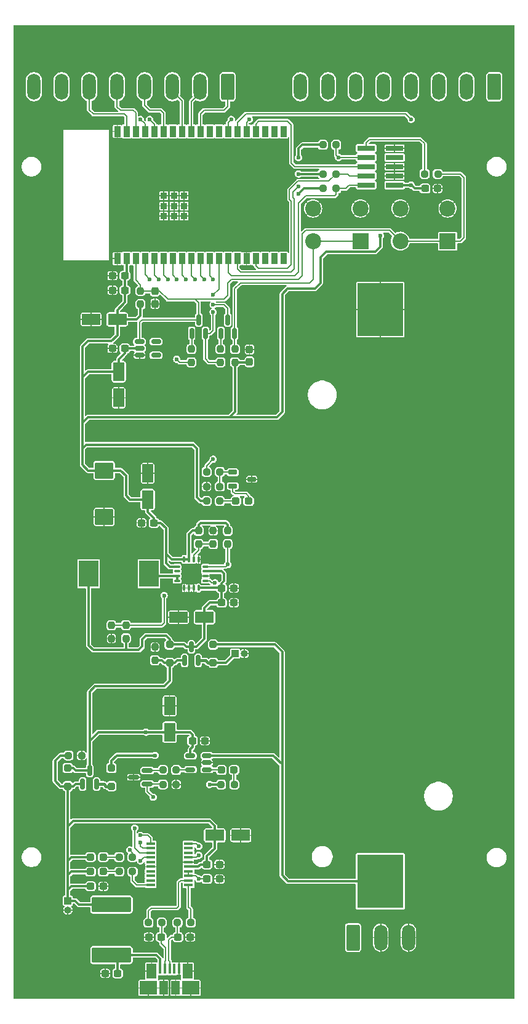
<source format=gbr>
G04 #@! TF.GenerationSoftware,KiCad,Pcbnew,8.0.5-8.0.5-0~ubuntu24.04.1*
G04 #@! TF.CreationDate,2024-10-06T17:11:21+03:00*
G04 #@! TF.ProjectId,esp32-main,65737033-322d-46d6-9169-6e2e6b696361,A*
G04 #@! TF.SameCoordinates,Original*
G04 #@! TF.FileFunction,Copper,L1,Top*
G04 #@! TF.FilePolarity,Positive*
%FSLAX46Y46*%
G04 Gerber Fmt 4.6, Leading zero omitted, Abs format (unit mm)*
G04 Created by KiCad (PCBNEW 8.0.5-8.0.5-0~ubuntu24.04.1) date 2024-10-06 17:11:21*
%MOMM*%
%LPD*%
G01*
G04 APERTURE LIST*
G04 Aperture macros list*
%AMRoundRect*
0 Rectangle with rounded corners*
0 $1 Rounding radius*
0 $2 $3 $4 $5 $6 $7 $8 $9 X,Y pos of 4 corners*
0 Add a 4 corners polygon primitive as box body*
4,1,4,$2,$3,$4,$5,$6,$7,$8,$9,$2,$3,0*
0 Add four circle primitives for the rounded corners*
1,1,$1+$1,$2,$3*
1,1,$1+$1,$4,$5*
1,1,$1+$1,$6,$7*
1,1,$1+$1,$8,$9*
0 Add four rect primitives between the rounded corners*
20,1,$1+$1,$2,$3,$4,$5,0*
20,1,$1+$1,$4,$5,$6,$7,0*
20,1,$1+$1,$6,$7,$8,$9,0*
20,1,$1+$1,$8,$9,$2,$3,0*%
G04 Aperture macros list end*
G04 #@! TA.AperFunction,ComponentPad*
%ADD10RoundRect,0.250000X-0.650000X-1.550000X0.650000X-1.550000X0.650000X1.550000X-0.650000X1.550000X0*%
G04 #@! TD*
G04 #@! TA.AperFunction,ComponentPad*
%ADD11O,1.800000X3.600000*%
G04 #@! TD*
G04 #@! TA.AperFunction,ComponentPad*
%ADD12R,1.000000X1.000000*%
G04 #@! TD*
G04 #@! TA.AperFunction,ComponentPad*
%ADD13O,1.000000X1.000000*%
G04 #@! TD*
G04 #@! TA.AperFunction,ComponentPad*
%ADD14R,2.200000X2.200000*%
G04 #@! TD*
G04 #@! TA.AperFunction,ComponentPad*
%ADD15C,2.200000*%
G04 #@! TD*
G04 #@! TA.AperFunction,SMDPad,CuDef*
%ADD16RoundRect,0.237500X-0.237500X0.300000X-0.237500X-0.300000X0.237500X-0.300000X0.237500X0.300000X0*%
G04 #@! TD*
G04 #@! TA.AperFunction,SMDPad,CuDef*
%ADD17R,2.700000X3.600000*%
G04 #@! TD*
G04 #@! TA.AperFunction,SMDPad,CuDef*
%ADD18RoundRect,0.237500X0.237500X-0.250000X0.237500X0.250000X-0.237500X0.250000X-0.237500X-0.250000X0*%
G04 #@! TD*
G04 #@! TA.AperFunction,SMDPad,CuDef*
%ADD19RoundRect,0.237500X0.250000X0.237500X-0.250000X0.237500X-0.250000X-0.237500X0.250000X-0.237500X0*%
G04 #@! TD*
G04 #@! TA.AperFunction,SMDPad,CuDef*
%ADD20RoundRect,0.237500X-0.237500X0.250000X-0.237500X-0.250000X0.237500X-0.250000X0.237500X0.250000X0*%
G04 #@! TD*
G04 #@! TA.AperFunction,SMDPad,CuDef*
%ADD21RoundRect,0.237500X-0.300000X-0.237500X0.300000X-0.237500X0.300000X0.237500X-0.300000X0.237500X0*%
G04 #@! TD*
G04 #@! TA.AperFunction,SMDPad,CuDef*
%ADD22RoundRect,0.237500X-0.250000X-0.237500X0.250000X-0.237500X0.250000X0.237500X-0.250000X0.237500X0*%
G04 #@! TD*
G04 #@! TA.AperFunction,SMDPad,CuDef*
%ADD23RoundRect,0.162500X-0.447500X-0.162500X0.447500X-0.162500X0.447500X0.162500X-0.447500X0.162500X0*%
G04 #@! TD*
G04 #@! TA.AperFunction,SMDPad,CuDef*
%ADD24RoundRect,0.250000X0.250000X-0.250000X0.250000X0.250000X-0.250000X0.250000X-0.250000X-0.250000X0*%
G04 #@! TD*
G04 #@! TA.AperFunction,SMDPad,CuDef*
%ADD25RoundRect,0.250000X-0.550000X1.050000X-0.550000X-1.050000X0.550000X-1.050000X0.550000X1.050000X0*%
G04 #@! TD*
G04 #@! TA.AperFunction,SMDPad,CuDef*
%ADD26RoundRect,0.150000X0.512500X0.150000X-0.512500X0.150000X-0.512500X-0.150000X0.512500X-0.150000X0*%
G04 #@! TD*
G04 #@! TA.AperFunction,SMDPad,CuDef*
%ADD27RoundRect,0.250000X0.550000X-1.050000X0.550000X1.050000X-0.550000X1.050000X-0.550000X-1.050000X0*%
G04 #@! TD*
G04 #@! TA.AperFunction,SMDPad,CuDef*
%ADD28R,0.450000X1.380000*%
G04 #@! TD*
G04 #@! TA.AperFunction,SMDPad,CuDef*
%ADD29R,2.375000X1.900000*%
G04 #@! TD*
G04 #@! TA.AperFunction,SMDPad,CuDef*
%ADD30R,1.475000X2.100000*%
G04 #@! TD*
G04 #@! TA.AperFunction,SMDPad,CuDef*
%ADD31R,1.175000X1.900000*%
G04 #@! TD*
G04 #@! TA.AperFunction,SMDPad,CuDef*
%ADD32RoundRect,0.237500X0.237500X-0.300000X0.237500X0.300000X-0.237500X0.300000X-0.237500X-0.300000X0*%
G04 #@! TD*
G04 #@! TA.AperFunction,SMDPad,CuDef*
%ADD33RoundRect,0.250000X-1.025000X0.875000X-1.025000X-0.875000X1.025000X-0.875000X1.025000X0.875000X0*%
G04 #@! TD*
G04 #@! TA.AperFunction,SMDPad,CuDef*
%ADD34RoundRect,0.237500X0.300000X0.237500X-0.300000X0.237500X-0.300000X-0.237500X0.300000X-0.237500X0*%
G04 #@! TD*
G04 #@! TA.AperFunction,SMDPad,CuDef*
%ADD35RoundRect,0.250000X-0.250000X0.250000X-0.250000X-0.250000X0.250000X-0.250000X0.250000X0.250000X0*%
G04 #@! TD*
G04 #@! TA.AperFunction,SMDPad,CuDef*
%ADD36R,2.400000X0.740000*%
G04 #@! TD*
G04 #@! TA.AperFunction,SMDPad,CuDef*
%ADD37R,0.900000X1.500000*%
G04 #@! TD*
G04 #@! TA.AperFunction,SMDPad,CuDef*
%ADD38R,0.900000X0.900000*%
G04 #@! TD*
G04 #@! TA.AperFunction,SMDPad,CuDef*
%ADD39RoundRect,0.250001X2.474999X-0.799999X2.474999X0.799999X-2.474999X0.799999X-2.474999X-0.799999X0*%
G04 #@! TD*
G04 #@! TA.AperFunction,SMDPad,CuDef*
%ADD40R,1.200000X0.400000*%
G04 #@! TD*
G04 #@! TA.AperFunction,SMDPad,CuDef*
%ADD41RoundRect,0.237500X0.287500X0.237500X-0.287500X0.237500X-0.287500X-0.237500X0.287500X-0.237500X0*%
G04 #@! TD*
G04 #@! TA.AperFunction,SMDPad,CuDef*
%ADD42RoundRect,0.250000X-1.050000X-0.550000X1.050000X-0.550000X1.050000X0.550000X-1.050000X0.550000X0*%
G04 #@! TD*
G04 #@! TA.AperFunction,SMDPad,CuDef*
%ADD43RoundRect,0.150000X0.587500X0.150000X-0.587500X0.150000X-0.587500X-0.150000X0.587500X-0.150000X0*%
G04 #@! TD*
G04 #@! TA.AperFunction,SMDPad,CuDef*
%ADD44RoundRect,0.087500X-0.325000X-0.087500X0.325000X-0.087500X0.325000X0.087500X-0.325000X0.087500X0*%
G04 #@! TD*
G04 #@! TA.AperFunction,SMDPad,CuDef*
%ADD45RoundRect,0.087500X-0.087500X-0.325000X0.087500X-0.325000X0.087500X0.325000X-0.087500X0.325000X0*%
G04 #@! TD*
G04 #@! TA.AperFunction,HeatsinkPad*
%ADD46C,0.600000*%
G04 #@! TD*
G04 #@! TA.AperFunction,HeatsinkPad*
%ADD47R,2.700000X2.700000*%
G04 #@! TD*
G04 #@! TA.AperFunction,SMDPad,CuDef*
%ADD48RoundRect,0.237500X-0.287500X-0.237500X0.287500X-0.237500X0.287500X0.237500X-0.287500X0.237500X0*%
G04 #@! TD*
G04 #@! TA.AperFunction,SMDPad,CuDef*
%ADD49RoundRect,0.150000X0.150000X-0.587500X0.150000X0.587500X-0.150000X0.587500X-0.150000X-0.587500X0*%
G04 #@! TD*
G04 #@! TA.AperFunction,SMDPad,CuDef*
%ADD50RoundRect,0.150000X-0.512500X-0.150000X0.512500X-0.150000X0.512500X0.150000X-0.512500X0.150000X0*%
G04 #@! TD*
G04 #@! TA.AperFunction,SMDPad,CuDef*
%ADD51RoundRect,0.250000X1.050000X0.550000X-1.050000X0.550000X-1.050000X-0.550000X1.050000X-0.550000X0*%
G04 #@! TD*
G04 #@! TA.AperFunction,ComponentPad*
%ADD52RoundRect,0.250000X0.650000X1.550000X-0.650000X1.550000X-0.650000X-1.550000X0.650000X-1.550000X0*%
G04 #@! TD*
G04 #@! TA.AperFunction,SMDPad,CuDef*
%ADD53R,6.350000X7.340000*%
G04 #@! TD*
G04 #@! TA.AperFunction,ViaPad*
%ADD54C,0.600000*%
G04 #@! TD*
G04 #@! TA.AperFunction,Conductor*
%ADD55C,0.300000*%
G04 #@! TD*
G04 #@! TA.AperFunction,Conductor*
%ADD56C,0.200000*%
G04 #@! TD*
G04 #@! TA.AperFunction,Conductor*
%ADD57C,0.400000*%
G04 #@! TD*
G04 APERTURE END LIST*
D10*
X157245000Y-147067500D03*
D11*
X161055000Y-147067500D03*
X164865000Y-147067500D03*
D12*
X141000000Y-108000000D03*
D13*
X142270000Y-108000000D03*
X118000000Y-143270000D03*
D12*
X118000000Y-142000000D03*
D14*
X170250000Y-51250000D03*
D15*
X163750000Y-51250000D03*
X170250000Y-46750000D03*
X163750000Y-46750000D03*
D14*
X158250000Y-51250000D03*
D15*
X151750000Y-51250000D03*
X158250000Y-46750000D03*
X151750000Y-46750000D03*
D16*
X130000000Y-58137500D03*
X130000000Y-59862500D03*
D17*
X120850000Y-97000000D03*
X129150000Y-97000000D03*
D18*
X138000000Y-92912500D03*
X138000000Y-91087500D03*
D19*
X132912500Y-124000000D03*
X131087500Y-124000000D03*
D20*
X140000000Y-91087500D03*
X140000000Y-92912500D03*
D21*
X139137500Y-99000000D03*
X140862500Y-99000000D03*
D22*
X167087500Y-42000000D03*
X168912500Y-42000000D03*
D23*
X140690000Y-83050000D03*
X140690000Y-84950000D03*
X143310000Y-84000000D03*
D24*
X124000000Y-126250000D03*
X124000000Y-123750000D03*
D25*
X125000000Y-69200000D03*
X125000000Y-72800000D03*
D19*
X132912500Y-126000000D03*
X131087500Y-126000000D03*
D21*
X135137500Y-120000000D03*
X136862500Y-120000000D03*
D26*
X137137500Y-123950000D03*
X137137500Y-123000000D03*
X137137500Y-122050000D03*
X134862500Y-122050000D03*
X134862500Y-123950000D03*
D27*
X132000000Y-118800000D03*
X132000000Y-115200000D03*
D28*
X130700000Y-151340000D03*
X131350000Y-151340000D03*
X132000000Y-151340000D03*
X132650000Y-151340000D03*
X133300000Y-151340000D03*
D29*
X134912500Y-154000000D03*
D30*
X134462500Y-151700000D03*
D31*
X132837500Y-154000000D03*
X131162500Y-154000000D03*
D30*
X129537500Y-151700000D03*
D29*
X129087500Y-154000000D03*
D22*
X139087500Y-126000000D03*
X140912500Y-126000000D03*
D32*
X143000000Y-67862500D03*
X143000000Y-66137500D03*
D19*
X126912500Y-138000000D03*
X125087500Y-138000000D03*
D33*
X123000000Y-82800000D03*
X123000000Y-89200000D03*
D19*
X138912500Y-83000000D03*
X137087500Y-83000000D03*
D34*
X125862500Y-58000000D03*
X124137500Y-58000000D03*
D21*
X137137500Y-139000000D03*
X138862500Y-139000000D03*
D20*
X135000000Y-66087500D03*
X135000000Y-67912500D03*
D35*
X132000000Y-106750000D03*
X132000000Y-109250000D03*
D36*
X162950000Y-43540000D03*
X159050000Y-43540000D03*
X162950000Y-42270000D03*
X159050000Y-42270000D03*
X162950000Y-41000000D03*
X159050000Y-41000000D03*
X162950000Y-39730000D03*
X159050000Y-39730000D03*
X162950000Y-38460000D03*
X159050000Y-38460000D03*
D37*
X124805000Y-53650000D03*
X126075000Y-53650000D03*
X127345000Y-53650000D03*
X128615000Y-53650000D03*
X129885000Y-53650000D03*
X131155000Y-53650000D03*
X132425000Y-53650000D03*
X133695000Y-53650000D03*
X134965000Y-53650000D03*
X136235000Y-53650000D03*
X137505000Y-53650000D03*
X138775000Y-53650000D03*
X140045000Y-53650000D03*
X141315000Y-53650000D03*
X142585000Y-53650000D03*
X143855000Y-53650000D03*
X145125000Y-53650000D03*
X146395000Y-53650000D03*
X147665000Y-53650000D03*
X147665000Y-36150000D03*
X146395000Y-36150000D03*
X145125000Y-36150000D03*
X143855000Y-36150000D03*
X142585000Y-36150000D03*
X141315000Y-36150000D03*
X140045000Y-36150000D03*
X138775000Y-36150000D03*
X137505000Y-36150000D03*
X136235000Y-36150000D03*
X134965000Y-36150000D03*
X133695000Y-36150000D03*
X132425000Y-36150000D03*
X131155000Y-36150000D03*
X129885000Y-36150000D03*
X128615000Y-36150000D03*
X127345000Y-36150000D03*
X126075000Y-36150000D03*
X124805000Y-36150000D03*
D38*
X131200000Y-47805000D03*
X132600000Y-47800000D03*
X134000000Y-47800000D03*
X131200000Y-46400000D03*
X132600000Y-46400000D03*
X134000000Y-46400000D03*
X131200000Y-45000000D03*
X132600000Y-45000000D03*
X134000000Y-45000000D03*
D19*
X154912500Y-44000000D03*
X153087500Y-44000000D03*
D39*
X124000000Y-149475000D03*
X124000000Y-142525000D03*
D19*
X154912500Y-42000000D03*
X153087500Y-42000000D03*
D18*
X124000000Y-105912500D03*
X124000000Y-104087500D03*
D40*
X129400000Y-134142500D03*
X129400000Y-134777500D03*
X129400000Y-135412500D03*
X129400000Y-136047500D03*
X129400000Y-136682500D03*
X129400000Y-137317500D03*
X129400000Y-137952500D03*
X129400000Y-138587500D03*
X129400000Y-139222500D03*
X129400000Y-139857500D03*
X134600000Y-139857500D03*
X134600000Y-139222500D03*
X134600000Y-138587500D03*
X134600000Y-137952500D03*
X134600000Y-137317500D03*
X134600000Y-136682500D03*
X134600000Y-136047500D03*
X134600000Y-135412500D03*
X134600000Y-134777500D03*
X134600000Y-134142500D03*
D19*
X154912500Y-38000000D03*
X153087500Y-38000000D03*
D41*
X122875000Y-138000000D03*
X121125000Y-138000000D03*
D42*
X138200000Y-133000000D03*
X141800000Y-133000000D03*
D43*
X128937500Y-125950000D03*
X128937500Y-124050000D03*
X127062500Y-125000000D03*
D35*
X118000000Y-123750000D03*
X118000000Y-126250000D03*
D22*
X129087500Y-145000000D03*
X130912500Y-145000000D03*
D20*
X136000000Y-91087500D03*
X136000000Y-92912500D03*
D21*
X137137500Y-137000000D03*
X138862500Y-137000000D03*
D19*
X126912500Y-136000000D03*
X125087500Y-136000000D03*
D44*
X133037500Y-96025000D03*
X133037500Y-96675000D03*
X133037500Y-97325000D03*
X133037500Y-97975000D03*
D45*
X134025000Y-98962500D03*
X134675000Y-98962500D03*
X135325000Y-98962500D03*
X135975000Y-98962500D03*
D44*
X136962500Y-97975000D03*
X136962500Y-97325000D03*
X136962500Y-96675000D03*
X136962500Y-96025000D03*
D45*
X135975000Y-95037500D03*
X135325000Y-95037500D03*
X134675000Y-95037500D03*
X134025000Y-95037500D03*
D46*
X134500000Y-96500000D03*
X134500000Y-97500000D03*
D47*
X135000000Y-97000000D03*
D46*
X135500000Y-96500000D03*
X135500000Y-97500000D03*
D34*
X124862500Y-152000000D03*
X123137500Y-152000000D03*
D48*
X139125000Y-124000000D03*
X140875000Y-124000000D03*
D22*
X137087500Y-87000000D03*
X138912500Y-87000000D03*
D49*
X135050000Y-63937500D03*
X136950000Y-63937500D03*
X136000000Y-62062500D03*
D50*
X127862500Y-65050000D03*
X127862500Y-66000000D03*
X127862500Y-66950000D03*
X130137500Y-66950000D03*
X130137500Y-65050000D03*
D19*
X134912500Y-145000000D03*
X133087500Y-145000000D03*
D18*
X141000000Y-67912500D03*
X141000000Y-66087500D03*
D51*
X136800000Y-103000000D03*
X133200000Y-103000000D03*
D20*
X139000000Y-66087500D03*
X139000000Y-67912500D03*
D41*
X122875000Y-136000000D03*
X121125000Y-136000000D03*
D34*
X129862500Y-90000000D03*
X128137500Y-90000000D03*
D49*
X139050000Y-63937500D03*
X140950000Y-63937500D03*
X140000000Y-62062500D03*
D52*
X140000000Y-30000000D03*
D11*
X136190000Y-30000000D03*
X132380000Y-30000000D03*
X128570000Y-30000000D03*
X124760000Y-30000000D03*
X120950000Y-30000000D03*
X117140000Y-30000000D03*
X113330000Y-30000000D03*
D53*
X161000000Y-139330000D03*
X161000000Y-60670000D03*
D51*
X124800000Y-62000000D03*
X121200000Y-62000000D03*
D20*
X130000000Y-107087500D03*
X130000000Y-108912500D03*
D24*
X138000000Y-109250000D03*
X138000000Y-106750000D03*
D52*
X176670000Y-30000000D03*
D11*
X172860000Y-30000000D03*
X169050000Y-30000000D03*
X165240000Y-30000000D03*
X161430000Y-30000000D03*
X157620000Y-30000000D03*
X153810000Y-30000000D03*
X150000000Y-30000000D03*
D41*
X142875000Y-87000000D03*
X141125000Y-87000000D03*
D49*
X134050000Y-108937500D03*
X135950000Y-108937500D03*
X135000000Y-107062500D03*
D21*
X167137500Y-44000000D03*
X168862500Y-44000000D03*
D19*
X119912500Y-122000000D03*
X118087500Y-122000000D03*
X138912500Y-85000000D03*
X137087500Y-85000000D03*
D21*
X139137500Y-101000000D03*
X140862500Y-101000000D03*
D18*
X128000000Y-59912500D03*
X128000000Y-58087500D03*
X126000000Y-105912500D03*
X126000000Y-104087500D03*
D34*
X125862500Y-56000000D03*
X124137500Y-56000000D03*
D27*
X129000000Y-86800000D03*
X129000000Y-83200000D03*
D49*
X120050000Y-125937500D03*
X121950000Y-125937500D03*
X121000000Y-124062500D03*
D21*
X133137500Y-147000000D03*
X134862500Y-147000000D03*
D34*
X125862500Y-66000000D03*
X124137500Y-66000000D03*
D21*
X121137500Y-140000000D03*
X122862500Y-140000000D03*
D34*
X130862500Y-147000000D03*
X129137500Y-147000000D03*
D54*
X132000000Y-64000000D03*
X123000000Y-120000000D03*
X115000000Y-100000000D03*
X175000000Y-80000000D03*
X115000000Y-110000000D03*
X146000000Y-105000000D03*
X145000000Y-128000000D03*
X122000000Y-67000000D03*
X146000000Y-80000000D03*
X146000000Y-104000000D03*
X146000000Y-109000000D03*
X145000000Y-79000000D03*
X132000000Y-61000000D03*
X146000000Y-58000000D03*
X145000000Y-105000000D03*
X131000000Y-61000000D03*
X145000000Y-108000000D03*
X145000000Y-109000000D03*
X175000000Y-50000000D03*
X146000000Y-127000000D03*
X175000000Y-60000000D03*
X132000000Y-63000000D03*
X115000000Y-60000000D03*
X146000000Y-128000000D03*
X121000000Y-67000000D03*
X131000000Y-133000000D03*
X132000000Y-60000000D03*
X115000000Y-80000000D03*
X146000000Y-59000000D03*
X123000000Y-121000000D03*
X175000000Y-120000000D03*
X115000000Y-120000000D03*
X115000000Y-90000000D03*
X175000000Y-70000000D03*
X133000000Y-133000000D03*
X138750000Y-94500000D03*
X131000000Y-63000000D03*
X175000000Y-130000000D03*
X175000000Y-110000000D03*
X146000000Y-79000000D03*
X145000000Y-58000000D03*
X138750000Y-97500000D03*
X132000000Y-141000000D03*
X132000000Y-133000000D03*
X175000000Y-90000000D03*
X115000000Y-50000000D03*
X115000000Y-70000000D03*
X122000000Y-121000000D03*
X115000000Y-130000000D03*
X123000000Y-67000000D03*
X175000000Y-100000000D03*
X149750000Y-42000000D03*
X161000000Y-50500000D03*
X149750000Y-44750000D03*
X165250000Y-43540000D03*
X149750000Y-39750000D03*
X127199997Y-132000000D03*
X136000000Y-139000000D03*
X149750000Y-43750000D03*
X155250000Y-39730000D03*
X131750000Y-56500000D03*
X135500000Y-56500000D03*
X133000000Y-56500000D03*
X130500000Y-56500000D03*
X134250000Y-56500000D03*
X129250000Y-56500000D03*
X136750000Y-56500000D03*
X138000000Y-56500000D03*
X138000000Y-61000000D03*
X128000000Y-134000000D03*
X165250000Y-34500000D03*
X133000000Y-67500000D03*
X128000000Y-133000000D03*
X138000000Y-60000000D03*
X138000000Y-58650000D03*
X129750000Y-127750000D03*
X126500000Y-135000000D03*
X136000000Y-135750000D03*
X138250000Y-98250000D03*
X131250000Y-100000000D03*
X143000000Y-34500000D03*
X140000000Y-95750000D03*
X140500000Y-34500000D03*
X138000000Y-81250000D03*
X128000000Y-136500000D03*
X129250000Y-34500000D03*
X136000000Y-134500000D03*
X128000000Y-34500000D03*
X137500000Y-126000000D03*
X128750000Y-118800000D03*
X130000000Y-122000000D03*
D55*
X118000000Y-142000000D02*
X119000000Y-142000000D01*
X119525000Y-142525000D02*
X124000000Y-142525000D01*
X119000000Y-142000000D02*
X119525000Y-142525000D01*
X118000000Y-142000000D02*
X118000000Y-140500000D01*
X161000000Y-139330000D02*
X148330000Y-139330000D01*
X148330000Y-139330000D02*
X147500000Y-138500000D01*
X147500000Y-138500000D02*
X147500000Y-123250000D01*
X147500000Y-123250000D02*
X147500000Y-107750000D01*
X146500000Y-106750000D02*
X138000000Y-106750000D01*
X147500000Y-107750000D02*
X146500000Y-106750000D01*
X147500000Y-123250000D02*
X146300000Y-122050000D01*
X146300000Y-122050000D02*
X137137500Y-122050000D01*
X125000000Y-69200000D02*
X125000000Y-67500000D01*
X152750000Y-57000000D02*
X152000000Y-57750000D01*
X147500000Y-58500000D02*
X147500000Y-74750000D01*
X136250000Y-87000000D02*
X135750000Y-86500000D01*
X127500000Y-62000000D02*
X124800000Y-62000000D01*
X139750000Y-90000000D02*
X140000000Y-90250000D01*
X167137500Y-44000000D02*
X165750000Y-44000000D01*
X146750000Y-75500000D02*
X140250000Y-75500000D01*
X152750000Y-53500000D02*
X152750000Y-57000000D01*
X124000000Y-65000000D02*
X124800000Y-64200000D01*
X120800000Y-82800000D02*
X120000000Y-82000000D01*
X120000000Y-65750000D02*
X120750000Y-65000000D01*
X124800000Y-64200000D02*
X124800000Y-62000000D01*
X123000000Y-82800000D02*
X120800000Y-82800000D01*
X134675000Y-95037500D02*
X134675000Y-91575000D01*
X126075000Y-55787500D02*
X125862500Y-56000000D01*
X131500000Y-90750000D02*
X130750000Y-90000000D01*
X149750000Y-39750000D02*
X149750000Y-38500000D01*
X141000000Y-67912500D02*
X142950000Y-67912500D01*
X125862500Y-66000000D02*
X127862500Y-66000000D01*
X120000000Y-79750000D02*
X120000000Y-81500000D01*
X142950000Y-67912500D02*
X143000000Y-67862500D01*
X124800000Y-60700000D02*
X125862500Y-59637500D01*
X150250000Y-38000000D02*
X153087500Y-38000000D01*
X128000000Y-59912500D02*
X128000000Y-61500000D01*
X141000000Y-67912500D02*
X141000000Y-74750000D01*
X124800000Y-62000000D02*
X124800000Y-60700000D01*
X126075000Y-53650000D02*
X126075000Y-55787500D01*
X131500000Y-94250000D02*
X131500000Y-90750000D01*
X140250000Y-75500000D02*
X120750000Y-75500000D01*
X149750000Y-38500000D02*
X150250000Y-38000000D01*
X160300000Y-52700000D02*
X153550000Y-52700000D01*
X129862500Y-90000000D02*
X129862500Y-89362500D01*
X120500000Y-79250000D02*
X120000000Y-79750000D01*
X135750000Y-86500000D02*
X135750000Y-79750000D01*
X165250000Y-43540000D02*
X162950000Y-43540000D01*
X126000000Y-86250000D02*
X126000000Y-83500000D01*
X135162500Y-91087500D02*
X136000000Y-91087500D01*
X136250000Y-90000000D02*
X139750000Y-90000000D01*
X161000000Y-52000000D02*
X160300000Y-52700000D01*
X135250000Y-79250000D02*
X120500000Y-79250000D01*
X153087500Y-44000000D02*
X150500000Y-44000000D01*
X136000000Y-91087500D02*
X136000000Y-90250000D01*
X125862500Y-58000000D02*
X125862500Y-56000000D01*
X125862500Y-59637500D02*
X125862500Y-58000000D01*
X132025000Y-96025000D02*
X131500000Y-95500000D01*
X125000000Y-67500000D02*
X125862500Y-66637500D01*
X140000000Y-90250000D02*
X140000000Y-91087500D01*
X150500000Y-44000000D02*
X149750000Y-44750000D01*
X147500000Y-74750000D02*
X146750000Y-75500000D01*
X153087500Y-42000000D02*
X149750000Y-42000000D01*
X120000000Y-76250000D02*
X120000000Y-70000000D01*
X126550000Y-86800000D02*
X126000000Y-86250000D01*
X134025000Y-95037500D02*
X132287500Y-95037500D01*
X134675000Y-91575000D02*
X135162500Y-91087500D01*
X120000000Y-70000000D02*
X120000000Y-65750000D01*
X165750000Y-44000000D02*
X165290000Y-43540000D01*
X137087500Y-87000000D02*
X136250000Y-87000000D01*
X134675000Y-95037500D02*
X134025000Y-95037500D01*
X153550000Y-52700000D02*
X152750000Y-53500000D01*
X125862500Y-66637500D02*
X125862500Y-66000000D01*
X136000000Y-90250000D02*
X136250000Y-90000000D01*
X120000000Y-81500000D02*
X120000000Y-76250000D01*
X120750000Y-75500000D02*
X120000000Y-76250000D01*
X120000000Y-82000000D02*
X120000000Y-81500000D01*
X133037500Y-96025000D02*
X132025000Y-96025000D01*
X161000000Y-50500000D02*
X161000000Y-52000000D01*
X120000000Y-70000000D02*
X120800000Y-69200000D01*
X126000000Y-83500000D02*
X125300000Y-82800000D01*
X129000000Y-86800000D02*
X126550000Y-86800000D01*
X135750000Y-79750000D02*
X135250000Y-79250000D01*
X129000000Y-88500000D02*
X129000000Y-86800000D01*
X129862500Y-89362500D02*
X129000000Y-88500000D01*
X141000000Y-74750000D02*
X140250000Y-75500000D01*
X125300000Y-82800000D02*
X123000000Y-82800000D01*
X132287500Y-95037500D02*
X131500000Y-94250000D01*
X128000000Y-61500000D02*
X127500000Y-62000000D01*
X131500000Y-95500000D02*
X131500000Y-94250000D01*
X165290000Y-43540000D02*
X165250000Y-43540000D01*
X120800000Y-69200000D02*
X125000000Y-69200000D01*
X148250000Y-57750000D02*
X147500000Y-58500000D01*
X130750000Y-90000000D02*
X129862500Y-90000000D01*
X120750000Y-65000000D02*
X124000000Y-65000000D01*
X152000000Y-57750000D02*
X148250000Y-57750000D01*
D56*
X131750000Y-59250000D02*
X135500000Y-59250000D01*
X128000000Y-57250000D02*
X128000000Y-58087500D01*
X172500000Y-50750000D02*
X172000000Y-51250000D01*
X163750000Y-51250000D02*
X162250000Y-49750000D01*
X140000000Y-57000000D02*
X140000000Y-58750000D01*
X127345000Y-56595000D02*
X128000000Y-57250000D01*
X135500000Y-59250000D02*
X136000000Y-59750000D01*
X140500000Y-56500000D02*
X140000000Y-57000000D01*
X136000000Y-59750000D02*
X136000000Y-62062500D01*
X127862500Y-65050000D02*
X127862500Y-62387500D01*
X162250000Y-49750000D02*
X150750000Y-49750000D01*
X128050000Y-58137500D02*
X128000000Y-58087500D01*
X128187500Y-62062500D02*
X136000000Y-62062500D01*
X139500000Y-59250000D02*
X135500000Y-59250000D01*
X149750000Y-56500000D02*
X140500000Y-56500000D01*
X172000000Y-42000000D02*
X172500000Y-42500000D01*
X172000000Y-51250000D02*
X170250000Y-51250000D01*
X172500000Y-42500000D02*
X172500000Y-50750000D01*
X127862500Y-62387500D02*
X128187500Y-62062500D01*
X150250000Y-50250000D02*
X150250000Y-56000000D01*
X170250000Y-51250000D02*
X163750000Y-51250000D01*
X130000000Y-58137500D02*
X128050000Y-58137500D01*
X168912500Y-42000000D02*
X172000000Y-42000000D01*
X130637500Y-58137500D02*
X131750000Y-59250000D01*
X150250000Y-56000000D02*
X149750000Y-56500000D01*
X127345000Y-53650000D02*
X127345000Y-56595000D01*
X140000000Y-58750000D02*
X139500000Y-59250000D01*
X150750000Y-49750000D02*
X150250000Y-50250000D01*
X130000000Y-58137500D02*
X130637500Y-58137500D01*
D55*
X117000000Y-126250000D02*
X116250000Y-125500000D01*
X118500000Y-140000000D02*
X118000000Y-140500000D01*
X137137500Y-135862500D02*
X138200000Y-134800000D01*
X137137500Y-137000000D02*
X137137500Y-135862500D01*
X116250000Y-125500000D02*
X116250000Y-122750000D01*
X138200000Y-131700000D02*
X137500000Y-131000000D01*
X121137500Y-140000000D02*
X118500000Y-140000000D01*
X135932500Y-137317500D02*
X134600000Y-137317500D01*
X138200000Y-134800000D02*
X138200000Y-133000000D01*
X120050000Y-125937500D02*
X119062500Y-125937500D01*
X118500000Y-138000000D02*
X118000000Y-138500000D01*
X118000000Y-138500000D02*
X118000000Y-136500000D01*
X118500000Y-136000000D02*
X118000000Y-136500000D01*
X118750000Y-126250000D02*
X118000000Y-126250000D01*
X136250000Y-137000000D02*
X135932500Y-137317500D01*
X118000000Y-140500000D02*
X118000000Y-138500000D01*
X118000000Y-131750000D02*
X118000000Y-126250000D01*
X119062500Y-125937500D02*
X118750000Y-126250000D01*
X116250000Y-122750000D02*
X117000000Y-122000000D01*
X138200000Y-133000000D02*
X138200000Y-131700000D01*
X121125000Y-138000000D02*
X118500000Y-138000000D01*
X118000000Y-136500000D02*
X118000000Y-131750000D01*
X121125000Y-136000000D02*
X118500000Y-136000000D01*
X118000000Y-126250000D02*
X117000000Y-126250000D01*
X137137500Y-137000000D02*
X136250000Y-137000000D01*
X117000000Y-122000000D02*
X118087500Y-122000000D01*
X137500000Y-131000000D02*
X118750000Y-131000000D01*
X118750000Y-131000000D02*
X118000000Y-131750000D01*
X130700000Y-150000000D02*
X130175000Y-149475000D01*
X130700000Y-151340000D02*
X130700000Y-150000000D01*
X124862500Y-150337500D02*
X124000000Y-149475000D01*
X124862500Y-152000000D02*
X124862500Y-150337500D01*
X130175000Y-149475000D02*
X124000000Y-149475000D01*
D56*
X130912500Y-146950000D02*
X130912500Y-145000000D01*
X130862500Y-147862500D02*
X130862500Y-147000000D01*
X130862500Y-147000000D02*
X130912500Y-146950000D01*
X131350000Y-150304999D02*
X131450000Y-150204999D01*
X131450000Y-148450000D02*
X130862500Y-147862500D01*
X131350000Y-151340000D02*
X131350000Y-150304999D01*
X131450000Y-150204999D02*
X131450000Y-148450000D01*
X133087500Y-146950000D02*
X133137500Y-147000000D01*
X131900000Y-147350000D02*
X132250000Y-147000000D01*
X131900000Y-150204999D02*
X131900000Y-147350000D01*
X132000000Y-151340000D02*
X132000000Y-150304999D01*
X132250000Y-147000000D02*
X133137500Y-147000000D01*
X132000000Y-150304999D02*
X131900000Y-150204999D01*
X133087500Y-145000000D02*
X133087500Y-146950000D01*
X134600000Y-138587500D02*
X134600000Y-137952500D01*
X127199997Y-132000000D02*
X127199997Y-134699997D01*
X127912500Y-135412500D02*
X129400000Y-135412500D01*
X135587500Y-138587500D02*
X134600000Y-138587500D01*
X127199997Y-134699997D02*
X127912500Y-135412500D01*
X136000000Y-139000000D02*
X137137500Y-139000000D01*
X136000000Y-139000000D02*
X135587500Y-138587500D01*
D55*
X135687500Y-107062500D02*
X136800000Y-105950000D01*
X136962500Y-96675000D02*
X139175000Y-96675000D01*
X121500000Y-107500000D02*
X126000000Y-107500000D01*
X135000000Y-107062500D02*
X134312500Y-107062500D01*
X126000000Y-107500000D02*
X127750000Y-107500000D01*
X139137500Y-98362500D02*
X139137500Y-99000000D01*
X139500000Y-97000000D02*
X139500000Y-98000000D01*
X134312500Y-107062500D02*
X134000000Y-106750000D01*
X136800000Y-103000000D02*
X136800000Y-101700000D01*
X127750000Y-107500000D02*
X128250000Y-107000000D01*
X120850000Y-97000000D02*
X120850000Y-106850000D01*
X137500000Y-101000000D02*
X139137500Y-101000000D01*
X139175000Y-96675000D02*
X139500000Y-97000000D01*
X139500000Y-98000000D02*
X139137500Y-98362500D01*
X139100000Y-98962500D02*
X139137500Y-99000000D01*
X134000000Y-106750000D02*
X132000000Y-106750000D01*
X136800000Y-101700000D02*
X137500000Y-101000000D01*
X135975000Y-98962500D02*
X139100000Y-98962500D01*
X136800000Y-105950000D02*
X136800000Y-103000000D01*
X128250000Y-106000000D02*
X128750000Y-105500000D01*
X132000000Y-106000000D02*
X132000000Y-106750000D01*
X126000000Y-105912500D02*
X126000000Y-107500000D01*
X139137500Y-99000000D02*
X139137500Y-101000000D01*
X128250000Y-107000000D02*
X128250000Y-106000000D01*
X131500000Y-105500000D02*
X132000000Y-106000000D01*
X135000000Y-107062500D02*
X135687500Y-107062500D01*
X128750000Y-105500000D02*
X131500000Y-105500000D01*
X120850000Y-106850000D02*
X121500000Y-107500000D01*
D56*
X122875000Y-136000000D02*
X125087500Y-136000000D01*
X122875000Y-138000000D02*
X125087500Y-138000000D01*
D57*
X137250000Y-109250000D02*
X138000000Y-109250000D01*
X136937500Y-108937500D02*
X137250000Y-109250000D01*
X135950000Y-108937500D02*
X136937500Y-108937500D01*
D56*
X140690000Y-85690000D02*
X141000000Y-86000000D01*
X141000000Y-86000000D02*
X142500000Y-86000000D01*
X142875000Y-86375000D02*
X142875000Y-87000000D01*
X142500000Y-86000000D02*
X142875000Y-86375000D01*
X140690000Y-84950000D02*
X140690000Y-85690000D01*
X141125000Y-87000000D02*
X138912500Y-87000000D01*
X156500000Y-42000000D02*
X154912500Y-42000000D01*
X143855000Y-54605000D02*
X144250000Y-55000000D01*
X144250000Y-55000000D02*
X148250000Y-55000000D01*
X153912500Y-43000000D02*
X154912500Y-42000000D01*
X156770000Y-42270000D02*
X156500000Y-42000000D01*
X148750000Y-54500000D02*
X148750000Y-45750000D01*
X149651471Y-43000000D02*
X153912500Y-43000000D01*
X148250000Y-55000000D02*
X148750000Y-54500000D01*
X148500000Y-45500000D02*
X148500000Y-44151471D01*
X143855000Y-53650000D02*
X143855000Y-54605000D01*
X159050000Y-42270000D02*
X156770000Y-42270000D01*
X148500000Y-44151471D02*
X149651471Y-43000000D01*
X148750000Y-45750000D02*
X148500000Y-45500000D01*
X149250000Y-56000000D02*
X149750000Y-55500000D01*
X149750000Y-46000000D02*
X150750000Y-45000000D01*
X140045000Y-55545000D02*
X140500000Y-56000000D01*
X154750000Y-45000000D02*
X154912500Y-44837500D01*
X150750000Y-45000000D02*
X154750000Y-45000000D01*
X156250000Y-44000000D02*
X154912500Y-44000000D01*
X140500000Y-56000000D02*
X149250000Y-56000000D01*
X140045000Y-53650000D02*
X140045000Y-55545000D01*
X156710000Y-43540000D02*
X156250000Y-44000000D01*
X149750000Y-55500000D02*
X149750000Y-46000000D01*
X154912500Y-44837500D02*
X154912500Y-44000000D01*
X159050000Y-43540000D02*
X156710000Y-43540000D01*
X148750000Y-55500000D02*
X141750000Y-55500000D01*
X149000000Y-45250000D02*
X149150000Y-45400000D01*
X141750000Y-55500000D02*
X141315000Y-55065000D01*
X155230000Y-39730000D02*
X154912500Y-39412500D01*
X141315000Y-55065000D02*
X141315000Y-53650000D01*
X149150000Y-45400000D02*
X149150000Y-55100000D01*
X149150000Y-55100000D02*
X148750000Y-55500000D01*
X149000000Y-44500000D02*
X149000000Y-45250000D01*
X149750000Y-43750000D02*
X149000000Y-44500000D01*
X154912500Y-39412500D02*
X154912500Y-38000000D01*
X159050000Y-39730000D02*
X155250000Y-39730000D01*
X155250000Y-39730000D02*
X155230000Y-39730000D01*
X167087500Y-37837500D02*
X166500000Y-37250000D01*
X159500000Y-37250000D02*
X159050000Y-37700000D01*
X159050000Y-37700000D02*
X159050000Y-38460000D01*
X167087500Y-42000000D02*
X167087500Y-37837500D01*
X166500000Y-37250000D02*
X159500000Y-37250000D01*
X143855000Y-36150000D02*
X143855000Y-35145000D01*
X144250000Y-34750000D02*
X148250000Y-34750000D01*
X148750000Y-35250000D02*
X148750000Y-40500000D01*
X143855000Y-35145000D02*
X144250000Y-34750000D01*
X148250000Y-34750000D02*
X148750000Y-35250000D01*
X149250000Y-41000000D02*
X159050000Y-41000000D01*
X148750000Y-40500000D02*
X149250000Y-41000000D01*
X131750000Y-56500000D02*
X131155000Y-55905000D01*
X131155000Y-55905000D02*
X131155000Y-53650000D01*
X134965000Y-55965000D02*
X134965000Y-53650000D01*
X135500000Y-56500000D02*
X134965000Y-55965000D01*
X132425000Y-55925000D02*
X132425000Y-53650000D01*
X133000000Y-56500000D02*
X132425000Y-55925000D01*
X130500000Y-56500000D02*
X129885000Y-55885000D01*
X129885000Y-55885000D02*
X129885000Y-53650000D01*
X134250000Y-56500000D02*
X133695000Y-55945000D01*
X133695000Y-55945000D02*
X133695000Y-53650000D01*
X129250000Y-56500000D02*
X128615000Y-55865000D01*
X128615000Y-55865000D02*
X128615000Y-53650000D01*
X134965000Y-36150000D02*
X134965000Y-32035000D01*
X136190000Y-30810000D02*
X136190000Y-30000000D01*
X134965000Y-32035000D02*
X136190000Y-30810000D01*
X136235000Y-55985000D02*
X136235000Y-53650000D01*
X136750000Y-56500000D02*
X136235000Y-55985000D01*
X136235000Y-36150000D02*
X136235000Y-33765000D01*
X140000000Y-32750000D02*
X140000000Y-30000000D01*
X136750000Y-33250000D02*
X139500000Y-33250000D01*
X136235000Y-33765000D02*
X136750000Y-33250000D01*
X139500000Y-33250000D02*
X140000000Y-32750000D01*
X130750000Y-33250000D02*
X129250000Y-33250000D01*
X129250000Y-33250000D02*
X128570000Y-32570000D01*
X131155000Y-33655000D02*
X130750000Y-33250000D01*
X128570000Y-32570000D02*
X128570000Y-30000000D01*
X131155000Y-36150000D02*
X131155000Y-33655000D01*
X132380000Y-30630000D02*
X132380000Y-30000000D01*
X133695000Y-36150000D02*
X133695000Y-31945000D01*
X133695000Y-31945000D02*
X132380000Y-30630000D01*
X126075000Y-36150000D02*
X126075000Y-34075000D01*
X125750000Y-33750000D02*
X121500000Y-33750000D01*
X121500000Y-33750000D02*
X120950000Y-33200000D01*
X126075000Y-34075000D02*
X125750000Y-33750000D01*
X120950000Y-33200000D02*
X120950000Y-30000000D01*
X138000000Y-56500000D02*
X137505000Y-56005000D01*
X137505000Y-56005000D02*
X137505000Y-53650000D01*
X124760000Y-32760000D02*
X124760000Y-30000000D01*
X125250000Y-33250000D02*
X124760000Y-32760000D01*
X127345000Y-36150000D02*
X127345000Y-33595000D01*
X127345000Y-33595000D02*
X127000000Y-33250000D01*
X127000000Y-33250000D02*
X125250000Y-33250000D01*
D55*
X133037500Y-97325000D02*
X129475000Y-97325000D01*
X133037500Y-97975000D02*
X133037500Y-97325000D01*
X129475000Y-97325000D02*
X129150000Y-97000000D01*
D56*
X138000000Y-63500000D02*
X138000000Y-61000000D01*
X137562500Y-63937500D02*
X138000000Y-63500000D01*
X128000000Y-134000000D02*
X128000000Y-134500000D01*
X136950000Y-67450000D02*
X136950000Y-63937500D01*
X136950000Y-63937500D02*
X137562500Y-63937500D01*
X137412500Y-67912500D02*
X136950000Y-67450000D01*
X128000000Y-134500000D02*
X128277500Y-134777500D01*
X139000000Y-67912500D02*
X137412500Y-67912500D01*
X128277500Y-134777500D02*
X129400000Y-134777500D01*
X135050000Y-63937500D02*
X135050000Y-66037500D01*
X135050000Y-66037500D02*
X135000000Y-66087500D01*
X139050000Y-63937500D02*
X139050000Y-66037500D01*
X139050000Y-66037500D02*
X139000000Y-66087500D01*
X142500000Y-33750000D02*
X141315000Y-34935000D01*
X151250000Y-57000000D02*
X141750000Y-57000000D01*
X151750000Y-51250000D02*
X151750000Y-56500000D01*
X151750000Y-51250000D02*
X158250000Y-51250000D01*
X140950000Y-57800000D02*
X140950000Y-63937500D01*
X140950000Y-66037500D02*
X141000000Y-66087500D01*
X151750000Y-56500000D02*
X151250000Y-57000000D01*
X164500000Y-33750000D02*
X142901471Y-33750000D01*
X141750000Y-57000000D02*
X140950000Y-57800000D01*
X141315000Y-34935000D02*
X141315000Y-36150000D01*
X140950000Y-63937500D02*
X140950000Y-66037500D01*
X143750000Y-33750000D02*
X142500000Y-33750000D01*
X142901471Y-33750000D02*
X143750000Y-33750000D01*
X165250000Y-34500000D02*
X164500000Y-33750000D01*
X129400000Y-133400000D02*
X129000000Y-133000000D01*
X138500000Y-60000000D02*
X138000000Y-60000000D01*
X140000000Y-60500000D02*
X139500000Y-60000000D01*
X133412500Y-67912500D02*
X133000000Y-67500000D01*
X135000000Y-67912500D02*
X133412500Y-67912500D01*
X129000000Y-133000000D02*
X128000000Y-133000000D01*
X139500000Y-60000000D02*
X138500000Y-60000000D01*
X140000000Y-62062500D02*
X140000000Y-60500000D01*
X129400000Y-134142500D02*
X129400000Y-133400000D01*
X138962500Y-83050000D02*
X138912500Y-83000000D01*
X138912500Y-85000000D02*
X138912500Y-83000000D01*
X140690000Y-83050000D02*
X138962500Y-83050000D01*
X138000000Y-58650000D02*
X138775000Y-57875000D01*
X131037500Y-125950000D02*
X131087500Y-126000000D01*
X128937500Y-125950000D02*
X131037500Y-125950000D01*
X138775000Y-57875000D02*
X138775000Y-53650000D01*
X128937500Y-126937500D02*
X129000000Y-127000000D01*
X128937500Y-125950000D02*
X128937500Y-126937500D01*
X129000000Y-127000000D02*
X129750000Y-127750000D01*
X133250000Y-142750000D02*
X133250000Y-139500000D01*
X133000000Y-143000000D02*
X133250000Y-142750000D01*
X129500000Y-143000000D02*
X133000000Y-143000000D01*
X133527500Y-139222500D02*
X134600000Y-139222500D01*
X129087500Y-145000000D02*
X129087500Y-143412500D01*
X133250000Y-139500000D02*
X133527500Y-139222500D01*
X129087500Y-143412500D02*
X129500000Y-143000000D01*
X134912500Y-143162500D02*
X134600000Y-142850000D01*
X134912500Y-145000000D02*
X134912500Y-143162500D01*
X134600000Y-142850000D02*
X134600000Y-139857500D01*
X126912500Y-135412500D02*
X126500000Y-135000000D01*
X135702500Y-136047500D02*
X136000000Y-135750000D01*
X134600000Y-136047500D02*
X135702500Y-136047500D01*
X126912500Y-136000000D02*
X126912500Y-135412500D01*
X126912500Y-138000000D02*
X126912500Y-139270000D01*
X126912500Y-139270000D02*
X127500000Y-139857500D01*
X127500000Y-139857500D02*
X129400000Y-139857500D01*
X135325000Y-94425000D02*
X136000000Y-93750000D01*
X135325000Y-95037500D02*
X135325000Y-94425000D01*
X136000000Y-92912500D02*
X138000000Y-92912500D01*
X136000000Y-93750000D02*
X136000000Y-92912500D01*
X137800000Y-98250000D02*
X137525000Y-97975000D01*
X137525000Y-97975000D02*
X136962500Y-97975000D01*
X131250000Y-103750000D02*
X131250000Y-100000000D01*
X130912500Y-104087500D02*
X131250000Y-103750000D01*
X138250000Y-98250000D02*
X137800000Y-98250000D01*
X126000000Y-104087500D02*
X130912500Y-104087500D01*
X124000000Y-104087500D02*
X126000000Y-104087500D01*
X139725000Y-96025000D02*
X140000000Y-95750000D01*
X142585000Y-34915000D02*
X143000000Y-34500000D01*
X136962500Y-96025000D02*
X139725000Y-96025000D01*
X140000000Y-95750000D02*
X140000000Y-92912500D01*
X142585000Y-36150000D02*
X142585000Y-34915000D01*
X140045000Y-36150000D02*
X140045000Y-34955000D01*
X138000000Y-81250000D02*
X137087500Y-82162500D01*
X140045000Y-34955000D02*
X140500000Y-34500000D01*
X137087500Y-82162500D02*
X137087500Y-83000000D01*
X134812500Y-124000000D02*
X134862500Y-123950000D01*
X132912500Y-124000000D02*
X134812500Y-124000000D01*
X128452500Y-136047500D02*
X128000000Y-136500000D01*
X129250000Y-34500000D02*
X129885000Y-35135000D01*
X129885000Y-35135000D02*
X129885000Y-36150000D01*
X129400000Y-136047500D02*
X128452500Y-136047500D01*
X128000000Y-34500000D02*
X128615000Y-35115000D01*
X128615000Y-35115000D02*
X128615000Y-36150000D01*
X135642500Y-134142500D02*
X134600000Y-134142500D01*
X136000000Y-134500000D02*
X135642500Y-134142500D01*
D55*
X134862500Y-121137500D02*
X135137500Y-120862500D01*
X121000000Y-120000000D02*
X121000000Y-113250000D01*
X134050000Y-108937500D02*
X133062500Y-108937500D01*
X130912500Y-108912500D02*
X131250000Y-109250000D01*
X121000000Y-120000000D02*
X122200000Y-118800000D01*
X119062500Y-124062500D02*
X118750000Y-123750000D01*
X133062500Y-108937500D02*
X132750000Y-109250000D01*
X128750000Y-118800000D02*
X132000000Y-118800000D01*
X135137500Y-119137500D02*
X135137500Y-120000000D01*
X132000000Y-118800000D02*
X134800000Y-118800000D01*
X137500000Y-126000000D02*
X139087500Y-126000000D01*
X118750000Y-123750000D02*
X118000000Y-123750000D01*
X134862500Y-122050000D02*
X134862500Y-121137500D01*
X134800000Y-118800000D02*
X135137500Y-119137500D01*
X132750000Y-109250000D02*
X132000000Y-109250000D01*
X121750000Y-112500000D02*
X131250000Y-112500000D01*
X132000000Y-111750000D02*
X132000000Y-109250000D01*
X131250000Y-112500000D02*
X132000000Y-111750000D01*
X121000000Y-124062500D02*
X121000000Y-120000000D01*
X122200000Y-118800000D02*
X128750000Y-118800000D01*
X121000000Y-113250000D02*
X121750000Y-112500000D01*
X131250000Y-109250000D02*
X132000000Y-109250000D01*
X135137500Y-120862500D02*
X135137500Y-120000000D01*
X130000000Y-108912500D02*
X130912500Y-108912500D01*
X121000000Y-124062500D02*
X119062500Y-124062500D01*
D56*
X140875000Y-125962500D02*
X140912500Y-126000000D01*
X140875000Y-124000000D02*
X140875000Y-125962500D01*
X137137500Y-123950000D02*
X139075000Y-123950000D01*
X139075000Y-123950000D02*
X139125000Y-124000000D01*
D55*
X124000000Y-122750000D02*
X124000000Y-123750000D01*
X124750000Y-122000000D02*
X124000000Y-122750000D01*
X130000000Y-122000000D02*
X124750000Y-122000000D01*
D57*
X123250000Y-126250000D02*
X124000000Y-126250000D01*
X122937500Y-125937500D02*
X123250000Y-126250000D01*
X121950000Y-125937500D02*
X122937500Y-125937500D01*
D56*
X128937500Y-124050000D02*
X131037500Y-124050000D01*
X131037500Y-124050000D02*
X131087500Y-124000000D01*
D55*
X138000000Y-109250000D02*
X139750000Y-109250000D01*
X139750000Y-109250000D02*
X141000000Y-108000000D01*
G04 #@! TA.AperFunction,Conductor*
G36*
X141398203Y-56822174D02*
G01*
X141419877Y-56874500D01*
X141398203Y-56926826D01*
X140709540Y-57615488D01*
X140669979Y-57684009D01*
X140669977Y-57684014D01*
X140649500Y-57760435D01*
X140649500Y-62987239D01*
X140627826Y-63039565D01*
X140608003Y-63053719D01*
X140593517Y-63060801D01*
X140510801Y-63143517D01*
X140459427Y-63248605D01*
X140459427Y-63248606D01*
X140449500Y-63316735D01*
X140449500Y-64558264D01*
X140459427Y-64626393D01*
X140459427Y-64626394D01*
X140510801Y-64731482D01*
X140510802Y-64731483D01*
X140593517Y-64814198D01*
X140608000Y-64821278D01*
X140645490Y-64863730D01*
X140649500Y-64887759D01*
X140649500Y-65360494D01*
X140627826Y-65412820D01*
X140599942Y-65430341D01*
X140555525Y-65445883D01*
X140449290Y-65524288D01*
X140449288Y-65524290D01*
X140370882Y-65630526D01*
X140327276Y-65755145D01*
X140327275Y-65755149D01*
X140327275Y-65755151D01*
X140324500Y-65784744D01*
X140324500Y-66390256D01*
X140327275Y-66419849D01*
X140327275Y-66419851D01*
X140327276Y-66419854D01*
X140370882Y-66544473D01*
X140381932Y-66559445D01*
X140449289Y-66650711D01*
X140527695Y-66708576D01*
X140555526Y-66729117D01*
X140680145Y-66772723D01*
X140680151Y-66772725D01*
X140709744Y-66775500D01*
X140709751Y-66775500D01*
X141290249Y-66775500D01*
X141290256Y-66775500D01*
X141319849Y-66772725D01*
X141376532Y-66752890D01*
X141444473Y-66729117D01*
X141444473Y-66729116D01*
X141444475Y-66729116D01*
X141550711Y-66650711D01*
X141629116Y-66544475D01*
X141655877Y-66467997D01*
X142375000Y-66467997D01*
X142389371Y-66558737D01*
X142445098Y-66668106D01*
X142531893Y-66754901D01*
X142641262Y-66810628D01*
X142732002Y-66825000D01*
X142925000Y-66825000D01*
X143075000Y-66825000D01*
X143267998Y-66825000D01*
X143358737Y-66810628D01*
X143468106Y-66754901D01*
X143554901Y-66668106D01*
X143610628Y-66558737D01*
X143625000Y-66467997D01*
X143625000Y-66212500D01*
X143075000Y-66212500D01*
X143075000Y-66825000D01*
X142925000Y-66825000D01*
X142925000Y-66212500D01*
X142375000Y-66212500D01*
X142375000Y-66467997D01*
X141655877Y-66467997D01*
X141672725Y-66419849D01*
X141675500Y-66390256D01*
X141675500Y-65807002D01*
X142375000Y-65807002D01*
X142375000Y-66062500D01*
X142925000Y-66062500D01*
X143075000Y-66062500D01*
X143625000Y-66062500D01*
X143625000Y-65807002D01*
X143610628Y-65716262D01*
X143554901Y-65606893D01*
X143468106Y-65520098D01*
X143358737Y-65464371D01*
X143267998Y-65450000D01*
X143075000Y-65450000D01*
X143075000Y-66062500D01*
X142925000Y-66062500D01*
X142925000Y-65450000D01*
X142732002Y-65450000D01*
X142641262Y-65464371D01*
X142531893Y-65520098D01*
X142445098Y-65606893D01*
X142389371Y-65716262D01*
X142375000Y-65807002D01*
X141675500Y-65807002D01*
X141675500Y-65784744D01*
X141672725Y-65755151D01*
X141670435Y-65748606D01*
X141629117Y-65630526D01*
X141606543Y-65599940D01*
X141550711Y-65524289D01*
X141480775Y-65472674D01*
X141444473Y-65445882D01*
X141319854Y-65402276D01*
X141319849Y-65402274D01*
X141317582Y-65402062D01*
X141316673Y-65401581D01*
X141315457Y-65401316D01*
X141315530Y-65400977D01*
X141267511Y-65375591D01*
X141250500Y-65328386D01*
X141250500Y-64887759D01*
X141272174Y-64835433D01*
X141291997Y-64821279D01*
X141306483Y-64814198D01*
X141389198Y-64731483D01*
X141440573Y-64626393D01*
X141450500Y-64558260D01*
X141450500Y-63316740D01*
X141440573Y-63248607D01*
X141389198Y-63143517D01*
X141306483Y-63060802D01*
X141306482Y-63060801D01*
X141291997Y-63053719D01*
X141254509Y-63011264D01*
X141250500Y-62987239D01*
X141250500Y-57955123D01*
X141272174Y-57902797D01*
X141852797Y-57322174D01*
X141905123Y-57300500D01*
X148051385Y-57300500D01*
X148103711Y-57322174D01*
X148125385Y-57374500D01*
X148103711Y-57426826D01*
X148088385Y-57438586D01*
X148034787Y-57469530D01*
X147219530Y-58284787D01*
X147195382Y-58326614D01*
X147173386Y-58364710D01*
X147173384Y-58364715D01*
X147149500Y-58453853D01*
X147149500Y-74574166D01*
X147127826Y-74626492D01*
X146626492Y-75127826D01*
X146574166Y-75149500D01*
X141274834Y-75149500D01*
X141222508Y-75127826D01*
X141200834Y-75075500D01*
X141222508Y-75023174D01*
X141280470Y-74965212D01*
X141326614Y-74885288D01*
X141350499Y-74796146D01*
X141350500Y-74796146D01*
X141350500Y-68639504D01*
X141372174Y-68587178D01*
X141400057Y-68569658D01*
X141444475Y-68554116D01*
X141550711Y-68475711D01*
X141629116Y-68369475D01*
X141649032Y-68312560D01*
X141686771Y-68270328D01*
X141718879Y-68263000D01*
X142281121Y-68263000D01*
X142333447Y-68284674D01*
X142350968Y-68312560D01*
X142370882Y-68369472D01*
X142370883Y-68369473D01*
X142370884Y-68369475D01*
X142449289Y-68475711D01*
X142527695Y-68533576D01*
X142555526Y-68554117D01*
X142680145Y-68597723D01*
X142680151Y-68597725D01*
X142709744Y-68600500D01*
X142709751Y-68600500D01*
X143290249Y-68600500D01*
X143290256Y-68600500D01*
X143319849Y-68597725D01*
X143400065Y-68569656D01*
X143444473Y-68554117D01*
X143444473Y-68554116D01*
X143444475Y-68554116D01*
X143550711Y-68475711D01*
X143629116Y-68369475D01*
X143672725Y-68244849D01*
X143675500Y-68215256D01*
X143675500Y-67509744D01*
X143672725Y-67480151D01*
X143629116Y-67355525D01*
X143550711Y-67249289D01*
X143485814Y-67201393D01*
X143444473Y-67170882D01*
X143319854Y-67127276D01*
X143319855Y-67127276D01*
X143319850Y-67127275D01*
X143319849Y-67127275D01*
X143290256Y-67124500D01*
X142709744Y-67124500D01*
X142680151Y-67127275D01*
X142680149Y-67127275D01*
X142680145Y-67127276D01*
X142555526Y-67170882D01*
X142449290Y-67249288D01*
X142449288Y-67249290D01*
X142370884Y-67355525D01*
X142370883Y-67355525D01*
X142327276Y-67480145D01*
X142327275Y-67480149D01*
X142327275Y-67480151D01*
X142325891Y-67494909D01*
X142299428Y-67544982D01*
X142252215Y-67562000D01*
X141718879Y-67562000D01*
X141666553Y-67540326D01*
X141649032Y-67512440D01*
X141629117Y-67455527D01*
X141625407Y-67450500D01*
X141550711Y-67349289D01*
X141476985Y-67294877D01*
X141444473Y-67270882D01*
X141319854Y-67227276D01*
X141319855Y-67227276D01*
X141319850Y-67227275D01*
X141319849Y-67227275D01*
X141290256Y-67224500D01*
X140709744Y-67224500D01*
X140680151Y-67227275D01*
X140680149Y-67227275D01*
X140680145Y-67227276D01*
X140555526Y-67270882D01*
X140449290Y-67349288D01*
X140449288Y-67349290D01*
X140370882Y-67455526D01*
X140327276Y-67580145D01*
X140327275Y-67580149D01*
X140327275Y-67580151D01*
X140324500Y-67609744D01*
X140324500Y-68215256D01*
X140327275Y-68244849D01*
X140327275Y-68244851D01*
X140327276Y-68244854D01*
X140370882Y-68369473D01*
X140411962Y-68425135D01*
X140449289Y-68475711D01*
X140555525Y-68554116D01*
X140599940Y-68569657D01*
X140642171Y-68607395D01*
X140649500Y-68639504D01*
X140649500Y-74574166D01*
X140627826Y-74626492D01*
X140126492Y-75127826D01*
X140074166Y-75149500D01*
X120703854Y-75149500D01*
X120614715Y-75173384D01*
X120614710Y-75173386D01*
X120534787Y-75219530D01*
X120476826Y-75277492D01*
X120424500Y-75299166D01*
X120372174Y-75277492D01*
X120350500Y-75225166D01*
X120350500Y-73881482D01*
X124050001Y-73881482D01*
X124064834Y-73975148D01*
X124064835Y-73975149D01*
X124122360Y-74088046D01*
X124211953Y-74177639D01*
X124324850Y-74235164D01*
X124418518Y-74249999D01*
X124925000Y-74249999D01*
X125075000Y-74249999D01*
X125581481Y-74249999D01*
X125675148Y-74235165D01*
X125675149Y-74235164D01*
X125788046Y-74177639D01*
X125877639Y-74088046D01*
X125935164Y-73975149D01*
X125935164Y-73975148D01*
X125950000Y-73881481D01*
X125950000Y-72875000D01*
X125075000Y-72875000D01*
X125075000Y-74249999D01*
X124925000Y-74249999D01*
X124925000Y-72875000D01*
X124050001Y-72875000D01*
X124050001Y-73881482D01*
X120350500Y-73881482D01*
X120350500Y-71718518D01*
X124050000Y-71718518D01*
X124050000Y-72725000D01*
X124925000Y-72725000D01*
X125075000Y-72725000D01*
X125949999Y-72725000D01*
X125949999Y-71718517D01*
X125935165Y-71624851D01*
X125935164Y-71624850D01*
X125877639Y-71511953D01*
X125788046Y-71422360D01*
X125675149Y-71364835D01*
X125581482Y-71350000D01*
X125075000Y-71350000D01*
X125075000Y-72725000D01*
X124925000Y-72725000D01*
X124925000Y-71350000D01*
X124418518Y-71350000D01*
X124324851Y-71364834D01*
X124324850Y-71364835D01*
X124211953Y-71422360D01*
X124122360Y-71511953D01*
X124064835Y-71624850D01*
X124064835Y-71624851D01*
X124050000Y-71718518D01*
X120350500Y-71718518D01*
X120350500Y-70175834D01*
X120372174Y-70123508D01*
X120923508Y-69572174D01*
X120975834Y-69550500D01*
X123925500Y-69550500D01*
X123977826Y-69572174D01*
X123999500Y-69624500D01*
X123999500Y-70304266D01*
X124002354Y-70334699D01*
X124002354Y-70334701D01*
X124002355Y-70334704D01*
X124047206Y-70462881D01*
X124047207Y-70462883D01*
X124127846Y-70572146D01*
X124127853Y-70572153D01*
X124237116Y-70652792D01*
X124237118Y-70652793D01*
X124365295Y-70697644D01*
X124365301Y-70697646D01*
X124395734Y-70700500D01*
X124395741Y-70700500D01*
X125604258Y-70700500D01*
X125604266Y-70700500D01*
X125634699Y-70697646D01*
X125762882Y-70652793D01*
X125872150Y-70572150D01*
X125952793Y-70462882D01*
X125997646Y-70334699D01*
X126000500Y-70304266D01*
X126000500Y-68095734D01*
X125997646Y-68065301D01*
X125952793Y-67937118D01*
X125912220Y-67882143D01*
X125872153Y-67827853D01*
X125872146Y-67827846D01*
X125762883Y-67747207D01*
X125762881Y-67747206D01*
X125634704Y-67702355D01*
X125634705Y-67702355D01*
X125634700Y-67702354D01*
X125634699Y-67702354D01*
X125604266Y-67699500D01*
X125604260Y-67699500D01*
X125474834Y-67699500D01*
X125422508Y-67677826D01*
X125400834Y-67625500D01*
X125422508Y-67573174D01*
X125495682Y-67500000D01*
X132494353Y-67500000D01*
X132514834Y-67642454D01*
X132514834Y-67642455D01*
X132514835Y-67642457D01*
X132542190Y-67702355D01*
X132574623Y-67773373D01*
X132668868Y-67882139D01*
X132668869Y-67882140D01*
X132668872Y-67882143D01*
X132789947Y-67959953D01*
X132896403Y-67991211D01*
X132928035Y-68000499D01*
X132928037Y-68000500D01*
X133044877Y-68000500D01*
X133097203Y-68022174D01*
X133172040Y-68097011D01*
X133227989Y-68152960D01*
X133278149Y-68181920D01*
X133296507Y-68192519D01*
X133296511Y-68192521D01*
X133296512Y-68192521D01*
X133296514Y-68192522D01*
X133334724Y-68202760D01*
X133372935Y-68212999D01*
X133372936Y-68213000D01*
X133372938Y-68213000D01*
X134263624Y-68213000D01*
X134315950Y-68234674D01*
X134333471Y-68262559D01*
X134370882Y-68369473D01*
X134411962Y-68425135D01*
X134449289Y-68475711D01*
X134527695Y-68533576D01*
X134555526Y-68554117D01*
X134680145Y-68597723D01*
X134680151Y-68597725D01*
X134709744Y-68600500D01*
X134709751Y-68600500D01*
X135290249Y-68600500D01*
X135290256Y-68600500D01*
X135319849Y-68597725D01*
X135400065Y-68569656D01*
X135444473Y-68554117D01*
X135444473Y-68554116D01*
X135444475Y-68554116D01*
X135550711Y-68475711D01*
X135629116Y-68369475D01*
X135672725Y-68244849D01*
X135675500Y-68215256D01*
X135675500Y-67609744D01*
X135672725Y-67580151D01*
X135667770Y-67565990D01*
X135629117Y-67455526D01*
X135585990Y-67397091D01*
X135550711Y-67349289D01*
X135476985Y-67294877D01*
X135444473Y-67270882D01*
X135319854Y-67227276D01*
X135319855Y-67227276D01*
X135319850Y-67227275D01*
X135319849Y-67227275D01*
X135290256Y-67224500D01*
X134709744Y-67224500D01*
X134680151Y-67227275D01*
X134680149Y-67227275D01*
X134680145Y-67227276D01*
X134555526Y-67270882D01*
X134449290Y-67349288D01*
X134449288Y-67349290D01*
X134370882Y-67455526D01*
X134333471Y-67562441D01*
X134295731Y-67604672D01*
X134263624Y-67612000D01*
X133574944Y-67612000D01*
X133522618Y-67590326D01*
X133500944Y-67538000D01*
X133501697Y-67527468D01*
X133505647Y-67500000D01*
X133485165Y-67357543D01*
X133425377Y-67226627D01*
X133377074Y-67170882D01*
X133331131Y-67117860D01*
X133331129Y-67117859D01*
X133331128Y-67117857D01*
X133274182Y-67081260D01*
X133210054Y-67040047D01*
X133210050Y-67040046D01*
X133071964Y-66999500D01*
X133071961Y-66999500D01*
X132928039Y-66999500D01*
X132928036Y-66999500D01*
X132789949Y-67040046D01*
X132789945Y-67040047D01*
X132668875Y-67117855D01*
X132668868Y-67117860D01*
X132574623Y-67226626D01*
X132514834Y-67357545D01*
X132494353Y-67500000D01*
X125495682Y-67500000D01*
X125771182Y-67224500D01*
X125850890Y-67144792D01*
X127050001Y-67144792D01*
X127052908Y-67169868D01*
X127052910Y-67169874D01*
X127098213Y-67272478D01*
X127177521Y-67351786D01*
X127280124Y-67397089D01*
X127280123Y-67397089D01*
X127305210Y-67399999D01*
X127787500Y-67399999D01*
X127937500Y-67399999D01*
X128419792Y-67399999D01*
X128444868Y-67397091D01*
X128444874Y-67397089D01*
X128547478Y-67351786D01*
X128626786Y-67272478D01*
X128672089Y-67169875D01*
X128675000Y-67144789D01*
X128675000Y-67025000D01*
X127937500Y-67025000D01*
X127937500Y-67399999D01*
X127787500Y-67399999D01*
X127787500Y-67025000D01*
X127050001Y-67025000D01*
X127050001Y-67144792D01*
X125850890Y-67144792D01*
X126142970Y-66852712D01*
X126189114Y-66772788D01*
X126189131Y-66772725D01*
X126202810Y-66721670D01*
X126237288Y-66676738D01*
X126249848Y-66670976D01*
X126280854Y-66660125D01*
X126369475Y-66629116D01*
X126475711Y-66550711D01*
X126554116Y-66444475D01*
X126557534Y-66434704D01*
X126569658Y-66400060D01*
X126607397Y-66357828D01*
X126639505Y-66350500D01*
X127024167Y-66350500D01*
X127076493Y-66372174D01*
X127143517Y-66439198D01*
X127146461Y-66440637D01*
X127148045Y-66442431D01*
X127148506Y-66442760D01*
X127148429Y-66442866D01*
X127183953Y-66483089D01*
X127180445Y-66539617D01*
X127166289Y-66559445D01*
X127098213Y-66627521D01*
X127052910Y-66730124D01*
X127050000Y-66755210D01*
X127050000Y-66875000D01*
X128674999Y-66875000D01*
X128674999Y-66766735D01*
X129274500Y-66766735D01*
X129274500Y-67133264D01*
X129284427Y-67201393D01*
X129284427Y-67201394D01*
X129335801Y-67306482D01*
X129335802Y-67306483D01*
X129418517Y-67389198D01*
X129523607Y-67440573D01*
X129591740Y-67450500D01*
X129591746Y-67450500D01*
X130683254Y-67450500D01*
X130683260Y-67450500D01*
X130751393Y-67440573D01*
X130856483Y-67389198D01*
X130939198Y-67306483D01*
X130990573Y-67201393D01*
X131000500Y-67133260D01*
X131000500Y-66766740D01*
X130990573Y-66698607D01*
X130939198Y-66593517D01*
X130856483Y-66510802D01*
X130856482Y-66510801D01*
X130751394Y-66459427D01*
X130683264Y-66449500D01*
X130683260Y-66449500D01*
X129591740Y-66449500D01*
X129591735Y-66449500D01*
X129523606Y-66459427D01*
X129523605Y-66459427D01*
X129418517Y-66510801D01*
X129335801Y-66593517D01*
X129284427Y-66698605D01*
X129284427Y-66698606D01*
X129274500Y-66766735D01*
X128674999Y-66766735D01*
X128674999Y-66755207D01*
X128672091Y-66730131D01*
X128672089Y-66730125D01*
X128626786Y-66627521D01*
X128558710Y-66559445D01*
X128537036Y-66507119D01*
X128558710Y-66454793D01*
X128578535Y-66440638D01*
X128581483Y-66439198D01*
X128664198Y-66356483D01*
X128715573Y-66251393D01*
X128725500Y-66183260D01*
X128725500Y-65816740D01*
X128720838Y-65784744D01*
X134324500Y-65784744D01*
X134324500Y-66390256D01*
X134327275Y-66419849D01*
X134327275Y-66419851D01*
X134327276Y-66419854D01*
X134370882Y-66544473D01*
X134381932Y-66559445D01*
X134449289Y-66650711D01*
X134527695Y-66708576D01*
X134555526Y-66729117D01*
X134680145Y-66772723D01*
X134680151Y-66772725D01*
X134709744Y-66775500D01*
X134709751Y-66775500D01*
X135290249Y-66775500D01*
X135290256Y-66775500D01*
X135319849Y-66772725D01*
X135376532Y-66752890D01*
X135444473Y-66729117D01*
X135444473Y-66729116D01*
X135444475Y-66729116D01*
X135550711Y-66650711D01*
X135629116Y-66544475D01*
X135672725Y-66419849D01*
X135675500Y-66390256D01*
X135675500Y-65784744D01*
X135672725Y-65755151D01*
X135670435Y-65748606D01*
X135629117Y-65630526D01*
X135606543Y-65599940D01*
X135550711Y-65524289D01*
X135449089Y-65449289D01*
X135444474Y-65445883D01*
X135400058Y-65430341D01*
X135357828Y-65392601D01*
X135350500Y-65360494D01*
X135350500Y-64887759D01*
X135372174Y-64835433D01*
X135391997Y-64821279D01*
X135406483Y-64814198D01*
X135489198Y-64731483D01*
X135540573Y-64626393D01*
X135550500Y-64558260D01*
X135550500Y-63316740D01*
X135540573Y-63248607D01*
X135489198Y-63143517D01*
X135406483Y-63060802D01*
X135406482Y-63060801D01*
X135301394Y-63009427D01*
X135233264Y-62999500D01*
X135233260Y-62999500D01*
X134866740Y-62999500D01*
X134866735Y-62999500D01*
X134798606Y-63009427D01*
X134798605Y-63009427D01*
X134693517Y-63060801D01*
X134610801Y-63143517D01*
X134559427Y-63248605D01*
X134559427Y-63248606D01*
X134549500Y-63316735D01*
X134549500Y-64558264D01*
X134559427Y-64626393D01*
X134559427Y-64626394D01*
X134610801Y-64731482D01*
X134610802Y-64731483D01*
X134693517Y-64814198D01*
X134708000Y-64821278D01*
X134745490Y-64863730D01*
X134749500Y-64887759D01*
X134749500Y-65328386D01*
X134727826Y-65380712D01*
X134684492Y-65401086D01*
X134684543Y-65401316D01*
X134683537Y-65401535D01*
X134682418Y-65402062D01*
X134680150Y-65402274D01*
X134680145Y-65402276D01*
X134555526Y-65445882D01*
X134449290Y-65524288D01*
X134449288Y-65524290D01*
X134370882Y-65630526D01*
X134327276Y-65755145D01*
X134327275Y-65755149D01*
X134327275Y-65755151D01*
X134324500Y-65784744D01*
X128720838Y-65784744D01*
X128715573Y-65748607D01*
X128664198Y-65643517D01*
X128598007Y-65577326D01*
X128576333Y-65525000D01*
X128598007Y-65472674D01*
X128625583Y-65445098D01*
X128664198Y-65406483D01*
X128715573Y-65301393D01*
X128725500Y-65233260D01*
X128725500Y-64866740D01*
X128725499Y-64866735D01*
X129274500Y-64866735D01*
X129274500Y-65233264D01*
X129284427Y-65301393D01*
X129284427Y-65301394D01*
X129335801Y-65406482D01*
X129335802Y-65406483D01*
X129418517Y-65489198D01*
X129523607Y-65540573D01*
X129591740Y-65550500D01*
X129591746Y-65550500D01*
X130683254Y-65550500D01*
X130683260Y-65550500D01*
X130751393Y-65540573D01*
X130856483Y-65489198D01*
X130939198Y-65406483D01*
X130990573Y-65301393D01*
X131000500Y-65233260D01*
X131000500Y-64866740D01*
X130990573Y-64798607D01*
X130939198Y-64693517D01*
X130856483Y-64610802D01*
X130856482Y-64610801D01*
X130751394Y-64559427D01*
X130683264Y-64549500D01*
X130683260Y-64549500D01*
X129591740Y-64549500D01*
X129591735Y-64549500D01*
X129523606Y-64559427D01*
X129523605Y-64559427D01*
X129418517Y-64610801D01*
X129335801Y-64693517D01*
X129284427Y-64798605D01*
X129284427Y-64798606D01*
X129274500Y-64866735D01*
X128725499Y-64866735D01*
X128715573Y-64798607D01*
X128664198Y-64693517D01*
X128581483Y-64610802D01*
X128581482Y-64610801D01*
X128476394Y-64559427D01*
X128408264Y-64549500D01*
X128408260Y-64549500D01*
X128237000Y-64549500D01*
X128184674Y-64527826D01*
X128163000Y-64475500D01*
X128163000Y-62542623D01*
X128184674Y-62490297D01*
X128290297Y-62384674D01*
X128342623Y-62363000D01*
X135425500Y-62363000D01*
X135477826Y-62384674D01*
X135499500Y-62437000D01*
X135499500Y-62683264D01*
X135509427Y-62751393D01*
X135509427Y-62751394D01*
X135560801Y-62856482D01*
X135560802Y-62856483D01*
X135643517Y-62939198D01*
X135748607Y-62990573D01*
X135816740Y-63000500D01*
X135816746Y-63000500D01*
X136183254Y-63000500D01*
X136183260Y-63000500D01*
X136251393Y-62990573D01*
X136356483Y-62939198D01*
X136439198Y-62856483D01*
X136490573Y-62751393D01*
X136500500Y-62683260D01*
X136500500Y-61441740D01*
X136490573Y-61373607D01*
X136439198Y-61268517D01*
X136356483Y-61185802D01*
X136356482Y-61185801D01*
X136341997Y-61178719D01*
X136304509Y-61136264D01*
X136300500Y-61112239D01*
X136300500Y-59710438D01*
X136297569Y-59699501D01*
X136297569Y-59699499D01*
X136282605Y-59643653D01*
X136289997Y-59587500D01*
X136334930Y-59553022D01*
X136354083Y-59550500D01*
X137565200Y-59550500D01*
X137617526Y-59572174D01*
X137639200Y-59624500D01*
X137621126Y-59672959D01*
X137574623Y-59726626D01*
X137514834Y-59857545D01*
X137494353Y-60000000D01*
X137514834Y-60142454D01*
X137514834Y-60142455D01*
X137514835Y-60142457D01*
X137548079Y-60215250D01*
X137574623Y-60273373D01*
X137668868Y-60382139D01*
X137668869Y-60382140D01*
X137668872Y-60382143D01*
X137755394Y-60437747D01*
X137787695Y-60484270D01*
X137777639Y-60540008D01*
X137755394Y-60562252D01*
X137716888Y-60586999D01*
X137668872Y-60617857D01*
X137668868Y-60617860D01*
X137574623Y-60726626D01*
X137514834Y-60857545D01*
X137494353Y-61000000D01*
X137514834Y-61142454D01*
X137514834Y-61142455D01*
X137514835Y-61142457D01*
X137534630Y-61185801D01*
X137574623Y-61273373D01*
X137668868Y-61382140D01*
X137672869Y-61385606D01*
X137670946Y-61387825D01*
X137697803Y-61426476D01*
X137699500Y-61442233D01*
X137699500Y-63344877D01*
X137677826Y-63397203D01*
X137576826Y-63498203D01*
X137524500Y-63519877D01*
X137472174Y-63498203D01*
X137450500Y-63445877D01*
X137450500Y-63316746D01*
X137450500Y-63316740D01*
X137440573Y-63248607D01*
X137389198Y-63143517D01*
X137306483Y-63060802D01*
X137306482Y-63060801D01*
X137201394Y-63009427D01*
X137133264Y-62999500D01*
X137133260Y-62999500D01*
X136766740Y-62999500D01*
X136766735Y-62999500D01*
X136698606Y-63009427D01*
X136698605Y-63009427D01*
X136593517Y-63060801D01*
X136510801Y-63143517D01*
X136459427Y-63248605D01*
X136459427Y-63248606D01*
X136449500Y-63316735D01*
X136449500Y-64558264D01*
X136459427Y-64626393D01*
X136459427Y-64626394D01*
X136510801Y-64731482D01*
X136510802Y-64731483D01*
X136593517Y-64814198D01*
X136608000Y-64821278D01*
X136645490Y-64863730D01*
X136649500Y-64887759D01*
X136649500Y-67489564D01*
X136669977Y-67565985D01*
X136669979Y-67565990D01*
X136698842Y-67615982D01*
X136698843Y-67615984D01*
X136698846Y-67615988D01*
X136709540Y-67634511D01*
X137227989Y-68152960D01*
X137296512Y-68192522D01*
X137372938Y-68213000D01*
X138263624Y-68213000D01*
X138315950Y-68234674D01*
X138333471Y-68262559D01*
X138370882Y-68369473D01*
X138411962Y-68425135D01*
X138449289Y-68475711D01*
X138527695Y-68533576D01*
X138555526Y-68554117D01*
X138680145Y-68597723D01*
X138680151Y-68597725D01*
X138709744Y-68600500D01*
X138709751Y-68600500D01*
X139290249Y-68600500D01*
X139290256Y-68600500D01*
X139319849Y-68597725D01*
X139400065Y-68569656D01*
X139444473Y-68554117D01*
X139444473Y-68554116D01*
X139444475Y-68554116D01*
X139550711Y-68475711D01*
X139629116Y-68369475D01*
X139672725Y-68244849D01*
X139675500Y-68215256D01*
X139675500Y-67609744D01*
X139672725Y-67580151D01*
X139667770Y-67565990D01*
X139629117Y-67455526D01*
X139585990Y-67397091D01*
X139550711Y-67349289D01*
X139476985Y-67294877D01*
X139444473Y-67270882D01*
X139319854Y-67227276D01*
X139319855Y-67227276D01*
X139319850Y-67227275D01*
X139319849Y-67227275D01*
X139290256Y-67224500D01*
X138709744Y-67224500D01*
X138680151Y-67227275D01*
X138680149Y-67227275D01*
X138680145Y-67227276D01*
X138555526Y-67270882D01*
X138449290Y-67349288D01*
X138449288Y-67349290D01*
X138370882Y-67455526D01*
X138333471Y-67562441D01*
X138295731Y-67604672D01*
X138263624Y-67612000D01*
X137567623Y-67612000D01*
X137515297Y-67590326D01*
X137272174Y-67347203D01*
X137250500Y-67294877D01*
X137250500Y-65784744D01*
X138324500Y-65784744D01*
X138324500Y-66390256D01*
X138327275Y-66419849D01*
X138327275Y-66419851D01*
X138327276Y-66419854D01*
X138370882Y-66544473D01*
X138381932Y-66559445D01*
X138449289Y-66650711D01*
X138527695Y-66708576D01*
X138555526Y-66729117D01*
X138680145Y-66772723D01*
X138680151Y-66772725D01*
X138709744Y-66775500D01*
X138709751Y-66775500D01*
X139290249Y-66775500D01*
X139290256Y-66775500D01*
X139319849Y-66772725D01*
X139376532Y-66752890D01*
X139444473Y-66729117D01*
X139444473Y-66729116D01*
X139444475Y-66729116D01*
X139550711Y-66650711D01*
X139629116Y-66544475D01*
X139672725Y-66419849D01*
X139675500Y-66390256D01*
X139675500Y-65784744D01*
X139672725Y-65755151D01*
X139670435Y-65748606D01*
X139629117Y-65630526D01*
X139606543Y-65599940D01*
X139550711Y-65524289D01*
X139449089Y-65449289D01*
X139444474Y-65445883D01*
X139400058Y-65430341D01*
X139357828Y-65392601D01*
X139350500Y-65360494D01*
X139350500Y-64887759D01*
X139372174Y-64835433D01*
X139391997Y-64821279D01*
X139406483Y-64814198D01*
X139489198Y-64731483D01*
X139540573Y-64626393D01*
X139550500Y-64558260D01*
X139550500Y-63316740D01*
X139540573Y-63248607D01*
X139489198Y-63143517D01*
X139406483Y-63060802D01*
X139406482Y-63060801D01*
X139301394Y-63009427D01*
X139233264Y-62999500D01*
X139233260Y-62999500D01*
X138866740Y-62999500D01*
X138866735Y-62999500D01*
X138798606Y-63009427D01*
X138798605Y-63009427D01*
X138693517Y-63060801D01*
X138610801Y-63143517D01*
X138559427Y-63248605D01*
X138559427Y-63248606D01*
X138549500Y-63316735D01*
X138549500Y-64558264D01*
X138559427Y-64626393D01*
X138559427Y-64626394D01*
X138610801Y-64731482D01*
X138610802Y-64731483D01*
X138693517Y-64814198D01*
X138708000Y-64821278D01*
X138745490Y-64863730D01*
X138749500Y-64887759D01*
X138749500Y-65328386D01*
X138727826Y-65380712D01*
X138684492Y-65401086D01*
X138684543Y-65401316D01*
X138683537Y-65401535D01*
X138682418Y-65402062D01*
X138680150Y-65402274D01*
X138680145Y-65402276D01*
X138555526Y-65445882D01*
X138449290Y-65524288D01*
X138449288Y-65524290D01*
X138370882Y-65630526D01*
X138327276Y-65755145D01*
X138327275Y-65755149D01*
X138327275Y-65755151D01*
X138324500Y-65784744D01*
X137250500Y-65784744D01*
X137250500Y-64887759D01*
X137272174Y-64835433D01*
X137291997Y-64821279D01*
X137306483Y-64814198D01*
X137389198Y-64731483D01*
X137440573Y-64626393D01*
X137450500Y-64558260D01*
X137450500Y-64312000D01*
X137472174Y-64259674D01*
X137524500Y-64238000D01*
X137602064Y-64238000D01*
X137602064Y-64237999D01*
X137678489Y-64217521D01*
X137747011Y-64177960D01*
X137802960Y-64122011D01*
X138240460Y-63684511D01*
X138267890Y-63637000D01*
X138280021Y-63615989D01*
X138300499Y-63539564D01*
X138300500Y-63539564D01*
X138300500Y-61442233D01*
X138322174Y-61389907D01*
X138327288Y-61385787D01*
X138327131Y-61385606D01*
X138331131Y-61382140D01*
X138381365Y-61324166D01*
X138425377Y-61273373D01*
X138485165Y-61142457D01*
X138505647Y-61000000D01*
X138485165Y-60857543D01*
X138425377Y-60726627D01*
X138362321Y-60653856D01*
X138331131Y-60617860D01*
X138331129Y-60617859D01*
X138331128Y-60617857D01*
X138244605Y-60562252D01*
X138212304Y-60515730D01*
X138222360Y-60459993D01*
X138244606Y-60437747D01*
X138331128Y-60382143D01*
X138379741Y-60326041D01*
X138430388Y-60300689D01*
X138435667Y-60300500D01*
X138460438Y-60300500D01*
X139344877Y-60300500D01*
X139397203Y-60322174D01*
X139677826Y-60602797D01*
X139699500Y-60655123D01*
X139699500Y-61112239D01*
X139677826Y-61164565D01*
X139658003Y-61178719D01*
X139643517Y-61185801D01*
X139560801Y-61268517D01*
X139509427Y-61373605D01*
X139509427Y-61373606D01*
X139499500Y-61441735D01*
X139499500Y-62683264D01*
X139509427Y-62751393D01*
X139509427Y-62751394D01*
X139560801Y-62856482D01*
X139560802Y-62856483D01*
X139643517Y-62939198D01*
X139748607Y-62990573D01*
X139816740Y-63000500D01*
X139816746Y-63000500D01*
X140183254Y-63000500D01*
X140183260Y-63000500D01*
X140251393Y-62990573D01*
X140356483Y-62939198D01*
X140439198Y-62856483D01*
X140490573Y-62751393D01*
X140500500Y-62683260D01*
X140500500Y-61441740D01*
X140490573Y-61373607D01*
X140439198Y-61268517D01*
X140356483Y-61185802D01*
X140356482Y-61185801D01*
X140341997Y-61178719D01*
X140304509Y-61136264D01*
X140300500Y-61112239D01*
X140300500Y-60460436D01*
X140285777Y-60405493D01*
X140285776Y-60405488D01*
X140280023Y-60384015D01*
X140280023Y-60384014D01*
X140278940Y-60382139D01*
X140240460Y-60315489D01*
X139684511Y-59759540D01*
X139615990Y-59719979D01*
X139615985Y-59719977D01*
X139539564Y-59699500D01*
X139539562Y-59699500D01*
X138539562Y-59699500D01*
X138435667Y-59699500D01*
X138383341Y-59677826D01*
X138379755Y-59673976D01*
X138378887Y-59672974D01*
X138360987Y-59619242D01*
X138386324Y-59568588D01*
X138434800Y-59550500D01*
X139539564Y-59550500D01*
X139539564Y-59550499D01*
X139615989Y-59530021D01*
X139684511Y-59490460D01*
X139740460Y-59434511D01*
X140240460Y-58934511D01*
X140280022Y-58865988D01*
X140300500Y-58789562D01*
X140300500Y-58710438D01*
X140300500Y-57155123D01*
X140322174Y-57102797D01*
X140602797Y-56822174D01*
X140655123Y-56800500D01*
X141345877Y-56800500D01*
X141398203Y-56822174D01*
G37*
G04 #@! TD.AperFunction*
G04 #@! TA.AperFunction,Conductor*
G36*
X127540326Y-62372174D02*
G01*
X127562000Y-62424500D01*
X127562000Y-64475500D01*
X127540326Y-64527826D01*
X127488000Y-64549500D01*
X127316735Y-64549500D01*
X127248606Y-64559427D01*
X127248605Y-64559427D01*
X127143517Y-64610801D01*
X127060801Y-64693517D01*
X127009427Y-64798605D01*
X127009427Y-64798606D01*
X126999500Y-64866735D01*
X126999500Y-65233264D01*
X127009427Y-65301393D01*
X127009427Y-65301394D01*
X127060801Y-65406482D01*
X127126993Y-65472674D01*
X127148667Y-65525000D01*
X127126993Y-65577326D01*
X127076493Y-65627826D01*
X127024167Y-65649500D01*
X126639505Y-65649500D01*
X126587179Y-65627826D01*
X126569658Y-65599940D01*
X126554117Y-65555527D01*
X126550407Y-65550500D01*
X126475711Y-65449289D01*
X126412009Y-65402275D01*
X126369473Y-65370882D01*
X126244854Y-65327276D01*
X126244855Y-65327276D01*
X126244850Y-65327275D01*
X126244849Y-65327275D01*
X126215256Y-65324500D01*
X125509744Y-65324500D01*
X125480151Y-65327275D01*
X125480149Y-65327275D01*
X125480145Y-65327276D01*
X125355526Y-65370882D01*
X125249290Y-65449288D01*
X125249288Y-65449290D01*
X125170882Y-65555526D01*
X125127276Y-65680145D01*
X125127275Y-65680149D01*
X125127275Y-65680151D01*
X125124500Y-65709744D01*
X125124500Y-66290256D01*
X125127275Y-66319849D01*
X125127275Y-66319851D01*
X125127276Y-66319854D01*
X125170882Y-66444473D01*
X125211962Y-66500135D01*
X125249289Y-66550711D01*
X125297659Y-66586409D01*
X125326889Y-66634920D01*
X125313256Y-66689892D01*
X125306042Y-66698275D01*
X124719530Y-67284787D01*
X124678690Y-67355525D01*
X124673387Y-67364709D01*
X124673384Y-67364716D01*
X124649500Y-67453853D01*
X124649500Y-67625500D01*
X124627826Y-67677826D01*
X124575500Y-67699500D01*
X124395734Y-67699500D01*
X124365301Y-67702354D01*
X124365299Y-67702354D01*
X124365295Y-67702355D01*
X124237118Y-67747206D01*
X124237116Y-67747207D01*
X124127853Y-67827846D01*
X124127846Y-67827853D01*
X124047207Y-67937116D01*
X124047206Y-67937118D01*
X124002355Y-68065295D01*
X124002354Y-68065299D01*
X124002354Y-68065301D01*
X123999500Y-68095734D01*
X123999500Y-68095740D01*
X123999500Y-68775500D01*
X123977826Y-68827826D01*
X123925500Y-68849500D01*
X120753854Y-68849500D01*
X120664715Y-68873384D01*
X120664710Y-68873386D01*
X120584787Y-68919530D01*
X120476826Y-69027492D01*
X120424500Y-69049166D01*
X120372174Y-69027492D01*
X120350500Y-68975166D01*
X120350500Y-66267997D01*
X123450000Y-66267997D01*
X123464371Y-66358737D01*
X123520098Y-66468106D01*
X123606893Y-66554901D01*
X123716262Y-66610628D01*
X123807002Y-66625000D01*
X124062500Y-66625000D01*
X124212500Y-66625000D01*
X124467998Y-66625000D01*
X124558737Y-66610628D01*
X124668106Y-66554901D01*
X124754901Y-66468106D01*
X124810628Y-66358737D01*
X124825000Y-66267997D01*
X124825000Y-66075000D01*
X124212500Y-66075000D01*
X124212500Y-66625000D01*
X124062500Y-66625000D01*
X124062500Y-66075000D01*
X123450000Y-66075000D01*
X123450000Y-66267997D01*
X120350500Y-66267997D01*
X120350500Y-65925834D01*
X120372174Y-65873508D01*
X120873508Y-65372174D01*
X120925834Y-65350500D01*
X123522840Y-65350500D01*
X123575166Y-65372174D01*
X123596840Y-65424500D01*
X123575166Y-65476826D01*
X123520098Y-65531893D01*
X123464371Y-65641262D01*
X123450000Y-65732002D01*
X123450000Y-65925000D01*
X124825000Y-65925000D01*
X124825000Y-65732002D01*
X124810628Y-65641262D01*
X124754901Y-65531893D01*
X124668106Y-65445098D01*
X124558737Y-65389371D01*
X124467998Y-65375000D01*
X124299334Y-65375000D01*
X124247008Y-65353326D01*
X124225334Y-65301000D01*
X124247008Y-65248674D01*
X124660249Y-64835433D01*
X125080470Y-64415212D01*
X125126614Y-64335288D01*
X125150499Y-64246146D01*
X125150500Y-64246146D01*
X125150500Y-63074500D01*
X125172174Y-63022174D01*
X125224500Y-63000500D01*
X125904258Y-63000500D01*
X125904266Y-63000500D01*
X125934699Y-62997646D01*
X126062882Y-62952793D01*
X126172150Y-62872150D01*
X126252793Y-62762882D01*
X126297646Y-62634699D01*
X126300500Y-62604266D01*
X126300500Y-62424500D01*
X126322174Y-62372174D01*
X126374500Y-62350500D01*
X127488000Y-62350500D01*
X127540326Y-62372174D01*
G37*
G04 #@! TD.AperFunction*
G04 #@! TA.AperFunction,Conductor*
G36*
X126751111Y-54544995D02*
G01*
X126758600Y-54549999D01*
X126816767Y-54588866D01*
X126816768Y-54588866D01*
X126816769Y-54588867D01*
X126875252Y-54600500D01*
X126970500Y-54600500D01*
X127022826Y-54622174D01*
X127044500Y-54674500D01*
X127044500Y-56634564D01*
X127064977Y-56710985D01*
X127064979Y-56710990D01*
X127081994Y-56740460D01*
X127104540Y-56779511D01*
X127631805Y-57306776D01*
X127653479Y-57359102D01*
X127631805Y-57411428D01*
X127603920Y-57428949D01*
X127555526Y-57445882D01*
X127449290Y-57524288D01*
X127449288Y-57524290D01*
X127370882Y-57630526D01*
X127327276Y-57755145D01*
X127327275Y-57755149D01*
X127327275Y-57755151D01*
X127324500Y-57784744D01*
X127324500Y-58390256D01*
X127327275Y-58419849D01*
X127327275Y-58419851D01*
X127327276Y-58419854D01*
X127370882Y-58544473D01*
X127408082Y-58594877D01*
X127449289Y-58650711D01*
X127483330Y-58675834D01*
X127555526Y-58729117D01*
X127680145Y-58772723D01*
X127680151Y-58772725D01*
X127709744Y-58775500D01*
X127709751Y-58775500D01*
X128290249Y-58775500D01*
X128290256Y-58775500D01*
X128319849Y-58772725D01*
X128382761Y-58750711D01*
X128444473Y-58729117D01*
X128444473Y-58729116D01*
X128444475Y-58729116D01*
X128550711Y-58650711D01*
X128629116Y-58544475D01*
X128642897Y-58505092D01*
X128649032Y-58487560D01*
X128686771Y-58445328D01*
X128718879Y-58438000D01*
X129252215Y-58438000D01*
X129304541Y-58459674D01*
X129325891Y-58505089D01*
X129327275Y-58519849D01*
X129327275Y-58519851D01*
X129327276Y-58519854D01*
X129370882Y-58644473D01*
X129391733Y-58672725D01*
X129449289Y-58750711D01*
X129527695Y-58808576D01*
X129555526Y-58829117D01*
X129680145Y-58872723D01*
X129680151Y-58872725D01*
X129709744Y-58875500D01*
X129709751Y-58875500D01*
X130290249Y-58875500D01*
X130290256Y-58875500D01*
X130319849Y-58872725D01*
X130376532Y-58852890D01*
X130444473Y-58829117D01*
X130444473Y-58829116D01*
X130444475Y-58829116D01*
X130550711Y-58750711D01*
X130616436Y-58661656D01*
X130664947Y-58632425D01*
X130719918Y-58646058D01*
X130728294Y-58653265D01*
X131565489Y-59490460D01*
X131634012Y-59530022D01*
X131710438Y-59550500D01*
X131789562Y-59550500D01*
X135344877Y-59550500D01*
X135397203Y-59572174D01*
X135677826Y-59852797D01*
X135699500Y-59905123D01*
X135699500Y-61112239D01*
X135677826Y-61164565D01*
X135658003Y-61178719D01*
X135643517Y-61185801D01*
X135560801Y-61268517D01*
X135509427Y-61373605D01*
X135509427Y-61373606D01*
X135499500Y-61441735D01*
X135499500Y-61688000D01*
X135477826Y-61740326D01*
X135425500Y-61762000D01*
X128381629Y-61762000D01*
X128329303Y-61740326D01*
X128307629Y-61688000D01*
X128317543Y-61651000D01*
X128319914Y-61646891D01*
X128326614Y-61635288D01*
X128350499Y-61546146D01*
X128350500Y-61546146D01*
X128350500Y-60639504D01*
X128372174Y-60587178D01*
X128400057Y-60569658D01*
X128444475Y-60554116D01*
X128550711Y-60475711D01*
X128629116Y-60369475D01*
X128672725Y-60244849D01*
X128675500Y-60215256D01*
X128675500Y-60192997D01*
X129375000Y-60192997D01*
X129389371Y-60283737D01*
X129445098Y-60393106D01*
X129531893Y-60479901D01*
X129641262Y-60535628D01*
X129732002Y-60550000D01*
X129925000Y-60550000D01*
X130075000Y-60550000D01*
X130267998Y-60550000D01*
X130358737Y-60535628D01*
X130468106Y-60479901D01*
X130554901Y-60393106D01*
X130610628Y-60283737D01*
X130625000Y-60192997D01*
X130625000Y-59937500D01*
X130075000Y-59937500D01*
X130075000Y-60550000D01*
X129925000Y-60550000D01*
X129925000Y-59937500D01*
X129375000Y-59937500D01*
X129375000Y-60192997D01*
X128675500Y-60192997D01*
X128675500Y-59609744D01*
X128672725Y-59580151D01*
X128668679Y-59568588D01*
X128655877Y-59532002D01*
X129375000Y-59532002D01*
X129375000Y-59787500D01*
X129925000Y-59787500D01*
X130075000Y-59787500D01*
X130625000Y-59787500D01*
X130625000Y-59532002D01*
X130610628Y-59441262D01*
X130554901Y-59331893D01*
X130468106Y-59245098D01*
X130358737Y-59189371D01*
X130267998Y-59175000D01*
X130075000Y-59175000D01*
X130075000Y-59787500D01*
X129925000Y-59787500D01*
X129925000Y-59175000D01*
X129732002Y-59175000D01*
X129641262Y-59189371D01*
X129531893Y-59245098D01*
X129445098Y-59331893D01*
X129389371Y-59441262D01*
X129375000Y-59532002D01*
X128655877Y-59532002D01*
X128629117Y-59455526D01*
X128608576Y-59427695D01*
X128550711Y-59349289D01*
X128500135Y-59311962D01*
X128444473Y-59270882D01*
X128319854Y-59227276D01*
X128319855Y-59227276D01*
X128319850Y-59227275D01*
X128319849Y-59227275D01*
X128290256Y-59224500D01*
X127709744Y-59224500D01*
X127680151Y-59227275D01*
X127680149Y-59227275D01*
X127680145Y-59227276D01*
X127555526Y-59270882D01*
X127449290Y-59349288D01*
X127449288Y-59349290D01*
X127370882Y-59455526D01*
X127327276Y-59580145D01*
X127327275Y-59580149D01*
X127327275Y-59580151D01*
X127324500Y-59609744D01*
X127324500Y-60215256D01*
X127327275Y-60244849D01*
X127327275Y-60244851D01*
X127327276Y-60244854D01*
X127370882Y-60369473D01*
X127397466Y-60405493D01*
X127449289Y-60475711D01*
X127555525Y-60554116D01*
X127599940Y-60569657D01*
X127642171Y-60607395D01*
X127649500Y-60639504D01*
X127649500Y-61324166D01*
X127627826Y-61376492D01*
X127376492Y-61627826D01*
X127324166Y-61649500D01*
X126374500Y-61649500D01*
X126322174Y-61627826D01*
X126300500Y-61575500D01*
X126300500Y-61395740D01*
X126300500Y-61395734D01*
X126297646Y-61365301D01*
X126252793Y-61237118D01*
X126252792Y-61237116D01*
X126172153Y-61127853D01*
X126172146Y-61127846D01*
X126062883Y-61047207D01*
X126062881Y-61047206D01*
X125934704Y-61002355D01*
X125934705Y-61002355D01*
X125934700Y-61002354D01*
X125934699Y-61002354D01*
X125904266Y-60999500D01*
X125904260Y-60999500D01*
X125224500Y-60999500D01*
X125172174Y-60977826D01*
X125150500Y-60925500D01*
X125150500Y-60875834D01*
X125172174Y-60823508D01*
X125626209Y-60369473D01*
X126142970Y-59852712D01*
X126189114Y-59772788D01*
X126192664Y-59759540D01*
X126213000Y-59683644D01*
X126213000Y-58736375D01*
X126234674Y-58684049D01*
X126262559Y-58666528D01*
X126276482Y-58661656D01*
X126369475Y-58629116D01*
X126475711Y-58550711D01*
X126554116Y-58444475D01*
X126562732Y-58419854D01*
X126577890Y-58376532D01*
X126597725Y-58319849D01*
X126600500Y-58290256D01*
X126600500Y-57709744D01*
X126597725Y-57680151D01*
X126584117Y-57641262D01*
X126554117Y-57555526D01*
X126490649Y-57469530D01*
X126475711Y-57449289D01*
X126412009Y-57402275D01*
X126369473Y-57370882D01*
X126262559Y-57333471D01*
X126220328Y-57295731D01*
X126213000Y-57263624D01*
X126213000Y-56736375D01*
X126234674Y-56684049D01*
X126262559Y-56666528D01*
X126271611Y-56663360D01*
X126369475Y-56629116D01*
X126475711Y-56550711D01*
X126554116Y-56444475D01*
X126559369Y-56429465D01*
X126597723Y-56319854D01*
X126597722Y-56319854D01*
X126597725Y-56319849D01*
X126600500Y-56290256D01*
X126600500Y-55709744D01*
X126597725Y-55680151D01*
X126597723Y-55680145D01*
X126554117Y-55555526D01*
X126536675Y-55531893D01*
X126475711Y-55449289D01*
X126455555Y-55434413D01*
X126426326Y-55385902D01*
X126425500Y-55374874D01*
X126425500Y-54674500D01*
X126447174Y-54622174D01*
X126499500Y-54600500D01*
X126544746Y-54600500D01*
X126544748Y-54600500D01*
X126603231Y-54588867D01*
X126668887Y-54544995D01*
X126724435Y-54533946D01*
X126751111Y-54544995D01*
G37*
G04 #@! TD.AperFunction*
G04 #@! TA.AperFunction,Conductor*
G36*
X135372836Y-96584968D02*
G01*
X135415032Y-96627164D01*
X135460194Y-96645871D01*
X135238930Y-96867135D01*
X135311137Y-96913540D01*
X135311144Y-96913544D01*
X135363773Y-96928998D01*
X135407873Y-96964536D01*
X135413926Y-97020849D01*
X135378388Y-97064949D01*
X135363773Y-97071002D01*
X135311144Y-97086455D01*
X135311138Y-97086458D01*
X135238930Y-97132864D01*
X135460194Y-97354128D01*
X135415032Y-97372836D01*
X135372836Y-97415032D01*
X135354128Y-97460194D01*
X135131749Y-97237815D01*
X135117545Y-97254206D01*
X135117543Y-97254211D01*
X135067313Y-97364201D01*
X135025861Y-97402795D01*
X134969260Y-97400774D01*
X134932687Y-97364201D01*
X134882455Y-97254207D01*
X134868250Y-97237815D01*
X134645870Y-97460194D01*
X134627164Y-97415032D01*
X134584968Y-97372836D01*
X134539803Y-97354128D01*
X134761068Y-97132864D01*
X134688857Y-97086456D01*
X134688855Y-97086455D01*
X134636226Y-97071002D01*
X134592126Y-97035464D01*
X134586073Y-96979151D01*
X134621611Y-96935051D01*
X134636226Y-96928998D01*
X134688859Y-96913543D01*
X134688862Y-96913541D01*
X134761069Y-96867135D01*
X134539805Y-96645871D01*
X134584968Y-96627164D01*
X134627164Y-96584968D01*
X134645871Y-96539805D01*
X134868249Y-96762183D01*
X134882457Y-96745788D01*
X134932687Y-96635798D01*
X134974139Y-96597204D01*
X135030740Y-96599225D01*
X135067313Y-96635798D01*
X135117544Y-96745792D01*
X135131748Y-96762183D01*
X135354128Y-96539803D01*
X135372836Y-96584968D01*
G37*
G04 #@! TD.AperFunction*
G04 #@! TA.AperFunction,Conductor*
G36*
X179427826Y-21572174D02*
G01*
X179449500Y-21624500D01*
X179449500Y-155375500D01*
X179427826Y-155427826D01*
X179375500Y-155449500D01*
X110624500Y-155449500D01*
X110572174Y-155427826D01*
X110550500Y-155375500D01*
X110550500Y-154964778D01*
X127750001Y-154964778D01*
X127758701Y-155008524D01*
X127791855Y-155058143D01*
X127791856Y-155058144D01*
X127841472Y-155091296D01*
X127885226Y-155099999D01*
X129012500Y-155099999D01*
X129162500Y-155099999D01*
X130289779Y-155099999D01*
X130333524Y-155091298D01*
X130383888Y-155057647D01*
X130439437Y-155046598D01*
X130466112Y-155057647D01*
X130516472Y-155091296D01*
X130560226Y-155099999D01*
X131087500Y-155099999D01*
X131237500Y-155099999D01*
X131764779Y-155099999D01*
X131808524Y-155091298D01*
X131858143Y-155058144D01*
X131858144Y-155058143D01*
X131891296Y-155008527D01*
X131899999Y-154964778D01*
X132100001Y-154964778D01*
X132108701Y-155008524D01*
X132141855Y-155058143D01*
X132141856Y-155058144D01*
X132191472Y-155091296D01*
X132235226Y-155099999D01*
X132762500Y-155099999D01*
X132912500Y-155099999D01*
X133439779Y-155099999D01*
X133483524Y-155091298D01*
X133533888Y-155057647D01*
X133589437Y-155046598D01*
X133616112Y-155057647D01*
X133666472Y-155091296D01*
X133710226Y-155099999D01*
X134837500Y-155099999D01*
X134987500Y-155099999D01*
X136114779Y-155099999D01*
X136158524Y-155091298D01*
X136208143Y-155058144D01*
X136208144Y-155058143D01*
X136241296Y-155008527D01*
X136250000Y-154964773D01*
X136250000Y-154075000D01*
X134987500Y-154075000D01*
X134987500Y-155099999D01*
X134837500Y-155099999D01*
X134837500Y-154075000D01*
X132912500Y-154075000D01*
X132912500Y-155099999D01*
X132762500Y-155099999D01*
X132762500Y-154075000D01*
X132100001Y-154075000D01*
X132100001Y-154964778D01*
X131899999Y-154964778D01*
X131900000Y-154964773D01*
X131900000Y-154075000D01*
X131237500Y-154075000D01*
X131237500Y-155099999D01*
X131087500Y-155099999D01*
X131087500Y-154075000D01*
X129162500Y-154075000D01*
X129162500Y-155099999D01*
X129012500Y-155099999D01*
X129012500Y-154075000D01*
X127750001Y-154075000D01*
X127750001Y-154964778D01*
X110550500Y-154964778D01*
X110550500Y-152267997D01*
X122450000Y-152267997D01*
X122464371Y-152358737D01*
X122520098Y-152468106D01*
X122606893Y-152554901D01*
X122716262Y-152610628D01*
X122807002Y-152625000D01*
X123062500Y-152625000D01*
X123212500Y-152625000D01*
X123467998Y-152625000D01*
X123558737Y-152610628D01*
X123668106Y-152554901D01*
X123754901Y-152468106D01*
X123810628Y-152358737D01*
X123825000Y-152267997D01*
X123825000Y-152075000D01*
X123212500Y-152075000D01*
X123212500Y-152625000D01*
X123062500Y-152625000D01*
X123062500Y-152075000D01*
X122450000Y-152075000D01*
X122450000Y-152267997D01*
X110550500Y-152267997D01*
X110550500Y-151732002D01*
X122450000Y-151732002D01*
X122450000Y-151925000D01*
X123062500Y-151925000D01*
X123212500Y-151925000D01*
X123825000Y-151925000D01*
X123825000Y-151732002D01*
X123810628Y-151641262D01*
X123754901Y-151531893D01*
X123668106Y-151445098D01*
X123558737Y-151389371D01*
X123467998Y-151375000D01*
X123212500Y-151375000D01*
X123212500Y-151925000D01*
X123062500Y-151925000D01*
X123062500Y-151375000D01*
X122807002Y-151375000D01*
X122716262Y-151389371D01*
X122606893Y-151445098D01*
X122520098Y-151531893D01*
X122464371Y-151641262D01*
X122450000Y-151732002D01*
X110550500Y-151732002D01*
X110550500Y-148620735D01*
X121074500Y-148620735D01*
X121074500Y-148620736D01*
X121074500Y-148620741D01*
X121074500Y-150329255D01*
X121074501Y-150329268D01*
X121077353Y-150359695D01*
X121077355Y-150359704D01*
X121122205Y-150487880D01*
X121122207Y-150487883D01*
X121202846Y-150597146D01*
X121202853Y-150597153D01*
X121312116Y-150677792D01*
X121312119Y-150677794D01*
X121440292Y-150722643D01*
X121440299Y-150722645D01*
X121440302Y-150722646D01*
X121470735Y-150725500D01*
X124438000Y-150725499D01*
X124490326Y-150747173D01*
X124512000Y-150799499D01*
X124512000Y-151263624D01*
X124490326Y-151315950D01*
X124462441Y-151333471D01*
X124355526Y-151370882D01*
X124249290Y-151449288D01*
X124249288Y-151449290D01*
X124170882Y-151555526D01*
X124127276Y-151680145D01*
X124127275Y-151680149D01*
X124127275Y-151680151D01*
X124124500Y-151709744D01*
X124124500Y-152290256D01*
X124127275Y-152319849D01*
X124127275Y-152319851D01*
X124127276Y-152319854D01*
X124170882Y-152444473D01*
X124188324Y-152468106D01*
X124249289Y-152550711D01*
X124327695Y-152608576D01*
X124355526Y-152629117D01*
X124480145Y-152672723D01*
X124480151Y-152672725D01*
X124509744Y-152675500D01*
X124509751Y-152675500D01*
X125215249Y-152675500D01*
X125215256Y-152675500D01*
X125244849Y-152672725D01*
X125301532Y-152652890D01*
X125369473Y-152629117D01*
X125369473Y-152629116D01*
X125369475Y-152629116D01*
X125475711Y-152550711D01*
X125554116Y-152444475D01*
X125597725Y-152319849D01*
X125600500Y-152290256D01*
X125600500Y-151709744D01*
X125597725Y-151680151D01*
X125578427Y-151625000D01*
X125554117Y-151555526D01*
X125533576Y-151527695D01*
X125475711Y-151449289D01*
X125425135Y-151411962D01*
X125369473Y-151370882D01*
X125262559Y-151333471D01*
X125220328Y-151295731D01*
X125213000Y-151263624D01*
X125213000Y-150799499D01*
X125234674Y-150747173D01*
X125287000Y-150725499D01*
X126529256Y-150725499D01*
X126529264Y-150725499D01*
X126559698Y-150722646D01*
X126559707Y-150722643D01*
X126687880Y-150677794D01*
X126687883Y-150677792D01*
X126745559Y-150635226D01*
X128650000Y-150635226D01*
X128650000Y-151625000D01*
X129462500Y-151625000D01*
X129462500Y-150500000D01*
X128785229Y-150500000D01*
X128741473Y-150508703D01*
X128691856Y-150541855D01*
X128691855Y-150541856D01*
X128658703Y-150591472D01*
X128650000Y-150635226D01*
X126745559Y-150635226D01*
X126797150Y-150597150D01*
X126877793Y-150487882D01*
X126882064Y-150475678D01*
X126922643Y-150359707D01*
X126922645Y-150359700D01*
X126922646Y-150359698D01*
X126925500Y-150329265D01*
X126925500Y-149899500D01*
X126947174Y-149847174D01*
X126999500Y-149825500D01*
X129999166Y-149825500D01*
X130051492Y-149847174D01*
X130327826Y-150123508D01*
X130349500Y-150175834D01*
X130349500Y-150426000D01*
X130327826Y-150478326D01*
X130275500Y-150500000D01*
X129612500Y-150500000D01*
X129612500Y-151701000D01*
X129590826Y-151753326D01*
X129538500Y-151775000D01*
X128650001Y-151775000D01*
X128650001Y-152764773D01*
X128659307Y-152811565D01*
X128648256Y-152867114D01*
X128601163Y-152898579D01*
X128586728Y-152900000D01*
X127885229Y-152900000D01*
X127841473Y-152908703D01*
X127791856Y-152941855D01*
X127791855Y-152941856D01*
X127758703Y-152991472D01*
X127750000Y-153035226D01*
X127750000Y-153925000D01*
X131087500Y-153925000D01*
X131237500Y-153925000D01*
X131899999Y-153925000D01*
X131899999Y-153035226D01*
X132100000Y-153035226D01*
X132100000Y-153925000D01*
X132762500Y-153925000D01*
X132762500Y-152900000D01*
X132912500Y-152900000D01*
X132912500Y-153925000D01*
X136249999Y-153925000D01*
X136249999Y-153035221D01*
X136241298Y-152991475D01*
X136208144Y-152941856D01*
X136208143Y-152941855D01*
X136158527Y-152908703D01*
X136114773Y-152900000D01*
X135413270Y-152900000D01*
X135360944Y-152878326D01*
X135339270Y-152826000D01*
X135340692Y-152811562D01*
X135350000Y-152764772D01*
X135350000Y-151775000D01*
X134461500Y-151775000D01*
X134409174Y-151753326D01*
X134387500Y-151701000D01*
X134387500Y-151625000D01*
X134537500Y-151625000D01*
X135349999Y-151625000D01*
X135349999Y-150635221D01*
X135341298Y-150591475D01*
X135308144Y-150541856D01*
X135308143Y-150541855D01*
X135258527Y-150508703D01*
X135214773Y-150500000D01*
X134537500Y-150500000D01*
X134537500Y-151625000D01*
X134387500Y-151625000D01*
X134387500Y-150500000D01*
X133710229Y-150500000D01*
X133666474Y-150508702D01*
X133666468Y-150508705D01*
X133666105Y-150508948D01*
X133665677Y-150509033D01*
X133659744Y-150511491D01*
X133659254Y-150510309D01*
X133610555Y-150519991D01*
X133583890Y-150508945D01*
X133583528Y-150508703D01*
X133539773Y-150500000D01*
X133375000Y-150500000D01*
X133375000Y-152179999D01*
X133501000Y-152179999D01*
X133553326Y-152201673D01*
X133575000Y-152253999D01*
X133575000Y-152764770D01*
X133583703Y-152808530D01*
X133586170Y-152814485D01*
X133586170Y-152871122D01*
X133546121Y-152911170D01*
X133489488Y-152911172D01*
X133483526Y-152908703D01*
X133439773Y-152900000D01*
X132912500Y-152900000D01*
X132762500Y-152900000D01*
X132235229Y-152900000D01*
X132191473Y-152908703D01*
X132141856Y-152941855D01*
X132141855Y-152941856D01*
X132108703Y-152991472D01*
X132100000Y-153035226D01*
X131899999Y-153035226D01*
X131899999Y-153035221D01*
X131891298Y-152991475D01*
X131858144Y-152941856D01*
X131858143Y-152941855D01*
X131808527Y-152908703D01*
X131764773Y-152900000D01*
X131237500Y-152900000D01*
X131237500Y-153925000D01*
X131087500Y-153925000D01*
X131087500Y-152900000D01*
X130560229Y-152900000D01*
X130516468Y-152908703D01*
X130510512Y-152911171D01*
X130453875Y-152911169D01*
X130413828Y-152871119D01*
X130413829Y-152814483D01*
X130416297Y-152808523D01*
X130424999Y-152764773D01*
X130424999Y-152304500D01*
X130446673Y-152252174D01*
X130498999Y-152230500D01*
X130944746Y-152230500D01*
X130944748Y-152230500D01*
X131003231Y-152218867D01*
X131003231Y-152218866D01*
X131010379Y-152217445D01*
X131011211Y-152221628D01*
X131038808Y-152221527D01*
X131039621Y-152217445D01*
X131046768Y-152218866D01*
X131046769Y-152218867D01*
X131105252Y-152230500D01*
X131105254Y-152230500D01*
X131594746Y-152230500D01*
X131594748Y-152230500D01*
X131653231Y-152218867D01*
X131653231Y-152218866D01*
X131660379Y-152217445D01*
X131661211Y-152221628D01*
X131688808Y-152221527D01*
X131689621Y-152217445D01*
X131696768Y-152218866D01*
X131696769Y-152218867D01*
X131755252Y-152230500D01*
X131755254Y-152230500D01*
X132244746Y-152230500D01*
X132244748Y-152230500D01*
X132303231Y-152218867D01*
X132303231Y-152218866D01*
X132310379Y-152217445D01*
X132311211Y-152221628D01*
X132338808Y-152221527D01*
X132339621Y-152217445D01*
X132346768Y-152218866D01*
X132346769Y-152218867D01*
X132405252Y-152230500D01*
X132405254Y-152230500D01*
X132894746Y-152230500D01*
X132894748Y-152230500D01*
X132953231Y-152218867D01*
X132997114Y-152189544D01*
X133052661Y-152178495D01*
X133052667Y-152178496D01*
X133060225Y-152179999D01*
X133225000Y-152179999D01*
X133225000Y-150500000D01*
X133060222Y-150500000D01*
X133060219Y-150500001D01*
X133052656Y-150501505D01*
X132997113Y-150490454D01*
X132953232Y-150461133D01*
X132953233Y-150461133D01*
X132923989Y-150455316D01*
X132894748Y-150449500D01*
X132405252Y-150449500D01*
X132388934Y-150452745D01*
X132333386Y-150441695D01*
X132301921Y-150394602D01*
X132300500Y-150380167D01*
X132300500Y-150265435D01*
X132300499Y-150265434D01*
X132280022Y-150189013D01*
X132280020Y-150189008D01*
X132254717Y-150145182D01*
X132240460Y-150120488D01*
X132222174Y-150102202D01*
X132200500Y-150049876D01*
X132200500Y-147505123D01*
X132222174Y-147452797D01*
X132239063Y-147435908D01*
X132306777Y-147368193D01*
X132359102Y-147346520D01*
X132411428Y-147368194D01*
X132428949Y-147396079D01*
X132445884Y-147444475D01*
X132524289Y-147550711D01*
X132598625Y-147605573D01*
X132630526Y-147629117D01*
X132755145Y-147672723D01*
X132755151Y-147672725D01*
X132784744Y-147675500D01*
X132784751Y-147675500D01*
X133490249Y-147675500D01*
X133490256Y-147675500D01*
X133519849Y-147672725D01*
X133576532Y-147652890D01*
X133644473Y-147629117D01*
X133644473Y-147629116D01*
X133644475Y-147629116D01*
X133750711Y-147550711D01*
X133829116Y-147444475D01*
X133872725Y-147319849D01*
X133875500Y-147290256D01*
X133875500Y-147267997D01*
X134175000Y-147267997D01*
X134189371Y-147358737D01*
X134245098Y-147468106D01*
X134331893Y-147554901D01*
X134441262Y-147610628D01*
X134532002Y-147625000D01*
X134787500Y-147625000D01*
X134937500Y-147625000D01*
X135192998Y-147625000D01*
X135283737Y-147610628D01*
X135393106Y-147554901D01*
X135479901Y-147468106D01*
X135535628Y-147358737D01*
X135550000Y-147267997D01*
X135550000Y-147075000D01*
X134937500Y-147075000D01*
X134937500Y-147625000D01*
X134787500Y-147625000D01*
X134787500Y-147075000D01*
X134175000Y-147075000D01*
X134175000Y-147267997D01*
X133875500Y-147267997D01*
X133875500Y-146732002D01*
X134175000Y-146732002D01*
X134175000Y-146925000D01*
X134787500Y-146925000D01*
X134937500Y-146925000D01*
X135550000Y-146925000D01*
X135550000Y-146732002D01*
X135535628Y-146641262D01*
X135479901Y-146531893D01*
X135393106Y-146445098D01*
X135283737Y-146389371D01*
X135192998Y-146375000D01*
X134937500Y-146375000D01*
X134937500Y-146925000D01*
X134787500Y-146925000D01*
X134787500Y-146375000D01*
X134532002Y-146375000D01*
X134441262Y-146389371D01*
X134331893Y-146445098D01*
X134245098Y-146531893D01*
X134189371Y-146641262D01*
X134175000Y-146732002D01*
X133875500Y-146732002D01*
X133875500Y-146709744D01*
X133872725Y-146680151D01*
X133859117Y-146641262D01*
X133829117Y-146555526D01*
X133764151Y-146467500D01*
X133750711Y-146449289D01*
X133700135Y-146411962D01*
X133644473Y-146370882D01*
X133519854Y-146327276D01*
X133519855Y-146327276D01*
X133519850Y-146327275D01*
X133519849Y-146327275D01*
X133490256Y-146324500D01*
X133490250Y-146324500D01*
X133462000Y-146324500D01*
X133409674Y-146302826D01*
X133388000Y-146250500D01*
X133388000Y-145736375D01*
X133409674Y-145684049D01*
X133437559Y-145666528D01*
X133446611Y-145663360D01*
X133544475Y-145629116D01*
X133650711Y-145550711D01*
X133729116Y-145444475D01*
X133772725Y-145319849D01*
X133775500Y-145290256D01*
X133775500Y-144709744D01*
X133772725Y-144680151D01*
X133772723Y-144680145D01*
X133729117Y-144555526D01*
X133708576Y-144527695D01*
X133650711Y-144449289D01*
X133600135Y-144411962D01*
X133544473Y-144370882D01*
X133419854Y-144327276D01*
X133419855Y-144327276D01*
X133419850Y-144327275D01*
X133419849Y-144327275D01*
X133390256Y-144324500D01*
X132784744Y-144324500D01*
X132755151Y-144327275D01*
X132755149Y-144327275D01*
X132755145Y-144327276D01*
X132630526Y-144370882D01*
X132524290Y-144449288D01*
X132524288Y-144449290D01*
X132445882Y-144555526D01*
X132402276Y-144680145D01*
X132402275Y-144680149D01*
X132402275Y-144680151D01*
X132399500Y-144709744D01*
X132399500Y-145290256D01*
X132402275Y-145319849D01*
X132402275Y-145319851D01*
X132402276Y-145319854D01*
X132445882Y-145444473D01*
X132459733Y-145463240D01*
X132524289Y-145550711D01*
X132630525Y-145629116D01*
X132720749Y-145660687D01*
X132737441Y-145666528D01*
X132779672Y-145704268D01*
X132787000Y-145736375D01*
X132787000Y-146263624D01*
X132765326Y-146315950D01*
X132737441Y-146333471D01*
X132630526Y-146370882D01*
X132524290Y-146449288D01*
X132524288Y-146449290D01*
X132445883Y-146555526D01*
X132412846Y-146649941D01*
X132375106Y-146692172D01*
X132342999Y-146699500D01*
X132289562Y-146699500D01*
X132210438Y-146699500D01*
X132134012Y-146719978D01*
X132134011Y-146719978D01*
X132134009Y-146719979D01*
X132134007Y-146719980D01*
X132065492Y-146759537D01*
X131726826Y-147098203D01*
X131674500Y-147119877D01*
X131622174Y-147098203D01*
X131600500Y-147045877D01*
X131600500Y-146709751D01*
X131600500Y-146709744D01*
X131597725Y-146680151D01*
X131584117Y-146641262D01*
X131554117Y-146555526D01*
X131489151Y-146467500D01*
X131475711Y-146449289D01*
X131425135Y-146411962D01*
X131369473Y-146370882D01*
X131262559Y-146333471D01*
X131220328Y-146295731D01*
X131213000Y-146263624D01*
X131213000Y-145736375D01*
X131234674Y-145684049D01*
X131262559Y-145666528D01*
X131271611Y-145663360D01*
X131369475Y-145629116D01*
X131475711Y-145550711D01*
X131554116Y-145444475D01*
X131597725Y-145319849D01*
X131600500Y-145290256D01*
X131600500Y-144709744D01*
X131597725Y-144680151D01*
X131597723Y-144680145D01*
X131554117Y-144555526D01*
X131533576Y-144527695D01*
X131475711Y-144449289D01*
X131425135Y-144411962D01*
X131369473Y-144370882D01*
X131244854Y-144327276D01*
X131244855Y-144327276D01*
X131244850Y-144327275D01*
X131244849Y-144327275D01*
X131215256Y-144324500D01*
X130609744Y-144324500D01*
X130580151Y-144327275D01*
X130580149Y-144327275D01*
X130580145Y-144327276D01*
X130455526Y-144370882D01*
X130349290Y-144449288D01*
X130349288Y-144449290D01*
X130270882Y-144555526D01*
X130227276Y-144680145D01*
X130227275Y-144680149D01*
X130227275Y-144680151D01*
X130224500Y-144709744D01*
X130224500Y-145290256D01*
X130227275Y-145319849D01*
X130227275Y-145319851D01*
X130227276Y-145319854D01*
X130270882Y-145444473D01*
X130284733Y-145463240D01*
X130349289Y-145550711D01*
X130455525Y-145629116D01*
X130545749Y-145660687D01*
X130562441Y-145666528D01*
X130604672Y-145704268D01*
X130612000Y-145736375D01*
X130612000Y-146250500D01*
X130590326Y-146302826D01*
X130538000Y-146324500D01*
X130509744Y-146324500D01*
X130480151Y-146327275D01*
X130480149Y-146327275D01*
X130480145Y-146327276D01*
X130355526Y-146370882D01*
X130249290Y-146449288D01*
X130249288Y-146449290D01*
X130170882Y-146555526D01*
X130127276Y-146680145D01*
X130127275Y-146680149D01*
X130127275Y-146680151D01*
X130124500Y-146709744D01*
X130124500Y-147290256D01*
X130127275Y-147319849D01*
X130127275Y-147319851D01*
X130127276Y-147319854D01*
X130170882Y-147444473D01*
X130188324Y-147468106D01*
X130249289Y-147550711D01*
X130323625Y-147605573D01*
X130355526Y-147629117D01*
X130477999Y-147671972D01*
X130480151Y-147672725D01*
X130494909Y-147674108D01*
X130544982Y-147700572D01*
X130562000Y-147747785D01*
X130562000Y-147902064D01*
X130582477Y-147978485D01*
X130582479Y-147978490D01*
X130622040Y-148047011D01*
X131127826Y-148552797D01*
X131149500Y-148605123D01*
X131149500Y-149801384D01*
X131127826Y-149853710D01*
X131075500Y-149875384D01*
X131023174Y-149853710D01*
X131011415Y-149838385D01*
X130990185Y-149801615D01*
X130990184Y-149801614D01*
X130990051Y-149801384D01*
X130980470Y-149784788D01*
X130390212Y-149194530D01*
X130310289Y-149148386D01*
X130310284Y-149148384D01*
X130221146Y-149124500D01*
X130221144Y-149124500D01*
X126999499Y-149124500D01*
X126947173Y-149102826D01*
X126925499Y-149050500D01*
X126925499Y-148620744D01*
X126925499Y-148620741D01*
X126925499Y-148620736D01*
X126922646Y-148590302D01*
X126878752Y-148464858D01*
X126877794Y-148462119D01*
X126877792Y-148462116D01*
X126797153Y-148352853D01*
X126797146Y-148352846D01*
X126687883Y-148272207D01*
X126687880Y-148272205D01*
X126559707Y-148227356D01*
X126559700Y-148227354D01*
X126552935Y-148226719D01*
X126529265Y-148224500D01*
X126529258Y-148224500D01*
X121470744Y-148224500D01*
X121470731Y-148224501D01*
X121440304Y-148227353D01*
X121440295Y-148227355D01*
X121312119Y-148272205D01*
X121312116Y-148272207D01*
X121202853Y-148352846D01*
X121202846Y-148352853D01*
X121122207Y-148462116D01*
X121122205Y-148462119D01*
X121077356Y-148590292D01*
X121077354Y-148590299D01*
X121077354Y-148590302D01*
X121074500Y-148620735D01*
X110550500Y-148620735D01*
X110550500Y-147267997D01*
X128450000Y-147267997D01*
X128464371Y-147358737D01*
X128520098Y-147468106D01*
X128606893Y-147554901D01*
X128716262Y-147610628D01*
X128807002Y-147625000D01*
X129062500Y-147625000D01*
X129212500Y-147625000D01*
X129467998Y-147625000D01*
X129558737Y-147610628D01*
X129668106Y-147554901D01*
X129754901Y-147468106D01*
X129810628Y-147358737D01*
X129825000Y-147267997D01*
X129825000Y-147075000D01*
X129212500Y-147075000D01*
X129212500Y-147625000D01*
X129062500Y-147625000D01*
X129062500Y-147075000D01*
X128450000Y-147075000D01*
X128450000Y-147267997D01*
X110550500Y-147267997D01*
X110550500Y-146732002D01*
X128450000Y-146732002D01*
X128450000Y-146925000D01*
X129062500Y-146925000D01*
X129212500Y-146925000D01*
X129825000Y-146925000D01*
X129825000Y-146732002D01*
X129810628Y-146641262D01*
X129754901Y-146531893D01*
X129668106Y-146445098D01*
X129558737Y-146389371D01*
X129467998Y-146375000D01*
X129212500Y-146375000D01*
X129212500Y-146925000D01*
X129062500Y-146925000D01*
X129062500Y-146375000D01*
X128807002Y-146375000D01*
X128716262Y-146389371D01*
X128606893Y-146445098D01*
X128520098Y-146531893D01*
X128464371Y-146641262D01*
X128450000Y-146732002D01*
X110550500Y-146732002D01*
X110550500Y-135893711D01*
X111649500Y-135893711D01*
X111649500Y-136106288D01*
X111682753Y-136316240D01*
X111682756Y-136316253D01*
X111748440Y-136518406D01*
X111844948Y-136707816D01*
X111921475Y-136813146D01*
X111969896Y-136879792D01*
X112120208Y-137030104D01*
X112193014Y-137083000D01*
X112292183Y-137155051D01*
X112314267Y-137166303D01*
X112481588Y-137251557D01*
X112481590Y-137251557D01*
X112481593Y-137251559D01*
X112683746Y-137317243D01*
X112683752Y-137317244D01*
X112683757Y-137317246D01*
X112788735Y-137333873D01*
X112893711Y-137350500D01*
X112893713Y-137350500D01*
X113106289Y-137350500D01*
X113190269Y-137337198D01*
X113316243Y-137317246D01*
X113316250Y-137317243D01*
X113316253Y-137317243D01*
X113518406Y-137251559D01*
X113518406Y-137251558D01*
X113518412Y-137251557D01*
X113707816Y-137155051D01*
X113879792Y-137030104D01*
X114030104Y-136879792D01*
X114155051Y-136707816D01*
X114251557Y-136518412D01*
X114251559Y-136518406D01*
X114317243Y-136316253D01*
X114317243Y-136316250D01*
X114317246Y-136316243D01*
X114346405Y-136132139D01*
X114350500Y-136106288D01*
X114350500Y-135893711D01*
X114330790Y-135769269D01*
X114317246Y-135683757D01*
X114317244Y-135683752D01*
X114317243Y-135683746D01*
X114251559Y-135481593D01*
X114251557Y-135481590D01*
X114251557Y-135481588D01*
X114180527Y-135342183D01*
X114155051Y-135292183D01*
X114099451Y-135215656D01*
X114030104Y-135120208D01*
X113879792Y-134969896D01*
X113776636Y-134894949D01*
X113707816Y-134844948D01*
X113518406Y-134748440D01*
X113316253Y-134682756D01*
X113316240Y-134682753D01*
X113106289Y-134649500D01*
X113106287Y-134649500D01*
X112893713Y-134649500D01*
X112893711Y-134649500D01*
X112683759Y-134682753D01*
X112683746Y-134682756D01*
X112481593Y-134748440D01*
X112292183Y-134844948D01*
X112133895Y-134959952D01*
X112120208Y-134969896D01*
X111969896Y-135120208D01*
X111969893Y-135120211D01*
X111969893Y-135120212D01*
X111844948Y-135292183D01*
X111748440Y-135481593D01*
X111682756Y-135683746D01*
X111682753Y-135683759D01*
X111649500Y-135893711D01*
X110550500Y-135893711D01*
X110550500Y-122703853D01*
X115899500Y-122703853D01*
X115899500Y-122703856D01*
X115899500Y-125546144D01*
X115920495Y-125624500D01*
X115920496Y-125624502D01*
X115920495Y-125624502D01*
X115923384Y-125635286D01*
X115959943Y-125698607D01*
X115969530Y-125715212D01*
X116784788Y-126530470D01*
X116854088Y-126570480D01*
X116854087Y-126570480D01*
X116854090Y-126570481D01*
X116859400Y-126573547D01*
X116864708Y-126576612D01*
X116864710Y-126576612D01*
X116864712Y-126576614D01*
X116864713Y-126576614D01*
X116864715Y-126576615D01*
X116894904Y-126584704D01*
X116953853Y-126600499D01*
X116953854Y-126600500D01*
X116953856Y-126600500D01*
X117255377Y-126600500D01*
X117307703Y-126622174D01*
X117325224Y-126650060D01*
X117347205Y-126712880D01*
X117347207Y-126712883D01*
X117427846Y-126822146D01*
X117427853Y-126822153D01*
X117500137Y-126875500D01*
X117537118Y-126902793D01*
X117599942Y-126924776D01*
X117642171Y-126962514D01*
X117649500Y-126994622D01*
X117649500Y-141225500D01*
X117627826Y-141277826D01*
X117575500Y-141299500D01*
X117480252Y-141299500D01*
X117451010Y-141305316D01*
X117421767Y-141311133D01*
X117355449Y-141355447D01*
X117355447Y-141355449D01*
X117311133Y-141421767D01*
X117299500Y-141480253D01*
X117299500Y-142519746D01*
X117311133Y-142578232D01*
X117340608Y-142622343D01*
X117355448Y-142644552D01*
X117399560Y-142674027D01*
X117421767Y-142688866D01*
X117421769Y-142688867D01*
X117480252Y-142700500D01*
X117480253Y-142700500D01*
X117482938Y-142701034D01*
X117530031Y-142732500D01*
X117541080Y-142788048D01*
X117517574Y-142829001D01*
X117509896Y-142835802D01*
X117420224Y-142965714D01*
X117364252Y-143113302D01*
X117354332Y-143194999D01*
X117354333Y-143195000D01*
X117683632Y-143195000D01*
X117675000Y-143227213D01*
X117675000Y-143312787D01*
X117683632Y-143345000D01*
X117354332Y-143345000D01*
X117364252Y-143426697D01*
X117420224Y-143574285D01*
X117509896Y-143704197D01*
X117628046Y-143808868D01*
X117767810Y-143882222D01*
X117921076Y-143919999D01*
X117921080Y-143920000D01*
X117925000Y-143920000D01*
X117925000Y-143586368D01*
X117957213Y-143595000D01*
X118042787Y-143595000D01*
X118075000Y-143586368D01*
X118075000Y-143920000D01*
X118078920Y-143920000D01*
X118078923Y-143919999D01*
X118232189Y-143882222D01*
X118371953Y-143808868D01*
X118490103Y-143704197D01*
X118579775Y-143574285D01*
X118635747Y-143426697D01*
X118645667Y-143345000D01*
X118316368Y-143345000D01*
X118325000Y-143312787D01*
X118325000Y-143227213D01*
X118316368Y-143195000D01*
X118645667Y-143195000D01*
X118645667Y-143194999D01*
X118635747Y-143113302D01*
X118579775Y-142965714D01*
X118490104Y-142835804D01*
X118482428Y-142829004D01*
X118457632Y-142778083D01*
X118476105Y-142724543D01*
X118517061Y-142701034D01*
X118519746Y-142700500D01*
X118519748Y-142700500D01*
X118578231Y-142688867D01*
X118644552Y-142644552D01*
X118688867Y-142578231D01*
X118700500Y-142519748D01*
X118700500Y-142424500D01*
X118722174Y-142372174D01*
X118774500Y-142350500D01*
X118824166Y-142350500D01*
X118876492Y-142372174D01*
X119309788Y-142805470D01*
X119389712Y-142851614D01*
X119389713Y-142851614D01*
X119389715Y-142851615D01*
X119434284Y-142863557D01*
X119478853Y-142875499D01*
X119478854Y-142875500D01*
X119478856Y-142875500D01*
X121000501Y-142875500D01*
X121052827Y-142897174D01*
X121074501Y-142949500D01*
X121074501Y-143379268D01*
X121077353Y-143409695D01*
X121077355Y-143409704D01*
X121122205Y-143537880D01*
X121122207Y-143537883D01*
X121202846Y-143647146D01*
X121202853Y-143647153D01*
X121312116Y-143727792D01*
X121312119Y-143727794D01*
X121440292Y-143772643D01*
X121440299Y-143772645D01*
X121440302Y-143772646D01*
X121470735Y-143775500D01*
X126529264Y-143775499D01*
X126559698Y-143772646D01*
X126559707Y-143772643D01*
X126687880Y-143727794D01*
X126687883Y-143727792D01*
X126719854Y-143704197D01*
X126797150Y-143647150D01*
X126877793Y-143537882D01*
X126922646Y-143409698D01*
X126925500Y-143379265D01*
X126925499Y-141670736D01*
X126922646Y-141640302D01*
X126918281Y-141627826D01*
X126877794Y-141512119D01*
X126877792Y-141512116D01*
X126797153Y-141402853D01*
X126797146Y-141402846D01*
X126687883Y-141322207D01*
X126687880Y-141322205D01*
X126559707Y-141277356D01*
X126559700Y-141277354D01*
X126552935Y-141276719D01*
X126529265Y-141274500D01*
X126529258Y-141274500D01*
X121470744Y-141274500D01*
X121470731Y-141274501D01*
X121440304Y-141277353D01*
X121440295Y-141277355D01*
X121312119Y-141322205D01*
X121312116Y-141322207D01*
X121202853Y-141402846D01*
X121202846Y-141402853D01*
X121122207Y-141512116D01*
X121122205Y-141512119D01*
X121077356Y-141640292D01*
X121077354Y-141640299D01*
X121077354Y-141640302D01*
X121074500Y-141670735D01*
X121074500Y-141670736D01*
X121074500Y-141670741D01*
X121074500Y-142100500D01*
X121052826Y-142152826D01*
X121000500Y-142174500D01*
X119700834Y-142174500D01*
X119648508Y-142152826D01*
X119215212Y-141719530D01*
X119135288Y-141673386D01*
X119135285Y-141673385D01*
X119125391Y-141670734D01*
X119125390Y-141670733D01*
X119046144Y-141649500D01*
X118774500Y-141649500D01*
X118722174Y-141627826D01*
X118700500Y-141575500D01*
X118700500Y-141480253D01*
X118700500Y-141480252D01*
X118688867Y-141421769D01*
X118644552Y-141355448D01*
X118622343Y-141340608D01*
X118578232Y-141311133D01*
X118578233Y-141311133D01*
X118548989Y-141305316D01*
X118519748Y-141299500D01*
X118519746Y-141299500D01*
X118424500Y-141299500D01*
X118372174Y-141277826D01*
X118350500Y-141225500D01*
X118350500Y-140675834D01*
X118372174Y-140623508D01*
X118623508Y-140372174D01*
X118675834Y-140350500D01*
X120360495Y-140350500D01*
X120412821Y-140372174D01*
X120430342Y-140400060D01*
X120445882Y-140444472D01*
X120445883Y-140444473D01*
X120445884Y-140444475D01*
X120524289Y-140550711D01*
X120602695Y-140608576D01*
X120630526Y-140629117D01*
X120755145Y-140672723D01*
X120755151Y-140672725D01*
X120784744Y-140675500D01*
X120784751Y-140675500D01*
X121490249Y-140675500D01*
X121490256Y-140675500D01*
X121519849Y-140672725D01*
X121598562Y-140645182D01*
X121644473Y-140629117D01*
X121644473Y-140629116D01*
X121644475Y-140629116D01*
X121750711Y-140550711D01*
X121829116Y-140444475D01*
X121872725Y-140319849D01*
X121875500Y-140290256D01*
X121875500Y-140267997D01*
X122175000Y-140267997D01*
X122189371Y-140358737D01*
X122245098Y-140468106D01*
X122331893Y-140554901D01*
X122441262Y-140610628D01*
X122532002Y-140625000D01*
X122787500Y-140625000D01*
X122937500Y-140625000D01*
X123192998Y-140625000D01*
X123283737Y-140610628D01*
X123393106Y-140554901D01*
X123479901Y-140468106D01*
X123535628Y-140358737D01*
X123550000Y-140267997D01*
X123550000Y-140075000D01*
X122937500Y-140075000D01*
X122937500Y-140625000D01*
X122787500Y-140625000D01*
X122787500Y-140075000D01*
X122175000Y-140075000D01*
X122175000Y-140267997D01*
X121875500Y-140267997D01*
X121875500Y-139732002D01*
X122175000Y-139732002D01*
X122175000Y-139925000D01*
X122787500Y-139925000D01*
X122937500Y-139925000D01*
X123550000Y-139925000D01*
X123550000Y-139732002D01*
X123535628Y-139641262D01*
X123479901Y-139531893D01*
X123393106Y-139445098D01*
X123283737Y-139389371D01*
X123192998Y-139375000D01*
X122937500Y-139375000D01*
X122937500Y-139925000D01*
X122787500Y-139925000D01*
X122787500Y-139375000D01*
X122532002Y-139375000D01*
X122441262Y-139389371D01*
X122331893Y-139445098D01*
X122245098Y-139531893D01*
X122189371Y-139641262D01*
X122175000Y-139732002D01*
X121875500Y-139732002D01*
X121875500Y-139709744D01*
X121872725Y-139680151D01*
X121870126Y-139672723D01*
X121829117Y-139555526D01*
X121788677Y-139500732D01*
X121750711Y-139449289D01*
X121700135Y-139411962D01*
X121644473Y-139370882D01*
X121519854Y-139327276D01*
X121519855Y-139327276D01*
X121519850Y-139327275D01*
X121519849Y-139327275D01*
X121490256Y-139324500D01*
X120784744Y-139324500D01*
X120755151Y-139327275D01*
X120755149Y-139327275D01*
X120755145Y-139327276D01*
X120630526Y-139370882D01*
X120524290Y-139449288D01*
X120524288Y-139449290D01*
X120445882Y-139555527D01*
X120430342Y-139599940D01*
X120392603Y-139642172D01*
X120360495Y-139649500D01*
X118453856Y-139649500D01*
X118443652Y-139652234D01*
X118387499Y-139644840D01*
X118353021Y-139599907D01*
X118350500Y-139580755D01*
X118350500Y-138675834D01*
X118372174Y-138623508D01*
X118623508Y-138372174D01*
X118675834Y-138350500D01*
X120360495Y-138350500D01*
X120412821Y-138372174D01*
X120430342Y-138400060D01*
X120445882Y-138444472D01*
X120445883Y-138444473D01*
X120445884Y-138444475D01*
X120524289Y-138550711D01*
X120602695Y-138608576D01*
X120630526Y-138629117D01*
X120755145Y-138672723D01*
X120755151Y-138672725D01*
X120784744Y-138675500D01*
X120784751Y-138675500D01*
X121465249Y-138675500D01*
X121465256Y-138675500D01*
X121494849Y-138672725D01*
X121573562Y-138645182D01*
X121619473Y-138629117D01*
X121619473Y-138629116D01*
X121619475Y-138629116D01*
X121725711Y-138550711D01*
X121804116Y-138444475D01*
X121847725Y-138319849D01*
X121850500Y-138290256D01*
X121850500Y-137709744D01*
X122149500Y-137709744D01*
X122149500Y-138290256D01*
X122152275Y-138319849D01*
X122152275Y-138319851D01*
X122152276Y-138319854D01*
X122195882Y-138444473D01*
X122202807Y-138453856D01*
X122274289Y-138550711D01*
X122352695Y-138608576D01*
X122380526Y-138629117D01*
X122505145Y-138672723D01*
X122505151Y-138672725D01*
X122534744Y-138675500D01*
X122534751Y-138675500D01*
X123215249Y-138675500D01*
X123215256Y-138675500D01*
X123244849Y-138672725D01*
X123323562Y-138645182D01*
X123369473Y-138629117D01*
X123369473Y-138629116D01*
X123369475Y-138629116D01*
X123475711Y-138550711D01*
X123554116Y-138444475D01*
X123587154Y-138350059D01*
X123624894Y-138307828D01*
X123657001Y-138300500D01*
X124342999Y-138300500D01*
X124395325Y-138322174D01*
X124412846Y-138350059D01*
X124420584Y-138372174D01*
X124445884Y-138444475D01*
X124524289Y-138550711D01*
X124602695Y-138608576D01*
X124630526Y-138629117D01*
X124755145Y-138672723D01*
X124755151Y-138672725D01*
X124784744Y-138675500D01*
X124784751Y-138675500D01*
X125390249Y-138675500D01*
X125390256Y-138675500D01*
X125419849Y-138672725D01*
X125498562Y-138645182D01*
X125544473Y-138629117D01*
X125544473Y-138629116D01*
X125544475Y-138629116D01*
X125650711Y-138550711D01*
X125729116Y-138444475D01*
X125772725Y-138319849D01*
X125775500Y-138290256D01*
X125775500Y-137709744D01*
X126224500Y-137709744D01*
X126224500Y-138290256D01*
X126227275Y-138319849D01*
X126227275Y-138319851D01*
X126227276Y-138319854D01*
X126270882Y-138444473D01*
X126277807Y-138453856D01*
X126349289Y-138550711D01*
X126455525Y-138629116D01*
X126545749Y-138660687D01*
X126562441Y-138666528D01*
X126604672Y-138704268D01*
X126612000Y-138736375D01*
X126612000Y-139309564D01*
X126632477Y-139385985D01*
X126632479Y-139385990D01*
X126643739Y-139405492D01*
X126672040Y-139454511D01*
X127259540Y-140042011D01*
X127315489Y-140097960D01*
X127365649Y-140126920D01*
X127380910Y-140135731D01*
X127384011Y-140137521D01*
X127384012Y-140137521D01*
X127384014Y-140137522D01*
X127422224Y-140147760D01*
X127460435Y-140157999D01*
X127460436Y-140158000D01*
X127460438Y-140158000D01*
X128586460Y-140158000D01*
X128638786Y-140179674D01*
X128647986Y-140190884D01*
X128655448Y-140202052D01*
X128699560Y-140231527D01*
X128721767Y-140246366D01*
X128721768Y-140246366D01*
X128721769Y-140246367D01*
X128780252Y-140258000D01*
X128780254Y-140258000D01*
X130019746Y-140258000D01*
X130019748Y-140258000D01*
X130078231Y-140246367D01*
X130144552Y-140202052D01*
X130188867Y-140135731D01*
X130200500Y-140077248D01*
X130200500Y-139637752D01*
X130188867Y-139579269D01*
X130188866Y-139579267D01*
X130186078Y-139572536D01*
X130188218Y-139571649D01*
X130179046Y-139525575D01*
X130186478Y-139507630D01*
X130186078Y-139507464D01*
X130188866Y-139500732D01*
X130188865Y-139500732D01*
X130188867Y-139500731D01*
X130200500Y-139442248D01*
X130200500Y-139002752D01*
X130188867Y-138944269D01*
X130188866Y-138944267D01*
X130186078Y-138937536D01*
X130188218Y-138936649D01*
X130179046Y-138890575D01*
X130186478Y-138872630D01*
X130186078Y-138872464D01*
X130188866Y-138865732D01*
X130188865Y-138865732D01*
X130188867Y-138865731D01*
X130200500Y-138807248D01*
X130200500Y-138367752D01*
X130188867Y-138309269D01*
X130188866Y-138309267D01*
X130186078Y-138302536D01*
X130188218Y-138301649D01*
X130179046Y-138255575D01*
X130186478Y-138237630D01*
X130186078Y-138237464D01*
X130188866Y-138230732D01*
X130188865Y-138230732D01*
X130188867Y-138230731D01*
X130200500Y-138172248D01*
X130200500Y-137732752D01*
X130188867Y-137674269D01*
X130187835Y-137672725D01*
X130154180Y-137622357D01*
X130143130Y-137566808D01*
X130143130Y-137566806D01*
X130150000Y-137532271D01*
X130150000Y-137392500D01*
X128650001Y-137392500D01*
X128650001Y-137532275D01*
X128656869Y-137566810D01*
X128645819Y-137622356D01*
X128611133Y-137674267D01*
X128608069Y-137689674D01*
X128599500Y-137732752D01*
X128599500Y-138172248D01*
X128607255Y-138211236D01*
X128611133Y-138230732D01*
X128613922Y-138237465D01*
X128611785Y-138238349D01*
X128620948Y-138284445D01*
X128613523Y-138302370D01*
X128613922Y-138302535D01*
X128611133Y-138309267D01*
X128608566Y-138322174D01*
X128599500Y-138367752D01*
X128599500Y-138807248D01*
X128607255Y-138846236D01*
X128611133Y-138865732D01*
X128613922Y-138872465D01*
X128611785Y-138873349D01*
X128620948Y-138919445D01*
X128613523Y-138937370D01*
X128613922Y-138937535D01*
X128611133Y-138944267D01*
X128611133Y-138944269D01*
X128599500Y-139002752D01*
X128599500Y-139442248D01*
X128604734Y-139468564D01*
X128593686Y-139524112D01*
X128546594Y-139555578D01*
X128532157Y-139557000D01*
X127655123Y-139557000D01*
X127602797Y-139535326D01*
X127234674Y-139167203D01*
X127213000Y-139114877D01*
X127213000Y-138736375D01*
X127234674Y-138684049D01*
X127262559Y-138666528D01*
X127271611Y-138663360D01*
X127369475Y-138629116D01*
X127475711Y-138550711D01*
X127554116Y-138444475D01*
X127597725Y-138319849D01*
X127600500Y-138290256D01*
X127600500Y-137709744D01*
X127597725Y-137680151D01*
X127597723Y-137680145D01*
X127554117Y-137555526D01*
X127489598Y-137468106D01*
X127475711Y-137449289D01*
X127409604Y-137400500D01*
X127369473Y-137370882D01*
X127244854Y-137327276D01*
X127244855Y-137327276D01*
X127244850Y-137327275D01*
X127244849Y-137327275D01*
X127215256Y-137324500D01*
X126609744Y-137324500D01*
X126580151Y-137327275D01*
X126580149Y-137327275D01*
X126580145Y-137327276D01*
X126455526Y-137370882D01*
X126349290Y-137449288D01*
X126349288Y-137449290D01*
X126270882Y-137555526D01*
X126227276Y-137680145D01*
X126227275Y-137680149D01*
X126227275Y-137680151D01*
X126224500Y-137709744D01*
X125775500Y-137709744D01*
X125772725Y-137680151D01*
X125772723Y-137680145D01*
X125729117Y-137555526D01*
X125664598Y-137468106D01*
X125650711Y-137449289D01*
X125584604Y-137400500D01*
X125544473Y-137370882D01*
X125419854Y-137327276D01*
X125419855Y-137327276D01*
X125419850Y-137327275D01*
X125419849Y-137327275D01*
X125390256Y-137324500D01*
X124784744Y-137324500D01*
X124755151Y-137327275D01*
X124755149Y-137327275D01*
X124755145Y-137327276D01*
X124630526Y-137370882D01*
X124524290Y-137449288D01*
X124524288Y-137449290D01*
X124445883Y-137555526D01*
X124412846Y-137649941D01*
X124375106Y-137692172D01*
X124342999Y-137699500D01*
X123657001Y-137699500D01*
X123604675Y-137677826D01*
X123587154Y-137649941D01*
X123577501Y-137622356D01*
X123554116Y-137555525D01*
X123475711Y-137449289D01*
X123409604Y-137400500D01*
X123369473Y-137370882D01*
X123244854Y-137327276D01*
X123244855Y-137327276D01*
X123244850Y-137327275D01*
X123244849Y-137327275D01*
X123215256Y-137324500D01*
X122534744Y-137324500D01*
X122505151Y-137327275D01*
X122505149Y-137327275D01*
X122505145Y-137327276D01*
X122380526Y-137370882D01*
X122274290Y-137449288D01*
X122274288Y-137449290D01*
X122195882Y-137555526D01*
X122152276Y-137680145D01*
X122152275Y-137680149D01*
X122152275Y-137680151D01*
X122149500Y-137709744D01*
X121850500Y-137709744D01*
X121847725Y-137680151D01*
X121847723Y-137680145D01*
X121804117Y-137555526D01*
X121739598Y-137468106D01*
X121725711Y-137449289D01*
X121659604Y-137400500D01*
X121619473Y-137370882D01*
X121494854Y-137327276D01*
X121494855Y-137327276D01*
X121494850Y-137327275D01*
X121494849Y-137327275D01*
X121465256Y-137324500D01*
X120784744Y-137324500D01*
X120755151Y-137327275D01*
X120755149Y-137327275D01*
X120755145Y-137327276D01*
X120630526Y-137370882D01*
X120524290Y-137449288D01*
X120524288Y-137449290D01*
X120445882Y-137555527D01*
X120430342Y-137599940D01*
X120392603Y-137642172D01*
X120360495Y-137649500D01*
X118453856Y-137649500D01*
X118443652Y-137652234D01*
X118387499Y-137644840D01*
X118353021Y-137599907D01*
X118350500Y-137580755D01*
X118350500Y-136675834D01*
X118372174Y-136623508D01*
X118623508Y-136372174D01*
X118675834Y-136350500D01*
X120360495Y-136350500D01*
X120412821Y-136372174D01*
X120430342Y-136400060D01*
X120445882Y-136444472D01*
X120445883Y-136444473D01*
X120445884Y-136444475D01*
X120524289Y-136550711D01*
X120580935Y-136592517D01*
X120630526Y-136629117D01*
X120755145Y-136672723D01*
X120755151Y-136672725D01*
X120784744Y-136675500D01*
X120784751Y-136675500D01*
X121465249Y-136675500D01*
X121465256Y-136675500D01*
X121494849Y-136672725D01*
X121582164Y-136642172D01*
X121619473Y-136629117D01*
X121619473Y-136629116D01*
X121619475Y-136629116D01*
X121725711Y-136550711D01*
X121804116Y-136444475D01*
X121809369Y-136429465D01*
X121842958Y-136333471D01*
X121847725Y-136319849D01*
X121850500Y-136290256D01*
X121850500Y-135709744D01*
X122149500Y-135709744D01*
X122149500Y-136290256D01*
X122152275Y-136319849D01*
X122152275Y-136319851D01*
X122152276Y-136319854D01*
X122195882Y-136444473D01*
X122213041Y-136467722D01*
X122274289Y-136550711D01*
X122330935Y-136592517D01*
X122380526Y-136629117D01*
X122505145Y-136672723D01*
X122505151Y-136672725D01*
X122534744Y-136675500D01*
X122534751Y-136675500D01*
X123215249Y-136675500D01*
X123215256Y-136675500D01*
X123244849Y-136672725D01*
X123332164Y-136642172D01*
X123369473Y-136629117D01*
X123369473Y-136629116D01*
X123369475Y-136629116D01*
X123475711Y-136550711D01*
X123554116Y-136444475D01*
X123587154Y-136350059D01*
X123624894Y-136307828D01*
X123657001Y-136300500D01*
X124342999Y-136300500D01*
X124395325Y-136322174D01*
X124412846Y-136350059D01*
X124440631Y-136429465D01*
X124445884Y-136444475D01*
X124524289Y-136550711D01*
X124580935Y-136592517D01*
X124630526Y-136629117D01*
X124755145Y-136672723D01*
X124755151Y-136672725D01*
X124784744Y-136675500D01*
X124784751Y-136675500D01*
X125390249Y-136675500D01*
X125390256Y-136675500D01*
X125419849Y-136672725D01*
X125507164Y-136642172D01*
X125544473Y-136629117D01*
X125544473Y-136629116D01*
X125544475Y-136629116D01*
X125650711Y-136550711D01*
X125729116Y-136444475D01*
X125734369Y-136429465D01*
X125767958Y-136333471D01*
X125772725Y-136319849D01*
X125775500Y-136290256D01*
X125775500Y-135709744D01*
X125772725Y-135680151D01*
X125772723Y-135680145D01*
X125729117Y-135555526D01*
X125699537Y-135515447D01*
X125650711Y-135449289D01*
X125559731Y-135382143D01*
X125544473Y-135370882D01*
X125419854Y-135327276D01*
X125419855Y-135327276D01*
X125419850Y-135327275D01*
X125419849Y-135327275D01*
X125390256Y-135324500D01*
X124784744Y-135324500D01*
X124755151Y-135327275D01*
X124755149Y-135327275D01*
X124755145Y-135327276D01*
X124630526Y-135370882D01*
X124524290Y-135449288D01*
X124524288Y-135449290D01*
X124445883Y-135555526D01*
X124412846Y-135649941D01*
X124375106Y-135692172D01*
X124342999Y-135699500D01*
X123657001Y-135699500D01*
X123604675Y-135677826D01*
X123587154Y-135649941D01*
X123572318Y-135607543D01*
X123554116Y-135555525D01*
X123475711Y-135449289D01*
X123384731Y-135382143D01*
X123369473Y-135370882D01*
X123244854Y-135327276D01*
X123244855Y-135327276D01*
X123244850Y-135327275D01*
X123244849Y-135327275D01*
X123215256Y-135324500D01*
X122534744Y-135324500D01*
X122505151Y-135327275D01*
X122505149Y-135327275D01*
X122505145Y-135327276D01*
X122380526Y-135370882D01*
X122274290Y-135449288D01*
X122274288Y-135449290D01*
X122195882Y-135555526D01*
X122152276Y-135680145D01*
X122152275Y-135680149D01*
X122152275Y-135680151D01*
X122149500Y-135709744D01*
X121850500Y-135709744D01*
X121847725Y-135680151D01*
X121847723Y-135680145D01*
X121804117Y-135555526D01*
X121774537Y-135515447D01*
X121725711Y-135449289D01*
X121634731Y-135382143D01*
X121619473Y-135370882D01*
X121494854Y-135327276D01*
X121494855Y-135327276D01*
X121494850Y-135327275D01*
X121494849Y-135327275D01*
X121465256Y-135324500D01*
X120784744Y-135324500D01*
X120755151Y-135327275D01*
X120755149Y-135327275D01*
X120755145Y-135327276D01*
X120630526Y-135370882D01*
X120524290Y-135449288D01*
X120524288Y-135449290D01*
X120445882Y-135555527D01*
X120430342Y-135599940D01*
X120392603Y-135642172D01*
X120360495Y-135649500D01*
X118453856Y-135649500D01*
X118443652Y-135652234D01*
X118387499Y-135644840D01*
X118353021Y-135599907D01*
X118350500Y-135580755D01*
X118350500Y-135000000D01*
X125994353Y-135000000D01*
X126014834Y-135142454D01*
X126014834Y-135142455D01*
X126014835Y-135142457D01*
X126074623Y-135273373D01*
X126168868Y-135382139D01*
X126168869Y-135382140D01*
X126168872Y-135382143D01*
X126258449Y-135439710D01*
X126290751Y-135486233D01*
X126280695Y-135541970D01*
X126277984Y-135545903D01*
X126270884Y-135555522D01*
X126270883Y-135555526D01*
X126227276Y-135680145D01*
X126227275Y-135680149D01*
X126227275Y-135680151D01*
X126224500Y-135709744D01*
X126224500Y-136290256D01*
X126227275Y-136319849D01*
X126227275Y-136319851D01*
X126227276Y-136319854D01*
X126270882Y-136444473D01*
X126288041Y-136467722D01*
X126349289Y-136550711D01*
X126405935Y-136592517D01*
X126455526Y-136629117D01*
X126580145Y-136672723D01*
X126580151Y-136672725D01*
X126609744Y-136675500D01*
X126609751Y-136675500D01*
X127215249Y-136675500D01*
X127215256Y-136675500D01*
X127244849Y-136672725D01*
X127369475Y-136629116D01*
X127400591Y-136606151D01*
X127455561Y-136592517D01*
X127504072Y-136621747D01*
X127512087Y-136637893D01*
X127512637Y-136637643D01*
X127514834Y-136642455D01*
X127514835Y-136642457D01*
X127555729Y-136732002D01*
X127574623Y-136773373D01*
X127668868Y-136882139D01*
X127668869Y-136882140D01*
X127668872Y-136882143D01*
X127789947Y-136959953D01*
X127883274Y-136987356D01*
X127928035Y-137000499D01*
X127928037Y-137000500D01*
X127928039Y-137000500D01*
X128071963Y-137000500D01*
X128071964Y-137000499D01*
X128210053Y-136959953D01*
X128331128Y-136882143D01*
X128425377Y-136773373D01*
X128458188Y-136701526D01*
X128499640Y-136662935D01*
X128556241Y-136664956D01*
X128594834Y-136706409D01*
X128599500Y-136732269D01*
X128599500Y-136902248D01*
X128604026Y-136925000D01*
X128611133Y-136960732D01*
X128645819Y-137012641D01*
X128656869Y-137068189D01*
X128656869Y-137068190D01*
X128650000Y-137102725D01*
X128650000Y-137242500D01*
X130149999Y-137242500D01*
X130149999Y-137102721D01*
X130143131Y-137068189D01*
X130154181Y-137012641D01*
X130188867Y-136960731D01*
X130200500Y-136902248D01*
X130200500Y-136462752D01*
X130188867Y-136404269D01*
X130188866Y-136404267D01*
X130186078Y-136397536D01*
X130188218Y-136396649D01*
X130179046Y-136350575D01*
X130186478Y-136332630D01*
X130186078Y-136332464D01*
X130188866Y-136325732D01*
X130188865Y-136325732D01*
X130188867Y-136325731D01*
X130200500Y-136267248D01*
X130200500Y-135827752D01*
X130188867Y-135769269D01*
X130188866Y-135769267D01*
X130186078Y-135762536D01*
X130188218Y-135761649D01*
X130179046Y-135715575D01*
X130186478Y-135697630D01*
X130186078Y-135697464D01*
X130188866Y-135690732D01*
X130188865Y-135690732D01*
X130188867Y-135690731D01*
X130200500Y-135632248D01*
X130200500Y-135192752D01*
X130188867Y-135134269D01*
X130188866Y-135134267D01*
X130186078Y-135127536D01*
X130188218Y-135126649D01*
X130179046Y-135080575D01*
X130186478Y-135062630D01*
X130186078Y-135062464D01*
X130188866Y-135055732D01*
X130188865Y-135055732D01*
X130188867Y-135055731D01*
X130200500Y-134997248D01*
X130200500Y-134557752D01*
X130188867Y-134499269D01*
X130188866Y-134499267D01*
X130186078Y-134492536D01*
X130188218Y-134491649D01*
X130179046Y-134445575D01*
X130186478Y-134427630D01*
X130186078Y-134427464D01*
X130188866Y-134420732D01*
X130188865Y-134420732D01*
X130188867Y-134420731D01*
X130200500Y-134362248D01*
X130200500Y-133922752D01*
X133799500Y-133922752D01*
X133799500Y-134362248D01*
X133805326Y-134391538D01*
X133811133Y-134420732D01*
X133813922Y-134427465D01*
X133811785Y-134428349D01*
X133820948Y-134474445D01*
X133813523Y-134492370D01*
X133813922Y-134492535D01*
X133811133Y-134499267D01*
X133806991Y-134520092D01*
X133799500Y-134557752D01*
X133799500Y-134997248D01*
X133804005Y-135019896D01*
X133811133Y-135055732D01*
X133813922Y-135062465D01*
X133811785Y-135063349D01*
X133820948Y-135109445D01*
X133813523Y-135127370D01*
X133813922Y-135127535D01*
X133811133Y-135134267D01*
X133811133Y-135134269D01*
X133799500Y-135192752D01*
X133799500Y-135632248D01*
X133803620Y-135652959D01*
X133811133Y-135690732D01*
X133813922Y-135697465D01*
X133811785Y-135698349D01*
X133820948Y-135744445D01*
X133813523Y-135762370D01*
X133813922Y-135762535D01*
X133811133Y-135769267D01*
X133811133Y-135769269D01*
X133799500Y-135827752D01*
X133799500Y-136267248D01*
X133804077Y-136290256D01*
X133811133Y-136325732D01*
X133835581Y-136362320D01*
X133841302Y-136370882D01*
X133845819Y-136377641D01*
X133856869Y-136433189D01*
X133856869Y-136433190D01*
X133850000Y-136467725D01*
X133850000Y-136607500D01*
X135349999Y-136607500D01*
X135349999Y-136467722D01*
X135343776Y-136436436D01*
X135354826Y-136380887D01*
X135401918Y-136349422D01*
X135416354Y-136348000D01*
X135742064Y-136348000D01*
X135742064Y-136347999D01*
X135818489Y-136327521D01*
X135887011Y-136287960D01*
X135902797Y-136272174D01*
X135955123Y-136250500D01*
X136071963Y-136250500D01*
X136071964Y-136250499D01*
X136210053Y-136209953D01*
X136331128Y-136132143D01*
X136425377Y-136023373D01*
X136485165Y-135892457D01*
X136505647Y-135750000D01*
X136485165Y-135607543D01*
X136425377Y-135476627D01*
X136401688Y-135449288D01*
X136331131Y-135367860D01*
X136331129Y-135367859D01*
X136331128Y-135367857D01*
X136263663Y-135324500D01*
X136210054Y-135290047D01*
X136210050Y-135290046D01*
X136071964Y-135249500D01*
X136071961Y-135249500D01*
X135928039Y-135249500D01*
X135928036Y-135249500D01*
X135789949Y-135290046D01*
X135789945Y-135290047D01*
X135668875Y-135367855D01*
X135668868Y-135367860D01*
X135574623Y-135476626D01*
X135574623Y-135476627D01*
X135542986Y-135545903D01*
X135541813Y-135548471D01*
X135500360Y-135587064D01*
X135443759Y-135585043D01*
X135405166Y-135543590D01*
X135400500Y-135517730D01*
X135400500Y-135192753D01*
X135396380Y-135172040D01*
X135388867Y-135134269D01*
X135388866Y-135134267D01*
X135386078Y-135127536D01*
X135388218Y-135126649D01*
X135379046Y-135080575D01*
X135386478Y-135062630D01*
X135386078Y-135062464D01*
X135388866Y-135055732D01*
X135388865Y-135055732D01*
X135388867Y-135055731D01*
X135400500Y-134997248D01*
X135400500Y-134732269D01*
X135422174Y-134679943D01*
X135474500Y-134658269D01*
X135526826Y-134679943D01*
X135541810Y-134701524D01*
X135563238Y-134748443D01*
X135574623Y-134773373D01*
X135668868Y-134882139D01*
X135668869Y-134882140D01*
X135668872Y-134882143D01*
X135789947Y-134959953D01*
X135886540Y-134988315D01*
X135928035Y-135000499D01*
X135928037Y-135000500D01*
X135928039Y-135000500D01*
X136071963Y-135000500D01*
X136071964Y-135000499D01*
X136210053Y-134959953D01*
X136331128Y-134882143D01*
X136425377Y-134773373D01*
X136485165Y-134642457D01*
X136505647Y-134500000D01*
X136485165Y-134357543D01*
X136425377Y-134226627D01*
X136331128Y-134117857D01*
X136263663Y-134074500D01*
X136210054Y-134040047D01*
X136210050Y-134040046D01*
X136071964Y-133999500D01*
X136071961Y-133999500D01*
X135955123Y-133999500D01*
X135902797Y-133977826D01*
X135827011Y-133902040D01*
X135758490Y-133862479D01*
X135758485Y-133862477D01*
X135682064Y-133842000D01*
X135682062Y-133842000D01*
X135413540Y-133842000D01*
X135361214Y-133820326D01*
X135352012Y-133809113D01*
X135344552Y-133797948D01*
X135322343Y-133783108D01*
X135278232Y-133753633D01*
X135278233Y-133753633D01*
X135248989Y-133747816D01*
X135219748Y-133742000D01*
X133980252Y-133742000D01*
X133951010Y-133747816D01*
X133921767Y-133753633D01*
X133855449Y-133797947D01*
X133855447Y-133797949D01*
X133811133Y-133864267D01*
X133807286Y-133883610D01*
X133799500Y-133922752D01*
X130200500Y-133922752D01*
X130188867Y-133864269D01*
X130144552Y-133797948D01*
X130122343Y-133783108D01*
X130078232Y-133753633D01*
X130078233Y-133753633D01*
X130048989Y-133747816D01*
X130019748Y-133742000D01*
X130019746Y-133742000D01*
X129774500Y-133742000D01*
X129722174Y-133720326D01*
X129700500Y-133668000D01*
X129700500Y-133360436D01*
X129700499Y-133360435D01*
X129680022Y-133284014D01*
X129680020Y-133284009D01*
X129640459Y-133215488D01*
X129184511Y-132759540D01*
X129115990Y-132719979D01*
X129115985Y-132719977D01*
X129039564Y-132699500D01*
X129039562Y-132699500D01*
X128435667Y-132699500D01*
X128383341Y-132677826D01*
X128379741Y-132673959D01*
X128331131Y-132617860D01*
X128331128Y-132617857D01*
X128210054Y-132540047D01*
X128210050Y-132540046D01*
X128071964Y-132499500D01*
X128071961Y-132499500D01*
X127928039Y-132499500D01*
X127928036Y-132499500D01*
X127789949Y-132540046D01*
X127789945Y-132540047D01*
X127668875Y-132617855D01*
X127668867Y-132617861D01*
X127630422Y-132662230D01*
X127579776Y-132687581D01*
X127526037Y-132669695D01*
X127500686Y-132619049D01*
X127500497Y-132613770D01*
X127500497Y-132442233D01*
X127522171Y-132389907D01*
X127527285Y-132385787D01*
X127527128Y-132385606D01*
X127531128Y-132382140D01*
X127580769Y-132324850D01*
X127625374Y-132273373D01*
X127685162Y-132142457D01*
X127705644Y-132000000D01*
X127685162Y-131857543D01*
X127625374Y-131726627D01*
X127562318Y-131653856D01*
X127531128Y-131617860D01*
X127531126Y-131617859D01*
X127531125Y-131617857D01*
X127474179Y-131581260D01*
X127410051Y-131540047D01*
X127410047Y-131540046D01*
X127271961Y-131499500D01*
X127271958Y-131499500D01*
X127128036Y-131499500D01*
X127128033Y-131499500D01*
X126989946Y-131540046D01*
X126989942Y-131540047D01*
X126868872Y-131617855D01*
X126868865Y-131617860D01*
X126774620Y-131726626D01*
X126714831Y-131857545D01*
X126694350Y-132000000D01*
X126714831Y-132142454D01*
X126774620Y-132273373D01*
X126868865Y-132382140D01*
X126872866Y-132385606D01*
X126870943Y-132387825D01*
X126897800Y-132426476D01*
X126899497Y-132442233D01*
X126899497Y-134526274D01*
X126877823Y-134578600D01*
X126825497Y-134600274D01*
X126785490Y-134588527D01*
X126737604Y-134557753D01*
X126710053Y-134540047D01*
X126708408Y-134539564D01*
X126571964Y-134499500D01*
X126571961Y-134499500D01*
X126428039Y-134499500D01*
X126428036Y-134499500D01*
X126289949Y-134540046D01*
X126289945Y-134540047D01*
X126168875Y-134617855D01*
X126168868Y-134617860D01*
X126074623Y-134726626D01*
X126014834Y-134857545D01*
X125994353Y-135000000D01*
X118350500Y-135000000D01*
X118350500Y-131925834D01*
X118372174Y-131873508D01*
X118873508Y-131372174D01*
X118925834Y-131350500D01*
X137324166Y-131350500D01*
X137376492Y-131372174D01*
X137827826Y-131823508D01*
X137849500Y-131875834D01*
X137849500Y-131925500D01*
X137827826Y-131977826D01*
X137775500Y-131999500D01*
X137095734Y-131999500D01*
X137065301Y-132002354D01*
X137065299Y-132002354D01*
X137065295Y-132002355D01*
X136937118Y-132047206D01*
X136937116Y-132047207D01*
X136827853Y-132127846D01*
X136827846Y-132127853D01*
X136747207Y-132237116D01*
X136747206Y-132237118D01*
X136702355Y-132365295D01*
X136702354Y-132365299D01*
X136702354Y-132365301D01*
X136699500Y-132395734D01*
X136699500Y-133604266D01*
X136702354Y-133634699D01*
X136702354Y-133634701D01*
X136702355Y-133634704D01*
X136747206Y-133762881D01*
X136747207Y-133762883D01*
X136827846Y-133872146D01*
X136827853Y-133872153D01*
X136937116Y-133952792D01*
X136937118Y-133952793D01*
X137065295Y-133997644D01*
X137065301Y-133997646D01*
X137095734Y-134000500D01*
X137775500Y-134000500D01*
X137827826Y-134022174D01*
X137849500Y-134074500D01*
X137849500Y-134624166D01*
X137827826Y-134676492D01*
X136857028Y-135647290D01*
X136819091Y-135713000D01*
X136810887Y-135727209D01*
X136810884Y-135727216D01*
X136787000Y-135816353D01*
X136787000Y-136263624D01*
X136765326Y-136315950D01*
X136737441Y-136333471D01*
X136630526Y-136370882D01*
X136524290Y-136449288D01*
X136524288Y-136449290D01*
X136445882Y-136555527D01*
X136430342Y-136599940D01*
X136392603Y-136642172D01*
X136360495Y-136649500D01*
X136203854Y-136649500D01*
X136114715Y-136673384D01*
X136114710Y-136673386D01*
X136034787Y-136719530D01*
X135808992Y-136945326D01*
X135756666Y-136967000D01*
X135424000Y-136967000D01*
X135371674Y-136945326D01*
X135350000Y-136893000D01*
X135350000Y-136757500D01*
X133850001Y-136757500D01*
X133850001Y-136897275D01*
X133856869Y-136931810D01*
X133845819Y-136987356D01*
X133811133Y-137039267D01*
X133811133Y-137039269D01*
X133799500Y-137097752D01*
X133799500Y-137537248D01*
X133805380Y-137566808D01*
X133811133Y-137595732D01*
X133813922Y-137602465D01*
X133811785Y-137603349D01*
X133820948Y-137649445D01*
X133813523Y-137667370D01*
X133813922Y-137667535D01*
X133811133Y-137674267D01*
X133808069Y-137689674D01*
X133799500Y-137732752D01*
X133799500Y-138172248D01*
X133807255Y-138211236D01*
X133811133Y-138230732D01*
X133813922Y-138237465D01*
X133811785Y-138238349D01*
X133820948Y-138284445D01*
X133813523Y-138302370D01*
X133813922Y-138302535D01*
X133811133Y-138309267D01*
X133808566Y-138322174D01*
X133799500Y-138367752D01*
X133799500Y-138807248D01*
X133804734Y-138833564D01*
X133793686Y-138889112D01*
X133746594Y-138920578D01*
X133732157Y-138922000D01*
X133487936Y-138922000D01*
X133411514Y-138942477D01*
X133411509Y-138942479D01*
X133380405Y-138960438D01*
X133342988Y-138982040D01*
X133009540Y-139315488D01*
X132969979Y-139384009D01*
X132969977Y-139384014D01*
X132949500Y-139460435D01*
X132949500Y-142594877D01*
X132927826Y-142647203D01*
X132897203Y-142677826D01*
X132844877Y-142699500D01*
X129460436Y-142699500D01*
X129384014Y-142719977D01*
X129384009Y-142719979D01*
X129315488Y-142759540D01*
X128847040Y-143227988D01*
X128807479Y-143296509D01*
X128807477Y-143296514D01*
X128787000Y-143372935D01*
X128787000Y-144263624D01*
X128765326Y-144315950D01*
X128737441Y-144333471D01*
X128630526Y-144370882D01*
X128524290Y-144449288D01*
X128524288Y-144449290D01*
X128445882Y-144555526D01*
X128402276Y-144680145D01*
X128402275Y-144680149D01*
X128402275Y-144680151D01*
X128399500Y-144709744D01*
X128399500Y-145290256D01*
X128402275Y-145319849D01*
X128402275Y-145319851D01*
X128402276Y-145319854D01*
X128445882Y-145444473D01*
X128459733Y-145463240D01*
X128524289Y-145550711D01*
X128602695Y-145608576D01*
X128630526Y-145629117D01*
X128755145Y-145672723D01*
X128755151Y-145672725D01*
X128784744Y-145675500D01*
X128784751Y-145675500D01*
X129390249Y-145675500D01*
X129390256Y-145675500D01*
X129419849Y-145672725D01*
X129476532Y-145652890D01*
X129544473Y-145629117D01*
X129544473Y-145629116D01*
X129544475Y-145629116D01*
X129650711Y-145550711D01*
X129729116Y-145444475D01*
X129772725Y-145319849D01*
X129775500Y-145290256D01*
X129775500Y-144709744D01*
X129772725Y-144680151D01*
X129772723Y-144680145D01*
X129729117Y-144555526D01*
X129708576Y-144527695D01*
X129650711Y-144449289D01*
X129600135Y-144411962D01*
X129544473Y-144370882D01*
X129437559Y-144333471D01*
X129395328Y-144295731D01*
X129388000Y-144263624D01*
X129388000Y-143567623D01*
X129409674Y-143515297D01*
X129602797Y-143322174D01*
X129655123Y-143300500D01*
X133039564Y-143300500D01*
X133039564Y-143300499D01*
X133115989Y-143280021D01*
X133184511Y-143240460D01*
X133240460Y-143184511D01*
X133490460Y-142934511D01*
X133519616Y-142884011D01*
X133530021Y-142865989D01*
X133550499Y-142789564D01*
X133550500Y-142789564D01*
X133550500Y-139655123D01*
X133572174Y-139602797D01*
X133630297Y-139544674D01*
X133682623Y-139523000D01*
X133732157Y-139523000D01*
X133784483Y-139544674D01*
X133806157Y-139597000D01*
X133804735Y-139611430D01*
X133802142Y-139624471D01*
X133799500Y-139637753D01*
X133799500Y-140077246D01*
X133811133Y-140135732D01*
X133826012Y-140157999D01*
X133855448Y-140202052D01*
X133899560Y-140231527D01*
X133921767Y-140246366D01*
X133921768Y-140246366D01*
X133921769Y-140246367D01*
X133980252Y-140258000D01*
X134225500Y-140258000D01*
X134277826Y-140279674D01*
X134299500Y-140332000D01*
X134299500Y-142889564D01*
X134319977Y-142965985D01*
X134319979Y-142965990D01*
X134351015Y-143019745D01*
X134359541Y-143034512D01*
X134590326Y-143265297D01*
X134612000Y-143317623D01*
X134612000Y-144263624D01*
X134590326Y-144315950D01*
X134562441Y-144333471D01*
X134455526Y-144370882D01*
X134349290Y-144449288D01*
X134349288Y-144449290D01*
X134270882Y-144555526D01*
X134227276Y-144680145D01*
X134227275Y-144680149D01*
X134227275Y-144680151D01*
X134224500Y-144709744D01*
X134224500Y-145290256D01*
X134227275Y-145319849D01*
X134227275Y-145319851D01*
X134227276Y-145319854D01*
X134270882Y-145444473D01*
X134284733Y-145463240D01*
X134349289Y-145550711D01*
X134427695Y-145608576D01*
X134455526Y-145629117D01*
X134580145Y-145672723D01*
X134580151Y-145672725D01*
X134609744Y-145675500D01*
X134609751Y-145675500D01*
X135215249Y-145675500D01*
X135215256Y-145675500D01*
X135244849Y-145672725D01*
X135301532Y-145652890D01*
X135369473Y-145629117D01*
X135369473Y-145629116D01*
X135369475Y-145629116D01*
X135475711Y-145550711D01*
X135540271Y-145463234D01*
X156144500Y-145463234D01*
X156144500Y-148671766D01*
X156147354Y-148702199D01*
X156147354Y-148702201D01*
X156147355Y-148702204D01*
X156192206Y-148830381D01*
X156192207Y-148830383D01*
X156272846Y-148939646D01*
X156272853Y-148939653D01*
X156382116Y-149020292D01*
X156382118Y-149020293D01*
X156510295Y-149065144D01*
X156510301Y-149065146D01*
X156540734Y-149068000D01*
X156540741Y-149068000D01*
X157949258Y-149068000D01*
X157949266Y-149068000D01*
X157979699Y-149065146D01*
X158107882Y-149020293D01*
X158217150Y-148939650D01*
X158297793Y-148830382D01*
X158342646Y-148702199D01*
X158345500Y-148671766D01*
X158345500Y-146064084D01*
X160005000Y-146064084D01*
X160005000Y-146992500D01*
X160455000Y-146992500D01*
X160455000Y-147142500D01*
X160005000Y-147142500D01*
X160005000Y-148070915D01*
X160045348Y-148273767D01*
X160045350Y-148273774D01*
X160124500Y-148464858D01*
X160239410Y-148636835D01*
X160385664Y-148783089D01*
X160557641Y-148897999D01*
X160748725Y-148977149D01*
X160748732Y-148977151D01*
X160951584Y-149017500D01*
X160980000Y-149017500D01*
X160980000Y-147667500D01*
X161130000Y-147667500D01*
X161130000Y-149017500D01*
X161158416Y-149017500D01*
X161361267Y-148977151D01*
X161361274Y-148977149D01*
X161552358Y-148897999D01*
X161724335Y-148783089D01*
X161724337Y-148783088D01*
X161870588Y-148636837D01*
X161870589Y-148636835D01*
X161985499Y-148464858D01*
X162064649Y-148273774D01*
X162064651Y-148273767D01*
X162105000Y-148070915D01*
X162105000Y-147142500D01*
X161655000Y-147142500D01*
X161655000Y-146992500D01*
X162105000Y-146992500D01*
X162105000Y-146064084D01*
X163815000Y-146064084D01*
X163815000Y-146992500D01*
X164265000Y-146992500D01*
X164265000Y-147142500D01*
X163815000Y-147142500D01*
X163815000Y-148070915D01*
X163855348Y-148273767D01*
X163855350Y-148273774D01*
X163934500Y-148464858D01*
X164049410Y-148636835D01*
X164195664Y-148783089D01*
X164367641Y-148897999D01*
X164558725Y-148977149D01*
X164558732Y-148977151D01*
X164761584Y-149017500D01*
X164790000Y-149017500D01*
X164790000Y-147667500D01*
X164940000Y-147667500D01*
X164940000Y-149017500D01*
X164968416Y-149017500D01*
X165171267Y-148977151D01*
X165171274Y-148977149D01*
X165362358Y-148897999D01*
X165534335Y-148783089D01*
X165534337Y-148783088D01*
X165680588Y-148636837D01*
X165680589Y-148636835D01*
X165795499Y-148464858D01*
X165874649Y-148273774D01*
X165874651Y-148273767D01*
X165915000Y-148070915D01*
X165915000Y-147142500D01*
X165465000Y-147142500D01*
X165465000Y-146992500D01*
X165915000Y-146992500D01*
X165915000Y-146064084D01*
X165874651Y-145861232D01*
X165874649Y-145861225D01*
X165795499Y-145670141D01*
X165680589Y-145498164D01*
X165534335Y-145351910D01*
X165362358Y-145237000D01*
X165171274Y-145157850D01*
X165171267Y-145157848D01*
X164968416Y-145117500D01*
X164940000Y-145117500D01*
X164940000Y-146467500D01*
X164790000Y-146467500D01*
X164790000Y-145117500D01*
X164761584Y-145117500D01*
X164558732Y-145157848D01*
X164558725Y-145157850D01*
X164367641Y-145237000D01*
X164195664Y-145351910D01*
X164195663Y-145351912D01*
X164049412Y-145498163D01*
X164049410Y-145498164D01*
X163934500Y-145670141D01*
X163855350Y-145861225D01*
X163855348Y-145861232D01*
X163815000Y-146064084D01*
X162105000Y-146064084D01*
X162064651Y-145861232D01*
X162064649Y-145861225D01*
X161985499Y-145670141D01*
X161870589Y-145498164D01*
X161724335Y-145351910D01*
X161552358Y-145237000D01*
X161361274Y-145157850D01*
X161361267Y-145157848D01*
X161158416Y-145117500D01*
X161130000Y-145117500D01*
X161130000Y-146467500D01*
X160980000Y-146467500D01*
X160980000Y-145117500D01*
X160951584Y-145117500D01*
X160748732Y-145157848D01*
X160748725Y-145157850D01*
X160557641Y-145237000D01*
X160385664Y-145351910D01*
X160385663Y-145351912D01*
X160239412Y-145498163D01*
X160239410Y-145498164D01*
X160124500Y-145670141D01*
X160045350Y-145861225D01*
X160045348Y-145861232D01*
X160005000Y-146064084D01*
X158345500Y-146064084D01*
X158345500Y-145463234D01*
X158342646Y-145432801D01*
X158297793Y-145304618D01*
X158297792Y-145304616D01*
X158217153Y-145195353D01*
X158217146Y-145195346D01*
X158107883Y-145114707D01*
X158107881Y-145114706D01*
X157979704Y-145069855D01*
X157979705Y-145069855D01*
X157979700Y-145069854D01*
X157979699Y-145069854D01*
X157949266Y-145067000D01*
X156540734Y-145067000D01*
X156510301Y-145069854D01*
X156510299Y-145069854D01*
X156510295Y-145069855D01*
X156382118Y-145114706D01*
X156382116Y-145114707D01*
X156272853Y-145195346D01*
X156272846Y-145195353D01*
X156192207Y-145304616D01*
X156192206Y-145304618D01*
X156147355Y-145432795D01*
X156147354Y-145432799D01*
X156147354Y-145432801D01*
X156144500Y-145463234D01*
X135540271Y-145463234D01*
X135554116Y-145444475D01*
X135597725Y-145319849D01*
X135600500Y-145290256D01*
X135600500Y-144709744D01*
X135597725Y-144680151D01*
X135597723Y-144680145D01*
X135554117Y-144555526D01*
X135533576Y-144527695D01*
X135475711Y-144449289D01*
X135425135Y-144411962D01*
X135369473Y-144370882D01*
X135262559Y-144333471D01*
X135220328Y-144295731D01*
X135213000Y-144263624D01*
X135213000Y-143122938D01*
X135210069Y-143112001D01*
X135210068Y-143111998D01*
X135201021Y-143078232D01*
X135192522Y-143046512D01*
X135152960Y-142977989D01*
X134922174Y-142747203D01*
X134900500Y-142694877D01*
X134900500Y-140332000D01*
X134922174Y-140279674D01*
X134974500Y-140258000D01*
X135219746Y-140258000D01*
X135219748Y-140258000D01*
X135278231Y-140246367D01*
X135344552Y-140202052D01*
X135388867Y-140135731D01*
X135400500Y-140077248D01*
X135400500Y-139637752D01*
X135388867Y-139579269D01*
X135388866Y-139579267D01*
X135386078Y-139572536D01*
X135388218Y-139571649D01*
X135379046Y-139525575D01*
X135386478Y-139507630D01*
X135386078Y-139507464D01*
X135388866Y-139500732D01*
X135388865Y-139500732D01*
X135388867Y-139500731D01*
X135400500Y-139442248D01*
X135400500Y-139232269D01*
X135422174Y-139179943D01*
X135474500Y-139158269D01*
X135526826Y-139179943D01*
X135541810Y-139201524D01*
X135568306Y-139259540D01*
X135574623Y-139273373D01*
X135668868Y-139382139D01*
X135668869Y-139382140D01*
X135668872Y-139382143D01*
X135706488Y-139406317D01*
X135789943Y-139459951D01*
X135789947Y-139459953D01*
X135896403Y-139491211D01*
X135928035Y-139500499D01*
X135928037Y-139500500D01*
X135928039Y-139500500D01*
X136071963Y-139500500D01*
X136071964Y-139500499D01*
X136210053Y-139459953D01*
X136328125Y-139384072D01*
X136383860Y-139374016D01*
X136430383Y-139406317D01*
X136437978Y-139421883D01*
X136445883Y-139444474D01*
X136473714Y-139482183D01*
X136524289Y-139550711D01*
X136564998Y-139580755D01*
X136630526Y-139629117D01*
X136755145Y-139672723D01*
X136755151Y-139672725D01*
X136784744Y-139675500D01*
X136784751Y-139675500D01*
X137490249Y-139675500D01*
X137490256Y-139675500D01*
X137519849Y-139672725D01*
X137607164Y-139642172D01*
X137644473Y-139629117D01*
X137644473Y-139629116D01*
X137644475Y-139629116D01*
X137750711Y-139550711D01*
X137829116Y-139444475D01*
X137829896Y-139442248D01*
X137870126Y-139327276D01*
X137872725Y-139319849D01*
X137875500Y-139290256D01*
X137875500Y-139267997D01*
X138175000Y-139267997D01*
X138189371Y-139358737D01*
X138245098Y-139468106D01*
X138331893Y-139554901D01*
X138441262Y-139610628D01*
X138532002Y-139625000D01*
X138787500Y-139625000D01*
X138937500Y-139625000D01*
X139192998Y-139625000D01*
X139283737Y-139610628D01*
X139393106Y-139554901D01*
X139479901Y-139468106D01*
X139535628Y-139358737D01*
X139550000Y-139267997D01*
X139550000Y-139075000D01*
X138937500Y-139075000D01*
X138937500Y-139625000D01*
X138787500Y-139625000D01*
X138787500Y-139075000D01*
X138175000Y-139075000D01*
X138175000Y-139267997D01*
X137875500Y-139267997D01*
X137875500Y-138732002D01*
X138175000Y-138732002D01*
X138175000Y-138925000D01*
X138787500Y-138925000D01*
X138937500Y-138925000D01*
X139550000Y-138925000D01*
X139550000Y-138732002D01*
X139535628Y-138641262D01*
X139479901Y-138531893D01*
X139393106Y-138445098D01*
X139283737Y-138389371D01*
X139192998Y-138375000D01*
X138937500Y-138375000D01*
X138937500Y-138925000D01*
X138787500Y-138925000D01*
X138787500Y-138375000D01*
X138532002Y-138375000D01*
X138441262Y-138389371D01*
X138331893Y-138445098D01*
X138245098Y-138531893D01*
X138189371Y-138641262D01*
X138175000Y-138732002D01*
X137875500Y-138732002D01*
X137875500Y-138709744D01*
X137872725Y-138680151D01*
X137872723Y-138680145D01*
X137829117Y-138555526D01*
X137771772Y-138477826D01*
X137750711Y-138449289D01*
X137700135Y-138411962D01*
X137644473Y-138370882D01*
X137519854Y-138327276D01*
X137519855Y-138327276D01*
X137519850Y-138327275D01*
X137519849Y-138327275D01*
X137490256Y-138324500D01*
X136784744Y-138324500D01*
X136755151Y-138327275D01*
X136755149Y-138327275D01*
X136755145Y-138327276D01*
X136630526Y-138370882D01*
X136524290Y-138449288D01*
X136524288Y-138449290D01*
X136445884Y-138555525D01*
X136437978Y-138578117D01*
X136400236Y-138620347D01*
X136343688Y-138623521D01*
X136328130Y-138615930D01*
X136210053Y-138540047D01*
X136210050Y-138540046D01*
X136071964Y-138499500D01*
X136071961Y-138499500D01*
X135955123Y-138499500D01*
X135902797Y-138477826D01*
X135772011Y-138347040D01*
X135762185Y-138341367D01*
X135703490Y-138307479D01*
X135703485Y-138307477D01*
X135627064Y-138287000D01*
X135627062Y-138287000D01*
X135467843Y-138287000D01*
X135415517Y-138265326D01*
X135393843Y-138213000D01*
X135395264Y-138198569D01*
X135400500Y-138172248D01*
X135400500Y-137742000D01*
X135422174Y-137689674D01*
X135474500Y-137668000D01*
X135978646Y-137668000D01*
X135978646Y-137667999D01*
X136067788Y-137644114D01*
X136093765Y-137629116D01*
X136147712Y-137597970D01*
X136325106Y-137420575D01*
X136377431Y-137398902D01*
X136429757Y-137420576D01*
X136442092Y-137440203D01*
X136443291Y-137439570D01*
X136445882Y-137444472D01*
X136445883Y-137444473D01*
X136445884Y-137444475D01*
X136524289Y-137550711D01*
X136546103Y-137566810D01*
X136630526Y-137629117D01*
X136755145Y-137672723D01*
X136755151Y-137672725D01*
X136784744Y-137675500D01*
X136784751Y-137675500D01*
X137490249Y-137675500D01*
X137490256Y-137675500D01*
X137519849Y-137672725D01*
X137627660Y-137635000D01*
X137644473Y-137629117D01*
X137644473Y-137629116D01*
X137644475Y-137629116D01*
X137750711Y-137550711D01*
X137829116Y-137444475D01*
X137830833Y-137439570D01*
X137870126Y-137327276D01*
X137872725Y-137319849D01*
X137875500Y-137290256D01*
X137875500Y-137267997D01*
X138175000Y-137267997D01*
X138189371Y-137358737D01*
X138245098Y-137468106D01*
X138331893Y-137554901D01*
X138441262Y-137610628D01*
X138532002Y-137625000D01*
X138787500Y-137625000D01*
X138937500Y-137625000D01*
X139192998Y-137625000D01*
X139283737Y-137610628D01*
X139393106Y-137554901D01*
X139479901Y-137468106D01*
X139535628Y-137358737D01*
X139550000Y-137267997D01*
X139550000Y-137075000D01*
X138937500Y-137075000D01*
X138937500Y-137625000D01*
X138787500Y-137625000D01*
X138787500Y-137075000D01*
X138175000Y-137075000D01*
X138175000Y-137267997D01*
X137875500Y-137267997D01*
X137875500Y-136732002D01*
X138175000Y-136732002D01*
X138175000Y-136925000D01*
X138787500Y-136925000D01*
X138937500Y-136925000D01*
X139550000Y-136925000D01*
X139550000Y-136732002D01*
X139535628Y-136641262D01*
X139479901Y-136531893D01*
X139393106Y-136445098D01*
X139283737Y-136389371D01*
X139192998Y-136375000D01*
X138937500Y-136375000D01*
X138937500Y-136925000D01*
X138787500Y-136925000D01*
X138787500Y-136375000D01*
X138532002Y-136375000D01*
X138441262Y-136389371D01*
X138331893Y-136445098D01*
X138245098Y-136531893D01*
X138189371Y-136641262D01*
X138175000Y-136732002D01*
X137875500Y-136732002D01*
X137875500Y-136709744D01*
X137872725Y-136680151D01*
X137872723Y-136680145D01*
X137829117Y-136555526D01*
X137764317Y-136467725D01*
X137750711Y-136449289D01*
X137700135Y-136411962D01*
X137644473Y-136370882D01*
X137537559Y-136333471D01*
X137495328Y-136295731D01*
X137488000Y-136263624D01*
X137488000Y-136038334D01*
X137509674Y-135986008D01*
X137980235Y-135515447D01*
X138480470Y-135015212D01*
X138526614Y-134935288D01*
X138550499Y-134846146D01*
X138550500Y-134846146D01*
X138550500Y-134074500D01*
X138572174Y-134022174D01*
X138624500Y-134000500D01*
X139304258Y-134000500D01*
X139304266Y-134000500D01*
X139334699Y-133997646D01*
X139462882Y-133952793D01*
X139572150Y-133872150D01*
X139579288Y-133862479D01*
X139618673Y-133809113D01*
X139652793Y-133762882D01*
X139697646Y-133634699D01*
X139700500Y-133604266D01*
X139700500Y-133581482D01*
X140350001Y-133581482D01*
X140364834Y-133675148D01*
X140364835Y-133675149D01*
X140422360Y-133788046D01*
X140511953Y-133877639D01*
X140624850Y-133935164D01*
X140718518Y-133949999D01*
X141725000Y-133949999D01*
X141875000Y-133949999D01*
X142881481Y-133949999D01*
X142975148Y-133935165D01*
X142975149Y-133935164D01*
X143088046Y-133877639D01*
X143177639Y-133788046D01*
X143235164Y-133675149D01*
X143235164Y-133675148D01*
X143250000Y-133581481D01*
X143250000Y-133075000D01*
X141875000Y-133075000D01*
X141875000Y-133949999D01*
X141725000Y-133949999D01*
X141725000Y-133075000D01*
X140350001Y-133075000D01*
X140350001Y-133581482D01*
X139700500Y-133581482D01*
X139700500Y-132418518D01*
X140350000Y-132418518D01*
X140350000Y-132925000D01*
X141725000Y-132925000D01*
X141875000Y-132925000D01*
X143249999Y-132925000D01*
X143249999Y-132418517D01*
X143235165Y-132324851D01*
X143235164Y-132324850D01*
X143177639Y-132211953D01*
X143088046Y-132122360D01*
X142975149Y-132064835D01*
X142881482Y-132050000D01*
X141875000Y-132050000D01*
X141875000Y-132925000D01*
X141725000Y-132925000D01*
X141725000Y-132050000D01*
X140718518Y-132050000D01*
X140624851Y-132064834D01*
X140624850Y-132064835D01*
X140511953Y-132122360D01*
X140422360Y-132211953D01*
X140364835Y-132324850D01*
X140364835Y-132324851D01*
X140350000Y-132418518D01*
X139700500Y-132418518D01*
X139700500Y-132395734D01*
X139697646Y-132365301D01*
X139652793Y-132237118D01*
X139652792Y-132237116D01*
X139572153Y-132127853D01*
X139572146Y-132127846D01*
X139462883Y-132047207D01*
X139462881Y-132047206D01*
X139334704Y-132002355D01*
X139334705Y-132002355D01*
X139334700Y-132002354D01*
X139334699Y-132002354D01*
X139304266Y-131999500D01*
X139304260Y-131999500D01*
X138624500Y-131999500D01*
X138572174Y-131977826D01*
X138550500Y-131925500D01*
X138550500Y-131653854D01*
X138550499Y-131653853D01*
X138526615Y-131564715D01*
X138526613Y-131564710D01*
X138480471Y-131484790D01*
X138480470Y-131484789D01*
X138480469Y-131484787D01*
X137715212Y-130719530D01*
X137635289Y-130673386D01*
X137635284Y-130673384D01*
X137546146Y-130649500D01*
X137546144Y-130649500D01*
X118703856Y-130649500D01*
X118703854Y-130649500D01*
X118614715Y-130673384D01*
X118614710Y-130673386D01*
X118534787Y-130719530D01*
X118476826Y-130777492D01*
X118424500Y-130799166D01*
X118372174Y-130777492D01*
X118350500Y-130725166D01*
X118350500Y-126994622D01*
X118372174Y-126942296D01*
X118400055Y-126924776D01*
X118462882Y-126902793D01*
X118572150Y-126822150D01*
X118652793Y-126712882D01*
X118652794Y-126712880D01*
X118674776Y-126650060D01*
X118712515Y-126607828D01*
X118744623Y-126600500D01*
X118796146Y-126600500D01*
X118796146Y-126600499D01*
X118885288Y-126576614D01*
X118895908Y-126570482D01*
X118895913Y-126570481D01*
X118895912Y-126570480D01*
X118895914Y-126570479D01*
X118965212Y-126530470D01*
X119186008Y-126309674D01*
X119238334Y-126288000D01*
X119475500Y-126288000D01*
X119527826Y-126309674D01*
X119549500Y-126362000D01*
X119549500Y-126558264D01*
X119559427Y-126626393D01*
X119559427Y-126626394D01*
X119610801Y-126731482D01*
X119610802Y-126731483D01*
X119693517Y-126814198D01*
X119798607Y-126865573D01*
X119866740Y-126875500D01*
X119866746Y-126875500D01*
X120233254Y-126875500D01*
X120233260Y-126875500D01*
X120301393Y-126865573D01*
X120406483Y-126814198D01*
X120489198Y-126731483D01*
X120540573Y-126626393D01*
X120550500Y-126558260D01*
X120550500Y-125316740D01*
X120550499Y-125316735D01*
X121449500Y-125316735D01*
X121449500Y-126558264D01*
X121459427Y-126626393D01*
X121459427Y-126626394D01*
X121510801Y-126731482D01*
X121510802Y-126731483D01*
X121593517Y-126814198D01*
X121698607Y-126865573D01*
X121766740Y-126875500D01*
X121766746Y-126875500D01*
X122133254Y-126875500D01*
X122133260Y-126875500D01*
X122201393Y-126865573D01*
X122306483Y-126814198D01*
X122389198Y-126731483D01*
X122440573Y-126626393D01*
X122450500Y-126558260D01*
X122450500Y-126412000D01*
X122472174Y-126359674D01*
X122524500Y-126338000D01*
X122740955Y-126338000D01*
X122793281Y-126359674D01*
X122929518Y-126495911D01*
X122929520Y-126495913D01*
X123004087Y-126570480D01*
X123095413Y-126623207D01*
X123095414Y-126623207D01*
X123095416Y-126623208D01*
X123146343Y-126636854D01*
X123197270Y-126650500D01*
X123197271Y-126650501D01*
X123272873Y-126650501D01*
X123325199Y-126672175D01*
X123342720Y-126700061D01*
X123347205Y-126712880D01*
X123347207Y-126712883D01*
X123427846Y-126822146D01*
X123427853Y-126822153D01*
X123537116Y-126902792D01*
X123537118Y-126902793D01*
X123665295Y-126947644D01*
X123665301Y-126947646D01*
X123695734Y-126950500D01*
X123695741Y-126950500D01*
X124304258Y-126950500D01*
X124304266Y-126950500D01*
X124334699Y-126947646D01*
X124462882Y-126902793D01*
X124572150Y-126822150D01*
X124652793Y-126712882D01*
X124697646Y-126584699D01*
X124700500Y-126554266D01*
X124700500Y-125945734D01*
X124697646Y-125915301D01*
X124652793Y-125787118D01*
X124652792Y-125787116D01*
X124637750Y-125766735D01*
X127999500Y-125766735D01*
X127999500Y-126133264D01*
X128009427Y-126201393D01*
X128009427Y-126201394D01*
X128060801Y-126306482D01*
X128060802Y-126306483D01*
X128143517Y-126389198D01*
X128248607Y-126440573D01*
X128316740Y-126450500D01*
X128563000Y-126450500D01*
X128615326Y-126472174D01*
X128637000Y-126524500D01*
X128637000Y-126977064D01*
X128657477Y-127053485D01*
X128657479Y-127053490D01*
X128693561Y-127115984D01*
X128693561Y-127115987D01*
X128697039Y-127122010D01*
X129228301Y-127653272D01*
X129249975Y-127705598D01*
X129249222Y-127716127D01*
X129244353Y-127749998D01*
X129244353Y-127749999D01*
X129264834Y-127892454D01*
X129324623Y-128023373D01*
X129418868Y-128132139D01*
X129418869Y-128132140D01*
X129418872Y-128132143D01*
X129539947Y-128209953D01*
X129646403Y-128241211D01*
X129678035Y-128250499D01*
X129678037Y-128250500D01*
X129678039Y-128250500D01*
X129821963Y-128250500D01*
X129821964Y-128250499D01*
X129960053Y-128209953D01*
X130081128Y-128132143D01*
X130175377Y-128023373D01*
X130235165Y-127892457D01*
X130255647Y-127750000D01*
X130235165Y-127607543D01*
X130175377Y-127476627D01*
X130081128Y-127367857D01*
X130024182Y-127331260D01*
X129960054Y-127290047D01*
X129960050Y-127290046D01*
X129821964Y-127249500D01*
X129821961Y-127249500D01*
X129705123Y-127249500D01*
X129652797Y-127227826D01*
X129259674Y-126834703D01*
X129238000Y-126782377D01*
X129238000Y-126524500D01*
X129259674Y-126472174D01*
X129312000Y-126450500D01*
X129558254Y-126450500D01*
X129558260Y-126450500D01*
X129626393Y-126440573D01*
X129731483Y-126389198D01*
X129814198Y-126306483D01*
X129821278Y-126291999D01*
X129863730Y-126254510D01*
X129887759Y-126250500D01*
X130328387Y-126250500D01*
X130380713Y-126272174D01*
X130401084Y-126315507D01*
X130401316Y-126315457D01*
X130401537Y-126316472D01*
X130402063Y-126317590D01*
X130402275Y-126319849D01*
X130402275Y-126319851D01*
X130402276Y-126319854D01*
X130445882Y-126444473D01*
X130483845Y-126495911D01*
X130524289Y-126550711D01*
X130591750Y-126600499D01*
X130630526Y-126629117D01*
X130755145Y-126672723D01*
X130755151Y-126672725D01*
X130784744Y-126675500D01*
X130784751Y-126675500D01*
X131390249Y-126675500D01*
X131390256Y-126675500D01*
X131419849Y-126672725D01*
X131484621Y-126650060D01*
X131544473Y-126629117D01*
X131544473Y-126629116D01*
X131544475Y-126629116D01*
X131650711Y-126550711D01*
X131729116Y-126444475D01*
X131730482Y-126440573D01*
X131762000Y-126350500D01*
X131772725Y-126319849D01*
X131775500Y-126290256D01*
X131775500Y-126267997D01*
X132275000Y-126267997D01*
X132289371Y-126358737D01*
X132345098Y-126468106D01*
X132431893Y-126554901D01*
X132541262Y-126610628D01*
X132632002Y-126625000D01*
X132837500Y-126625000D01*
X132987500Y-126625000D01*
X133192998Y-126625000D01*
X133283737Y-126610628D01*
X133393106Y-126554901D01*
X133479901Y-126468106D01*
X133535628Y-126358737D01*
X133550000Y-126267997D01*
X133550000Y-126075000D01*
X132987500Y-126075000D01*
X132987500Y-126625000D01*
X132837500Y-126625000D01*
X132837500Y-126075000D01*
X132275000Y-126075000D01*
X132275000Y-126267997D01*
X131775500Y-126267997D01*
X131775500Y-126000000D01*
X136994353Y-126000000D01*
X137014834Y-126142454D01*
X137014834Y-126142455D01*
X137014835Y-126142457D01*
X137072168Y-126267997D01*
X137074623Y-126273373D01*
X137168868Y-126382139D01*
X137168869Y-126382140D01*
X137168872Y-126382143D01*
X137289947Y-126459953D01*
X137396403Y-126491211D01*
X137428035Y-126500499D01*
X137428037Y-126500500D01*
X137428039Y-126500500D01*
X137571963Y-126500500D01*
X137571964Y-126500499D01*
X137710053Y-126459953D01*
X137831128Y-126382143D01*
X137836415Y-126376040D01*
X137887061Y-126350689D01*
X137892341Y-126350500D01*
X138360495Y-126350500D01*
X138412821Y-126372174D01*
X138430342Y-126400060D01*
X138445882Y-126444472D01*
X138445883Y-126444473D01*
X138445884Y-126444475D01*
X138524289Y-126550711D01*
X138591750Y-126600499D01*
X138630526Y-126629117D01*
X138755145Y-126672723D01*
X138755151Y-126672725D01*
X138784744Y-126675500D01*
X138784751Y-126675500D01*
X139390249Y-126675500D01*
X139390256Y-126675500D01*
X139419849Y-126672725D01*
X139484621Y-126650060D01*
X139544473Y-126629117D01*
X139544473Y-126629116D01*
X139544475Y-126629116D01*
X139650711Y-126550711D01*
X139729116Y-126444475D01*
X139730482Y-126440573D01*
X139762000Y-126350500D01*
X139772725Y-126319849D01*
X139775500Y-126290256D01*
X139775500Y-125709744D01*
X139772725Y-125680151D01*
X139771920Y-125677850D01*
X139729117Y-125555526D01*
X139687768Y-125499500D01*
X139650711Y-125449289D01*
X139586346Y-125401786D01*
X139544473Y-125370882D01*
X139419854Y-125327276D01*
X139419855Y-125327276D01*
X139419850Y-125327275D01*
X139419849Y-125327275D01*
X139390256Y-125324500D01*
X138784744Y-125324500D01*
X138755151Y-125327275D01*
X138755149Y-125327275D01*
X138755145Y-125327276D01*
X138630526Y-125370882D01*
X138524290Y-125449288D01*
X138524288Y-125449290D01*
X138445882Y-125555527D01*
X138430342Y-125599940D01*
X138392603Y-125642172D01*
X138360495Y-125649500D01*
X137892341Y-125649500D01*
X137840015Y-125627826D01*
X137836415Y-125623959D01*
X137831128Y-125617857D01*
X137747781Y-125564293D01*
X137710054Y-125540047D01*
X137710050Y-125540046D01*
X137571964Y-125499500D01*
X137571961Y-125499500D01*
X137428039Y-125499500D01*
X137428036Y-125499500D01*
X137289949Y-125540046D01*
X137289945Y-125540047D01*
X137168875Y-125617855D01*
X137168868Y-125617860D01*
X137074623Y-125726626D01*
X137014834Y-125857545D01*
X136994353Y-126000000D01*
X131775500Y-126000000D01*
X131775500Y-125732002D01*
X132275000Y-125732002D01*
X132275000Y-125925000D01*
X132837500Y-125925000D01*
X132987500Y-125925000D01*
X133550000Y-125925000D01*
X133550000Y-125732002D01*
X133535628Y-125641262D01*
X133479901Y-125531893D01*
X133393106Y-125445098D01*
X133283737Y-125389371D01*
X133192998Y-125375000D01*
X132987500Y-125375000D01*
X132987500Y-125925000D01*
X132837500Y-125925000D01*
X132837500Y-125375000D01*
X132632002Y-125375000D01*
X132541262Y-125389371D01*
X132431893Y-125445098D01*
X132345098Y-125531893D01*
X132289371Y-125641262D01*
X132275000Y-125732002D01*
X131775500Y-125732002D01*
X131775500Y-125709744D01*
X131772725Y-125680151D01*
X131771920Y-125677850D01*
X131729117Y-125555526D01*
X131687768Y-125499500D01*
X131650711Y-125449289D01*
X131586346Y-125401786D01*
X131544473Y-125370882D01*
X131419854Y-125327276D01*
X131419855Y-125327276D01*
X131419850Y-125327275D01*
X131419849Y-125327275D01*
X131390256Y-125324500D01*
X130784744Y-125324500D01*
X130755151Y-125327275D01*
X130755149Y-125327275D01*
X130755145Y-125327276D01*
X130630526Y-125370882D01*
X130524290Y-125449288D01*
X130524288Y-125449290D01*
X130445882Y-125555527D01*
X130430342Y-125599940D01*
X130392603Y-125642172D01*
X130360495Y-125649500D01*
X129887759Y-125649500D01*
X129835433Y-125627826D01*
X129821279Y-125608002D01*
X129814198Y-125593517D01*
X129731483Y-125510802D01*
X129731482Y-125510801D01*
X129626394Y-125459427D01*
X129558264Y-125449500D01*
X129558260Y-125449500D01*
X128316740Y-125449500D01*
X128316735Y-125449500D01*
X128248606Y-125459427D01*
X128248605Y-125459427D01*
X128143517Y-125510801D01*
X128060801Y-125593517D01*
X128009427Y-125698605D01*
X128009427Y-125698606D01*
X127999500Y-125766735D01*
X124637750Y-125766735D01*
X124572153Y-125677853D01*
X124572146Y-125677846D01*
X124462883Y-125597207D01*
X124462881Y-125597206D01*
X124334704Y-125552355D01*
X124334705Y-125552355D01*
X124334700Y-125552354D01*
X124334699Y-125552354D01*
X124304266Y-125549500D01*
X123695734Y-125549500D01*
X123665301Y-125552354D01*
X123665299Y-125552354D01*
X123665295Y-125552355D01*
X123537119Y-125597206D01*
X123427849Y-125677850D01*
X123427847Y-125677852D01*
X123400945Y-125714304D01*
X123352433Y-125743535D01*
X123297462Y-125729901D01*
X123289079Y-125722687D01*
X123276136Y-125709744D01*
X123183413Y-125617020D01*
X123183410Y-125617018D01*
X123183409Y-125617017D01*
X123092092Y-125564295D01*
X123092088Y-125564293D01*
X123059368Y-125555526D01*
X122990227Y-125537000D01*
X122990226Y-125537000D01*
X122524500Y-125537000D01*
X122472174Y-125515326D01*
X122450500Y-125463000D01*
X122450500Y-125316746D01*
X122450500Y-125316740D01*
X122440573Y-125248607D01*
X122414265Y-125194792D01*
X126175001Y-125194792D01*
X126177908Y-125219868D01*
X126177910Y-125219874D01*
X126223213Y-125322478D01*
X126302521Y-125401786D01*
X126405124Y-125447089D01*
X126405123Y-125447089D01*
X126430210Y-125449999D01*
X126987500Y-125449999D01*
X127137500Y-125449999D01*
X127694792Y-125449999D01*
X127719868Y-125447091D01*
X127719874Y-125447089D01*
X127822478Y-125401786D01*
X127901786Y-125322478D01*
X127947089Y-125219875D01*
X127950000Y-125194789D01*
X127950000Y-125075000D01*
X127137500Y-125075000D01*
X127137500Y-125449999D01*
X126987500Y-125449999D01*
X126987500Y-125075000D01*
X126175001Y-125075000D01*
X126175001Y-125194792D01*
X122414265Y-125194792D01*
X122389198Y-125143517D01*
X122306483Y-125060802D01*
X122306482Y-125060801D01*
X122201394Y-125009427D01*
X122133264Y-124999500D01*
X122133260Y-124999500D01*
X121766740Y-124999500D01*
X121766735Y-124999500D01*
X121698606Y-125009427D01*
X121698605Y-125009427D01*
X121593517Y-125060801D01*
X121510801Y-125143517D01*
X121459427Y-125248605D01*
X121459427Y-125248606D01*
X121449500Y-125316735D01*
X120550499Y-125316735D01*
X120540573Y-125248607D01*
X120489198Y-125143517D01*
X120406483Y-125060802D01*
X120406482Y-125060801D01*
X120301394Y-125009427D01*
X120233264Y-124999500D01*
X120233260Y-124999500D01*
X119866740Y-124999500D01*
X119866735Y-124999500D01*
X119798606Y-125009427D01*
X119798605Y-125009427D01*
X119693517Y-125060801D01*
X119610801Y-125143517D01*
X119559427Y-125248605D01*
X119559427Y-125248606D01*
X119549500Y-125316735D01*
X119549500Y-125513000D01*
X119527826Y-125565326D01*
X119475500Y-125587000D01*
X119016356Y-125587000D01*
X118988337Y-125594507D01*
X118927216Y-125610884D01*
X118927211Y-125610886D01*
X118847287Y-125657030D01*
X118740946Y-125763371D01*
X118688620Y-125785045D01*
X118636294Y-125763371D01*
X118629080Y-125754987D01*
X118572153Y-125677853D01*
X118572146Y-125677846D01*
X118462883Y-125597207D01*
X118462881Y-125597206D01*
X118334704Y-125552355D01*
X118334705Y-125552355D01*
X118334700Y-125552354D01*
X118334699Y-125552354D01*
X118304266Y-125549500D01*
X117695734Y-125549500D01*
X117665301Y-125552354D01*
X117665299Y-125552354D01*
X117665295Y-125552355D01*
X117537118Y-125597206D01*
X117537116Y-125597207D01*
X117427853Y-125677846D01*
X117427846Y-125677853D01*
X117347207Y-125787116D01*
X117347205Y-125787119D01*
X117325224Y-125849940D01*
X117287485Y-125892172D01*
X117255377Y-125899500D01*
X117175834Y-125899500D01*
X117123508Y-125877826D01*
X116622174Y-125376492D01*
X116600500Y-125324166D01*
X116600500Y-123445734D01*
X117299500Y-123445734D01*
X117299500Y-124054266D01*
X117302354Y-124084699D01*
X117302354Y-124084701D01*
X117302355Y-124084704D01*
X117347206Y-124212881D01*
X117347207Y-124212883D01*
X117427846Y-124322146D01*
X117427853Y-124322153D01*
X117537116Y-124402792D01*
X117537118Y-124402793D01*
X117665295Y-124447644D01*
X117665301Y-124447646D01*
X117695734Y-124450500D01*
X117695741Y-124450500D01*
X118304258Y-124450500D01*
X118304266Y-124450500D01*
X118334699Y-124447646D01*
X118462882Y-124402793D01*
X118555261Y-124334614D01*
X118572146Y-124322153D01*
X118572146Y-124322152D01*
X118572150Y-124322150D01*
X118629081Y-124245010D01*
X118677590Y-124215781D01*
X118732562Y-124229413D01*
X118740946Y-124236628D01*
X118847288Y-124342970D01*
X118927212Y-124389114D01*
X118927213Y-124389114D01*
X118927215Y-124389115D01*
X118927525Y-124389198D01*
X119016353Y-124412999D01*
X119016354Y-124413000D01*
X119016356Y-124413000D01*
X119016357Y-124413000D01*
X119108644Y-124413000D01*
X120425500Y-124413000D01*
X120477826Y-124434674D01*
X120499500Y-124487000D01*
X120499500Y-124683264D01*
X120509427Y-124751393D01*
X120509427Y-124751394D01*
X120560801Y-124856482D01*
X120560802Y-124856483D01*
X120643517Y-124939198D01*
X120748607Y-124990573D01*
X120816740Y-125000500D01*
X120816746Y-125000500D01*
X121183254Y-125000500D01*
X121183260Y-125000500D01*
X121251393Y-124990573D01*
X121356483Y-124939198D01*
X121439198Y-124856483D01*
X121464264Y-124805210D01*
X126175000Y-124805210D01*
X126175000Y-124925000D01*
X126987500Y-124925000D01*
X127137500Y-124925000D01*
X127949999Y-124925000D01*
X127949999Y-124805207D01*
X127947091Y-124780131D01*
X127947089Y-124780125D01*
X127901786Y-124677521D01*
X127822478Y-124598213D01*
X127719875Y-124552910D01*
X127719876Y-124552910D01*
X127694789Y-124550000D01*
X127137500Y-124550000D01*
X127137500Y-124925000D01*
X126987500Y-124925000D01*
X126987500Y-124550000D01*
X126430207Y-124550000D01*
X126405131Y-124552908D01*
X126405125Y-124552910D01*
X126302521Y-124598213D01*
X126223213Y-124677521D01*
X126177910Y-124780124D01*
X126175000Y-124805210D01*
X121464264Y-124805210D01*
X121490573Y-124751393D01*
X121500500Y-124683260D01*
X121500500Y-123445734D01*
X123299500Y-123445734D01*
X123299500Y-124054266D01*
X123302354Y-124084699D01*
X123302354Y-124084701D01*
X123302355Y-124084704D01*
X123347206Y-124212881D01*
X123347207Y-124212883D01*
X123427846Y-124322146D01*
X123427853Y-124322153D01*
X123537116Y-124402792D01*
X123537118Y-124402793D01*
X123665295Y-124447644D01*
X123665301Y-124447646D01*
X123695734Y-124450500D01*
X123695741Y-124450500D01*
X124304258Y-124450500D01*
X124304266Y-124450500D01*
X124334699Y-124447646D01*
X124462882Y-124402793D01*
X124555261Y-124334614D01*
X124572146Y-124322153D01*
X124572146Y-124322152D01*
X124572150Y-124322150D01*
X124652793Y-124212882D01*
X124697646Y-124084699D01*
X124700500Y-124054266D01*
X124700500Y-123866735D01*
X127999500Y-123866735D01*
X127999500Y-124233264D01*
X128009427Y-124301393D01*
X128009427Y-124301394D01*
X128060801Y-124406482D01*
X128060802Y-124406483D01*
X128143517Y-124489198D01*
X128248607Y-124540573D01*
X128316740Y-124550500D01*
X128316746Y-124550500D01*
X129558254Y-124550500D01*
X129558260Y-124550500D01*
X129626393Y-124540573D01*
X129731483Y-124489198D01*
X129814198Y-124406483D01*
X129821278Y-124391999D01*
X129863730Y-124354510D01*
X129887759Y-124350500D01*
X130360495Y-124350500D01*
X130412821Y-124372174D01*
X130430342Y-124400060D01*
X130445882Y-124444472D01*
X130445883Y-124444473D01*
X130445884Y-124444475D01*
X130524289Y-124550711D01*
X130588653Y-124598213D01*
X130630526Y-124629117D01*
X130755145Y-124672723D01*
X130755151Y-124672725D01*
X130784744Y-124675500D01*
X130784751Y-124675500D01*
X131390249Y-124675500D01*
X131390256Y-124675500D01*
X131419849Y-124672725D01*
X131476532Y-124652890D01*
X131544473Y-124629117D01*
X131544473Y-124629116D01*
X131544475Y-124629116D01*
X131650711Y-124550711D01*
X131729116Y-124444475D01*
X131730482Y-124440573D01*
X131762154Y-124350059D01*
X131772725Y-124319849D01*
X131775500Y-124290256D01*
X131775500Y-123709744D01*
X132224500Y-123709744D01*
X132224500Y-124290256D01*
X132227275Y-124319849D01*
X132227275Y-124319851D01*
X132227276Y-124319854D01*
X132270882Y-124444473D01*
X132303891Y-124489198D01*
X132349289Y-124550711D01*
X132413653Y-124598213D01*
X132455526Y-124629117D01*
X132580145Y-124672723D01*
X132580151Y-124672725D01*
X132609744Y-124675500D01*
X132609751Y-124675500D01*
X133215249Y-124675500D01*
X133215256Y-124675500D01*
X133244849Y-124672725D01*
X133301532Y-124652890D01*
X133369473Y-124629117D01*
X133369473Y-124629116D01*
X133369475Y-124629116D01*
X133475711Y-124550711D01*
X133554116Y-124444475D01*
X133587154Y-124350059D01*
X133624894Y-124307828D01*
X133657001Y-124300500D01*
X134024167Y-124300500D01*
X134076493Y-124322174D01*
X134143517Y-124389198D01*
X134248607Y-124440573D01*
X134316740Y-124450500D01*
X134316746Y-124450500D01*
X135408254Y-124450500D01*
X135408260Y-124450500D01*
X135476393Y-124440573D01*
X135581483Y-124389198D01*
X135664198Y-124306483D01*
X135715573Y-124201393D01*
X135725500Y-124133260D01*
X135725500Y-123766740D01*
X135725499Y-123766735D01*
X136274500Y-123766735D01*
X136274500Y-124133264D01*
X136284427Y-124201393D01*
X136284427Y-124201394D01*
X136335801Y-124306482D01*
X136335802Y-124306483D01*
X136418517Y-124389198D01*
X136523607Y-124440573D01*
X136591740Y-124450500D01*
X136591746Y-124450500D01*
X137683254Y-124450500D01*
X137683260Y-124450500D01*
X137751393Y-124440573D01*
X137856483Y-124389198D01*
X137939198Y-124306483D01*
X137946278Y-124291999D01*
X137988730Y-124254510D01*
X138012759Y-124250500D01*
X138328387Y-124250500D01*
X138380713Y-124272174D01*
X138401084Y-124315507D01*
X138401316Y-124315457D01*
X138401537Y-124316472D01*
X138402063Y-124317590D01*
X138402275Y-124319849D01*
X138402275Y-124319851D01*
X138402276Y-124319854D01*
X138445882Y-124444473D01*
X138478891Y-124489198D01*
X138524289Y-124550711D01*
X138588653Y-124598213D01*
X138630526Y-124629117D01*
X138755145Y-124672723D01*
X138755151Y-124672725D01*
X138784744Y-124675500D01*
X138784751Y-124675500D01*
X139465249Y-124675500D01*
X139465256Y-124675500D01*
X139494849Y-124672725D01*
X139551532Y-124652890D01*
X139619473Y-124629117D01*
X139619473Y-124629116D01*
X139619475Y-124629116D01*
X139725711Y-124550711D01*
X139804116Y-124444475D01*
X139805482Y-124440573D01*
X139837154Y-124350059D01*
X139847725Y-124319849D01*
X139850500Y-124290256D01*
X139850500Y-123709744D01*
X140149500Y-123709744D01*
X140149500Y-124290256D01*
X140152275Y-124319849D01*
X140152275Y-124319851D01*
X140152276Y-124319854D01*
X140195882Y-124444473D01*
X140228891Y-124489198D01*
X140274289Y-124550711D01*
X140338653Y-124598213D01*
X140380526Y-124629117D01*
X140505145Y-124672723D01*
X140505151Y-124672725D01*
X140507409Y-124672936D01*
X140508316Y-124673416D01*
X140509543Y-124673684D01*
X140509468Y-124674024D01*
X140557482Y-124699400D01*
X140574500Y-124746613D01*
X140574500Y-125276746D01*
X140552826Y-125329072D01*
X140524941Y-125346593D01*
X140455526Y-125370882D01*
X140349290Y-125449288D01*
X140349288Y-125449290D01*
X140270882Y-125555526D01*
X140227276Y-125680145D01*
X140227275Y-125680149D01*
X140227275Y-125680151D01*
X140224500Y-125709744D01*
X140224500Y-126290256D01*
X140227275Y-126319849D01*
X140227275Y-126319851D01*
X140227276Y-126319854D01*
X140270882Y-126444473D01*
X140308845Y-126495911D01*
X140349289Y-126550711D01*
X140416750Y-126600499D01*
X140455526Y-126629117D01*
X140580145Y-126672723D01*
X140580151Y-126672725D01*
X140609744Y-126675500D01*
X140609751Y-126675500D01*
X141215249Y-126675500D01*
X141215256Y-126675500D01*
X141244849Y-126672725D01*
X141309621Y-126650060D01*
X141369473Y-126629117D01*
X141369473Y-126629116D01*
X141369475Y-126629116D01*
X141475711Y-126550711D01*
X141554116Y-126444475D01*
X141555482Y-126440573D01*
X141587000Y-126350500D01*
X141597725Y-126319849D01*
X141600500Y-126290256D01*
X141600500Y-125709744D01*
X141597725Y-125680151D01*
X141596920Y-125677850D01*
X141554117Y-125555526D01*
X141512768Y-125499500D01*
X141475711Y-125449289D01*
X141411346Y-125401786D01*
X141369473Y-125370882D01*
X141244854Y-125327276D01*
X141244849Y-125327274D01*
X141242582Y-125327062D01*
X141241673Y-125326581D01*
X141240457Y-125326316D01*
X141240530Y-125325977D01*
X141192511Y-125300591D01*
X141175500Y-125253386D01*
X141175500Y-124746613D01*
X141197174Y-124694287D01*
X141240507Y-124673915D01*
X141240457Y-124673684D01*
X141241472Y-124673462D01*
X141242590Y-124672936D01*
X141244849Y-124672725D01*
X141301532Y-124652890D01*
X141369473Y-124629117D01*
X141369473Y-124629116D01*
X141369475Y-124629116D01*
X141475711Y-124550711D01*
X141554116Y-124444475D01*
X141555482Y-124440573D01*
X141587154Y-124350059D01*
X141597725Y-124319849D01*
X141600500Y-124290256D01*
X141600500Y-123709744D01*
X141597725Y-123680151D01*
X141597723Y-123680145D01*
X141554117Y-123555526D01*
X141520044Y-123509359D01*
X141475711Y-123449289D01*
X141402397Y-123395181D01*
X141369473Y-123370882D01*
X141244854Y-123327276D01*
X141244855Y-123327276D01*
X141244850Y-123327275D01*
X141244849Y-123327275D01*
X141215256Y-123324500D01*
X140534744Y-123324500D01*
X140505151Y-123327275D01*
X140505149Y-123327275D01*
X140505145Y-123327276D01*
X140380526Y-123370882D01*
X140274290Y-123449288D01*
X140274288Y-123449290D01*
X140195882Y-123555526D01*
X140152276Y-123680145D01*
X140152275Y-123680149D01*
X140152275Y-123680151D01*
X140149500Y-123709744D01*
X139850500Y-123709744D01*
X139847725Y-123680151D01*
X139847723Y-123680145D01*
X139804117Y-123555526D01*
X139770044Y-123509359D01*
X139725711Y-123449289D01*
X139652397Y-123395181D01*
X139619473Y-123370882D01*
X139494854Y-123327276D01*
X139494855Y-123327276D01*
X139494850Y-123327275D01*
X139494849Y-123327275D01*
X139465256Y-123324500D01*
X138784744Y-123324500D01*
X138755151Y-123327275D01*
X138755149Y-123327275D01*
X138755145Y-123327276D01*
X138630526Y-123370882D01*
X138524290Y-123449288D01*
X138524288Y-123449290D01*
X138445882Y-123555527D01*
X138430342Y-123599940D01*
X138392603Y-123642172D01*
X138360495Y-123649500D01*
X138012759Y-123649500D01*
X137960433Y-123627826D01*
X137946279Y-123608002D01*
X137939198Y-123593517D01*
X137856483Y-123510802D01*
X137853534Y-123509360D01*
X137851948Y-123507564D01*
X137851494Y-123507240D01*
X137851569Y-123507134D01*
X137816045Y-123466907D01*
X137819555Y-123410379D01*
X137833710Y-123390554D01*
X137901786Y-123322478D01*
X137947089Y-123219875D01*
X137950000Y-123194789D01*
X137950000Y-123075000D01*
X136325001Y-123075000D01*
X136325001Y-123194792D01*
X136327908Y-123219868D01*
X136327910Y-123219874D01*
X136373213Y-123322478D01*
X136441289Y-123390554D01*
X136462963Y-123442880D01*
X136441289Y-123495206D01*
X136421467Y-123509359D01*
X136418519Y-123510800D01*
X136418517Y-123510801D01*
X136335801Y-123593517D01*
X136284427Y-123698605D01*
X136284427Y-123698606D01*
X136274500Y-123766735D01*
X135725499Y-123766735D01*
X135715573Y-123698607D01*
X135664198Y-123593517D01*
X135581483Y-123510802D01*
X135581482Y-123510801D01*
X135476394Y-123459427D01*
X135408264Y-123449500D01*
X135408260Y-123449500D01*
X134316740Y-123449500D01*
X134316735Y-123449500D01*
X134248606Y-123459427D01*
X134248605Y-123459427D01*
X134143517Y-123510801D01*
X134060802Y-123593516D01*
X134029278Y-123658001D01*
X133986825Y-123695490D01*
X133962797Y-123699500D01*
X133657001Y-123699500D01*
X133604675Y-123677826D01*
X133587154Y-123649941D01*
X133572478Y-123607999D01*
X133554116Y-123555525D01*
X133475711Y-123449289D01*
X133402397Y-123395181D01*
X133369473Y-123370882D01*
X133244854Y-123327276D01*
X133244855Y-123327276D01*
X133244850Y-123327275D01*
X133244849Y-123327275D01*
X133215256Y-123324500D01*
X132609744Y-123324500D01*
X132580151Y-123327275D01*
X132580149Y-123327275D01*
X132580145Y-123327276D01*
X132455526Y-123370882D01*
X132349290Y-123449288D01*
X132349288Y-123449290D01*
X132270882Y-123555526D01*
X132227276Y-123680145D01*
X132227275Y-123680149D01*
X132227275Y-123680151D01*
X132224500Y-123709744D01*
X131775500Y-123709744D01*
X131772725Y-123680151D01*
X131772723Y-123680145D01*
X131729117Y-123555526D01*
X131695044Y-123509359D01*
X131650711Y-123449289D01*
X131577397Y-123395181D01*
X131544473Y-123370882D01*
X131419854Y-123327276D01*
X131419855Y-123327276D01*
X131419850Y-123327275D01*
X131419849Y-123327275D01*
X131390256Y-123324500D01*
X130784744Y-123324500D01*
X130755151Y-123327275D01*
X130755149Y-123327275D01*
X130755145Y-123327276D01*
X130630526Y-123370882D01*
X130524290Y-123449288D01*
X130524288Y-123449290D01*
X130445882Y-123555526D01*
X130402276Y-123680145D01*
X130402275Y-123680149D01*
X130402275Y-123680151D01*
X130402063Y-123682409D01*
X130401583Y-123683316D01*
X130401316Y-123684543D01*
X130400975Y-123684468D01*
X130375600Y-123732482D01*
X130328387Y-123749500D01*
X129887759Y-123749500D01*
X129835433Y-123727826D01*
X129821279Y-123708002D01*
X129814198Y-123693517D01*
X129731483Y-123610802D01*
X129731482Y-123610801D01*
X129626394Y-123559427D01*
X129558264Y-123549500D01*
X129558260Y-123549500D01*
X128316740Y-123549500D01*
X128316735Y-123549500D01*
X128248606Y-123559427D01*
X128248605Y-123559427D01*
X128143517Y-123610801D01*
X128060801Y-123693517D01*
X128009427Y-123798605D01*
X128009427Y-123798606D01*
X127999500Y-123866735D01*
X124700500Y-123866735D01*
X124700500Y-123445734D01*
X124697646Y-123415301D01*
X124666844Y-123327275D01*
X124652793Y-123287118D01*
X124652792Y-123287116D01*
X124572153Y-123177853D01*
X124572146Y-123177846D01*
X124462883Y-123097207D01*
X124462881Y-123097206D01*
X124400059Y-123075223D01*
X124357828Y-123037483D01*
X124350500Y-123005376D01*
X124350500Y-122925834D01*
X124372174Y-122873508D01*
X124873508Y-122372174D01*
X124925834Y-122350500D01*
X129607659Y-122350500D01*
X129659985Y-122372174D01*
X129663578Y-122376034D01*
X129668872Y-122382143D01*
X129789947Y-122459953D01*
X129894442Y-122490635D01*
X129928035Y-122500499D01*
X129928037Y-122500500D01*
X129928039Y-122500500D01*
X130071963Y-122500500D01*
X130071964Y-122500499D01*
X130210053Y-122459953D01*
X130331128Y-122382143D01*
X130425377Y-122273373D01*
X130485165Y-122142457D01*
X130505647Y-122000000D01*
X130485165Y-121857543D01*
X130425377Y-121726627D01*
X130385106Y-121680151D01*
X130331131Y-121617860D01*
X130331129Y-121617859D01*
X130331128Y-121617857D01*
X130240209Y-121559427D01*
X130210054Y-121540047D01*
X130210050Y-121540046D01*
X130071964Y-121499500D01*
X130071961Y-121499500D01*
X129928039Y-121499500D01*
X129928036Y-121499500D01*
X129789949Y-121540046D01*
X129789945Y-121540047D01*
X129668872Y-121617857D01*
X129663585Y-121623959D01*
X129612939Y-121649311D01*
X129607659Y-121649500D01*
X124703854Y-121649500D01*
X124620071Y-121671950D01*
X124616672Y-121672860D01*
X124614711Y-121673386D01*
X124614710Y-121673386D01*
X124534787Y-121719530D01*
X123719530Y-122534787D01*
X123673386Y-122614710D01*
X123673384Y-122614715D01*
X123649500Y-122703853D01*
X123649500Y-123005376D01*
X123627826Y-123057702D01*
X123599941Y-123075223D01*
X123537118Y-123097206D01*
X123537116Y-123097207D01*
X123427853Y-123177846D01*
X123427846Y-123177853D01*
X123347207Y-123287116D01*
X123347206Y-123287118D01*
X123302355Y-123415295D01*
X123302354Y-123415299D01*
X123302354Y-123415301D01*
X123299500Y-123445734D01*
X121500500Y-123445734D01*
X121500500Y-123441740D01*
X121490573Y-123373607D01*
X121439198Y-123268517D01*
X121372174Y-123201493D01*
X121350500Y-123149167D01*
X121350500Y-120175833D01*
X121372174Y-120123507D01*
X122323507Y-119172174D01*
X122375833Y-119150500D01*
X128357659Y-119150500D01*
X128409985Y-119172174D01*
X128413578Y-119176034D01*
X128418872Y-119182143D01*
X128539947Y-119259953D01*
X128617356Y-119282682D01*
X128678035Y-119300499D01*
X128678037Y-119300500D01*
X128678039Y-119300500D01*
X128821963Y-119300500D01*
X128821964Y-119300499D01*
X128960053Y-119259953D01*
X129081128Y-119182143D01*
X129086415Y-119176040D01*
X129137061Y-119150689D01*
X129142341Y-119150500D01*
X130925500Y-119150500D01*
X130977826Y-119172174D01*
X130999500Y-119224500D01*
X130999500Y-119904266D01*
X131002354Y-119934699D01*
X131002354Y-119934701D01*
X131002355Y-119934704D01*
X131047206Y-120062881D01*
X131047207Y-120062883D01*
X131127846Y-120172146D01*
X131127853Y-120172153D01*
X131237116Y-120252792D01*
X131237118Y-120252793D01*
X131365295Y-120297644D01*
X131365301Y-120297646D01*
X131395734Y-120300500D01*
X131395741Y-120300500D01*
X132604258Y-120300500D01*
X132604266Y-120300500D01*
X132634699Y-120297646D01*
X132762882Y-120252793D01*
X132872150Y-120172150D01*
X132952793Y-120062882D01*
X132997646Y-119934699D01*
X133000500Y-119904266D01*
X133000500Y-119224500D01*
X133022174Y-119172174D01*
X133074500Y-119150500D01*
X134624166Y-119150500D01*
X134676492Y-119172174D01*
X134728501Y-119224183D01*
X134750175Y-119276509D01*
X134728501Y-119328835D01*
X134700617Y-119346356D01*
X134630525Y-119370883D01*
X134524290Y-119449288D01*
X134524288Y-119449290D01*
X134445882Y-119555526D01*
X134402276Y-119680145D01*
X134402275Y-119680149D01*
X134402275Y-119680151D01*
X134399500Y-119709744D01*
X134399500Y-120290256D01*
X134402275Y-120319849D01*
X134402275Y-120319851D01*
X134402276Y-120319854D01*
X134445882Y-120444473D01*
X134463324Y-120468106D01*
X134524289Y-120550711D01*
X134602695Y-120608576D01*
X134630526Y-120629117D01*
X134700616Y-120653643D01*
X134742847Y-120691383D01*
X134746022Y-120747931D01*
X134728501Y-120775816D01*
X134582030Y-120922287D01*
X134560235Y-120960038D01*
X134538440Y-120997788D01*
X134536820Y-121000594D01*
X134535885Y-121002213D01*
X134512000Y-121091353D01*
X134512000Y-121475500D01*
X134490326Y-121527826D01*
X134438000Y-121549500D01*
X134316735Y-121549500D01*
X134248606Y-121559427D01*
X134248605Y-121559427D01*
X134143517Y-121610801D01*
X134060801Y-121693517D01*
X134009427Y-121798605D01*
X134009427Y-121798606D01*
X133999500Y-121866735D01*
X133999500Y-122233264D01*
X134009427Y-122301393D01*
X134009427Y-122301394D01*
X134060801Y-122406482D01*
X134060802Y-122406483D01*
X134143517Y-122489198D01*
X134248607Y-122540573D01*
X134316740Y-122550500D01*
X134316746Y-122550500D01*
X135408254Y-122550500D01*
X135408260Y-122550500D01*
X135476393Y-122540573D01*
X135581483Y-122489198D01*
X135664198Y-122406483D01*
X135715573Y-122301393D01*
X135725500Y-122233260D01*
X135725500Y-121866740D01*
X135725499Y-121866735D01*
X136274500Y-121866735D01*
X136274500Y-122233264D01*
X136284427Y-122301393D01*
X136284427Y-122301394D01*
X136335801Y-122406482D01*
X136335802Y-122406483D01*
X136418517Y-122489198D01*
X136421461Y-122490637D01*
X136423045Y-122492431D01*
X136423506Y-122492760D01*
X136423429Y-122492866D01*
X136458953Y-122533089D01*
X136455445Y-122589617D01*
X136441289Y-122609445D01*
X136373213Y-122677521D01*
X136327910Y-122780124D01*
X136325000Y-122805210D01*
X136325000Y-122925000D01*
X137949999Y-122925000D01*
X137949999Y-122805207D01*
X137947091Y-122780131D01*
X137947089Y-122780125D01*
X137901786Y-122677521D01*
X137833710Y-122609445D01*
X137812036Y-122557119D01*
X137833710Y-122504793D01*
X137853535Y-122490638D01*
X137856483Y-122489198D01*
X137923507Y-122422174D01*
X137975833Y-122400500D01*
X146124166Y-122400500D01*
X146176492Y-122422174D01*
X147127826Y-123373507D01*
X147149500Y-123425833D01*
X147149500Y-138546146D01*
X147171181Y-138627059D01*
X147171181Y-138627064D01*
X147171183Y-138627064D01*
X147173385Y-138635287D01*
X147201538Y-138684049D01*
X147219530Y-138715212D01*
X148049531Y-139545212D01*
X148114788Y-139610469D01*
X148114790Y-139610470D01*
X148114791Y-139610471D01*
X148194710Y-139656613D01*
X148194712Y-139656614D01*
X148194713Y-139656614D01*
X148194715Y-139656615D01*
X148239284Y-139668557D01*
X148283853Y-139680499D01*
X148283854Y-139680500D01*
X148283856Y-139680500D01*
X157550500Y-139680500D01*
X157602826Y-139702174D01*
X157624500Y-139754500D01*
X157624500Y-143019748D01*
X157629824Y-143046512D01*
X157636133Y-143078232D01*
X157658696Y-143111998D01*
X157680448Y-143144552D01*
X157721586Y-143172040D01*
X157746767Y-143188866D01*
X157746768Y-143188866D01*
X157746769Y-143188867D01*
X157805252Y-143200500D01*
X157805254Y-143200500D01*
X164194746Y-143200500D01*
X164194748Y-143200500D01*
X164253231Y-143188867D01*
X164319552Y-143144552D01*
X164363867Y-143078231D01*
X164375500Y-143019748D01*
X164375500Y-135943711D01*
X175649500Y-135943711D01*
X175649500Y-136156288D01*
X175682753Y-136366240D01*
X175682756Y-136366253D01*
X175748440Y-136568406D01*
X175844948Y-136757816D01*
X175921475Y-136863146D01*
X175969896Y-136929792D01*
X176120208Y-137080104D01*
X176215656Y-137149451D01*
X176292183Y-137205051D01*
X176365682Y-137242500D01*
X176481588Y-137301557D01*
X176481590Y-137301557D01*
X176481593Y-137301559D01*
X176683746Y-137367243D01*
X176683752Y-137367244D01*
X176683757Y-137367246D01*
X176788735Y-137383873D01*
X176893711Y-137400500D01*
X176893713Y-137400500D01*
X177106289Y-137400500D01*
X177190269Y-137387198D01*
X177316243Y-137367246D01*
X177316250Y-137367243D01*
X177316253Y-137367243D01*
X177518406Y-137301559D01*
X177518406Y-137301558D01*
X177518412Y-137301557D01*
X177707816Y-137205051D01*
X177879792Y-137080104D01*
X178030104Y-136929792D01*
X178155051Y-136757816D01*
X178251557Y-136568412D01*
X178290263Y-136449288D01*
X178317243Y-136366253D01*
X178317243Y-136366250D01*
X178317246Y-136366243D01*
X178350500Y-136156287D01*
X178350500Y-135943713D01*
X178342580Y-135893711D01*
X178325679Y-135787000D01*
X178317246Y-135733757D01*
X178317244Y-135733752D01*
X178317243Y-135733746D01*
X178251559Y-135531593D01*
X178251557Y-135531590D01*
X178251557Y-135531588D01*
X178171836Y-135375126D01*
X178155051Y-135342183D01*
X178099451Y-135265656D01*
X178030104Y-135170208D01*
X177879792Y-135019896D01*
X177763340Y-134935289D01*
X177707816Y-134894948D01*
X177518406Y-134798440D01*
X177316253Y-134732756D01*
X177316240Y-134732753D01*
X177106289Y-134699500D01*
X177106287Y-134699500D01*
X176893713Y-134699500D01*
X176893711Y-134699500D01*
X176683759Y-134732753D01*
X176683746Y-134732756D01*
X176481593Y-134798440D01*
X176292183Y-134894948D01*
X176146904Y-135000500D01*
X176120208Y-135019896D01*
X175969896Y-135170208D01*
X175969893Y-135170211D01*
X175969893Y-135170212D01*
X175844948Y-135342183D01*
X175748440Y-135531593D01*
X175682756Y-135733746D01*
X175682753Y-135733759D01*
X175649500Y-135943711D01*
X164375500Y-135943711D01*
X164375500Y-135640252D01*
X164363867Y-135581769D01*
X164363189Y-135580755D01*
X164346329Y-135555522D01*
X164319552Y-135515448D01*
X164297343Y-135500608D01*
X164253232Y-135471133D01*
X164253233Y-135471133D01*
X164223989Y-135465316D01*
X164194748Y-135459500D01*
X157805252Y-135459500D01*
X157776010Y-135465316D01*
X157746767Y-135471133D01*
X157680449Y-135515447D01*
X157680447Y-135515449D01*
X157636133Y-135581767D01*
X157631006Y-135607543D01*
X157626093Y-135632246D01*
X157624500Y-135640253D01*
X157624500Y-138905500D01*
X157602826Y-138957826D01*
X157550500Y-138979500D01*
X148505833Y-138979500D01*
X148453507Y-138957826D01*
X147872174Y-138376492D01*
X147850500Y-138324166D01*
X147850500Y-135816236D01*
X151554500Y-135816236D01*
X151554500Y-136043763D01*
X151590092Y-136268486D01*
X151590095Y-136268499D01*
X151660399Y-136484873D01*
X151763696Y-136687606D01*
X151826009Y-136773373D01*
X151897434Y-136871680D01*
X152058320Y-137032566D01*
X152242393Y-137166303D01*
X152445121Y-137269598D01*
X152445123Y-137269598D01*
X152445126Y-137269600D01*
X152661500Y-137339904D01*
X152661506Y-137339905D01*
X152661511Y-137339907D01*
X152811328Y-137363635D01*
X152886236Y-137375500D01*
X152886237Y-137375500D01*
X153113764Y-137375500D01*
X153169944Y-137366601D01*
X153338489Y-137339907D01*
X153338496Y-137339904D01*
X153338499Y-137339904D01*
X153554873Y-137269600D01*
X153554873Y-137269599D01*
X153554879Y-137269598D01*
X153757607Y-137166303D01*
X153941680Y-137032566D01*
X154102566Y-136871680D01*
X154236303Y-136687607D01*
X154339598Y-136484879D01*
X154346787Y-136462753D01*
X154409904Y-136268499D01*
X154409904Y-136268496D01*
X154409907Y-136268489D01*
X154445500Y-136043763D01*
X154445500Y-135816237D01*
X154436994Y-135762535D01*
X154426828Y-135698349D01*
X154409907Y-135591511D01*
X154409905Y-135591506D01*
X154409904Y-135591500D01*
X154339600Y-135375126D01*
X154339598Y-135375123D01*
X154339598Y-135375121D01*
X154236303Y-135172393D01*
X154102566Y-134988320D01*
X153941680Y-134827434D01*
X153941677Y-134827431D01*
X153941675Y-134827430D01*
X153757606Y-134693696D01*
X153554873Y-134590399D01*
X153338499Y-134520095D01*
X153338486Y-134520092D01*
X153113764Y-134484500D01*
X153113763Y-134484500D01*
X152886237Y-134484500D01*
X152886236Y-134484500D01*
X152661513Y-134520092D01*
X152661500Y-134520095D01*
X152445126Y-134590399D01*
X152242393Y-134693696D01*
X152058324Y-134827430D01*
X151897430Y-134988324D01*
X151763696Y-135172393D01*
X151660399Y-135375126D01*
X151590095Y-135591500D01*
X151590092Y-135591513D01*
X151554500Y-135816236D01*
X147850500Y-135816236D01*
X147850500Y-127470519D01*
X167024500Y-127470519D01*
X167024500Y-127729481D01*
X167033399Y-127797081D01*
X167058300Y-127986226D01*
X167125324Y-128236365D01*
X167224424Y-128475612D01*
X167224425Y-128475615D01*
X167353904Y-128699880D01*
X167353908Y-128699886D01*
X167511553Y-128905333D01*
X167694667Y-129088447D01*
X167900116Y-129246093D01*
X168124384Y-129375574D01*
X168363634Y-129474675D01*
X168613772Y-129541699D01*
X168870519Y-129575500D01*
X168870521Y-129575500D01*
X169129479Y-129575500D01*
X169129481Y-129575500D01*
X169386228Y-129541699D01*
X169636366Y-129474675D01*
X169875616Y-129375574D01*
X170099884Y-129246093D01*
X170305333Y-129088447D01*
X170488447Y-128905333D01*
X170646093Y-128699884D01*
X170775574Y-128475616D01*
X170874675Y-128236366D01*
X170941699Y-127986228D01*
X170975500Y-127729481D01*
X170975500Y-127470519D01*
X170941699Y-127213772D01*
X170874675Y-126963634D01*
X170775574Y-126724384D01*
X170709897Y-126610628D01*
X170646095Y-126500119D01*
X170646091Y-126500113D01*
X170521697Y-126338000D01*
X170488447Y-126294667D01*
X170305333Y-126111553D01*
X170159954Y-126000000D01*
X170099886Y-125953908D01*
X170099880Y-125953904D01*
X169875615Y-125824425D01*
X169875612Y-125824424D01*
X169636365Y-125725324D01*
X169386226Y-125658300D01*
X169197081Y-125633399D01*
X169129481Y-125624500D01*
X168870519Y-125624500D01*
X168810783Y-125632364D01*
X168613773Y-125658300D01*
X168363634Y-125725324D01*
X168124387Y-125824424D01*
X168124384Y-125824425D01*
X167900119Y-125953904D01*
X167900113Y-125953908D01*
X167694666Y-126111553D01*
X167511553Y-126294666D01*
X167353908Y-126500113D01*
X167353904Y-126500119D01*
X167224425Y-126724384D01*
X167224424Y-126724387D01*
X167125324Y-126963634D01*
X167058300Y-127213773D01*
X167038015Y-127367860D01*
X167024500Y-127470519D01*
X147850500Y-127470519D01*
X147850500Y-107703854D01*
X147850499Y-107703853D01*
X147826615Y-107614715D01*
X147826613Y-107614710D01*
X147787026Y-107546144D01*
X147787025Y-107546142D01*
X147780472Y-107534791D01*
X147780468Y-107534786D01*
X146715212Y-106469530D01*
X146635289Y-106423386D01*
X146635284Y-106423384D01*
X146546146Y-106399500D01*
X146546144Y-106399500D01*
X138744623Y-106399500D01*
X138692297Y-106377826D01*
X138674776Y-106349940D01*
X138652794Y-106287119D01*
X138652792Y-106287116D01*
X138572153Y-106177853D01*
X138572146Y-106177846D01*
X138462883Y-106097207D01*
X138462881Y-106097206D01*
X138334704Y-106052355D01*
X138334705Y-106052355D01*
X138334700Y-106052354D01*
X138334699Y-106052354D01*
X138304266Y-106049500D01*
X137695734Y-106049500D01*
X137665301Y-106052354D01*
X137665299Y-106052354D01*
X137665295Y-106052355D01*
X137537118Y-106097206D01*
X137537116Y-106097207D01*
X137427853Y-106177846D01*
X137427846Y-106177853D01*
X137347207Y-106287116D01*
X137347206Y-106287118D01*
X137302355Y-106415295D01*
X137302354Y-106415299D01*
X137302354Y-106415301D01*
X137299500Y-106445734D01*
X137299500Y-107054266D01*
X137302354Y-107084699D01*
X137302354Y-107084701D01*
X137302355Y-107084704D01*
X137347206Y-107212881D01*
X137347207Y-107212883D01*
X137427846Y-107322146D01*
X137427853Y-107322153D01*
X137537116Y-107402792D01*
X137537118Y-107402793D01*
X137665295Y-107447644D01*
X137665301Y-107447646D01*
X137695734Y-107450500D01*
X137695741Y-107450500D01*
X138304258Y-107450500D01*
X138304266Y-107450500D01*
X138334699Y-107447646D01*
X138462882Y-107402793D01*
X138572150Y-107322150D01*
X138652793Y-107212882D01*
X138652794Y-107212880D01*
X138674776Y-107150060D01*
X138712515Y-107107828D01*
X138744623Y-107100500D01*
X146324166Y-107100500D01*
X146376492Y-107122174D01*
X147127826Y-107873508D01*
X147149500Y-107925834D01*
X147149500Y-122225166D01*
X147127826Y-122277492D01*
X147075500Y-122299166D01*
X147023174Y-122277492D01*
X146515212Y-121769530D01*
X146435289Y-121723386D01*
X146435284Y-121723384D01*
X146346146Y-121699500D01*
X146346144Y-121699500D01*
X137975833Y-121699500D01*
X137923507Y-121677826D01*
X137856482Y-121610801D01*
X137751394Y-121559427D01*
X137683264Y-121549500D01*
X137683260Y-121549500D01*
X136591740Y-121549500D01*
X136591735Y-121549500D01*
X136523606Y-121559427D01*
X136523605Y-121559427D01*
X136418517Y-121610801D01*
X136335801Y-121693517D01*
X136284427Y-121798605D01*
X136284427Y-121798606D01*
X136274500Y-121866735D01*
X135725499Y-121866735D01*
X135715573Y-121798607D01*
X135664198Y-121693517D01*
X135581483Y-121610802D01*
X135581482Y-121610801D01*
X135476394Y-121559427D01*
X135408264Y-121549500D01*
X135408260Y-121549500D01*
X135287000Y-121549500D01*
X135234674Y-121527826D01*
X135213000Y-121475500D01*
X135213000Y-121313334D01*
X135234674Y-121261008D01*
X135417970Y-121077712D01*
X135464114Y-120997788D01*
X135488000Y-120908643D01*
X135488000Y-120816356D01*
X135488000Y-120736375D01*
X135509674Y-120684049D01*
X135537559Y-120666528D01*
X135546611Y-120663360D01*
X135644475Y-120629116D01*
X135750711Y-120550711D01*
X135829116Y-120444475D01*
X135872725Y-120319849D01*
X135875500Y-120290256D01*
X135875500Y-120267997D01*
X136175000Y-120267997D01*
X136189371Y-120358737D01*
X136245098Y-120468106D01*
X136331893Y-120554901D01*
X136441262Y-120610628D01*
X136532002Y-120625000D01*
X136787500Y-120625000D01*
X136937500Y-120625000D01*
X137192998Y-120625000D01*
X137283737Y-120610628D01*
X137393106Y-120554901D01*
X137479901Y-120468106D01*
X137535628Y-120358737D01*
X137550000Y-120267997D01*
X137550000Y-120075000D01*
X136937500Y-120075000D01*
X136937500Y-120625000D01*
X136787500Y-120625000D01*
X136787500Y-120075000D01*
X136175000Y-120075000D01*
X136175000Y-120267997D01*
X135875500Y-120267997D01*
X135875500Y-119732002D01*
X136175000Y-119732002D01*
X136175000Y-119925000D01*
X136787500Y-119925000D01*
X136937500Y-119925000D01*
X137550000Y-119925000D01*
X137550000Y-119732002D01*
X137535628Y-119641262D01*
X137479901Y-119531893D01*
X137393106Y-119445098D01*
X137283737Y-119389371D01*
X137192998Y-119375000D01*
X136937500Y-119375000D01*
X136937500Y-119925000D01*
X136787500Y-119925000D01*
X136787500Y-119375000D01*
X136532002Y-119375000D01*
X136441262Y-119389371D01*
X136331893Y-119445098D01*
X136245098Y-119531893D01*
X136189371Y-119641262D01*
X136175000Y-119732002D01*
X135875500Y-119732002D01*
X135875500Y-119709744D01*
X135872725Y-119680151D01*
X135859117Y-119641262D01*
X135829117Y-119555526D01*
X135808576Y-119527695D01*
X135750711Y-119449289D01*
X135700135Y-119411962D01*
X135644473Y-119370882D01*
X135537559Y-119333471D01*
X135495328Y-119295731D01*
X135488000Y-119263624D01*
X135488000Y-119091354D01*
X135487999Y-119091353D01*
X135464115Y-119002215D01*
X135464113Y-119002210D01*
X135417969Y-118922287D01*
X135015212Y-118519530D01*
X134935289Y-118473386D01*
X134933327Y-118472860D01*
X134929929Y-118471950D01*
X134846146Y-118449500D01*
X134846144Y-118449500D01*
X133074500Y-118449500D01*
X133022174Y-118427826D01*
X133000500Y-118375500D01*
X133000500Y-117695740D01*
X133000500Y-117695734D01*
X132997646Y-117665301D01*
X132952793Y-117537118D01*
X132952792Y-117537116D01*
X132872153Y-117427853D01*
X132872146Y-117427846D01*
X132762883Y-117347207D01*
X132762881Y-117347206D01*
X132634704Y-117302355D01*
X132634705Y-117302355D01*
X132634700Y-117302354D01*
X132634699Y-117302354D01*
X132604266Y-117299500D01*
X131395734Y-117299500D01*
X131365301Y-117302354D01*
X131365299Y-117302354D01*
X131365295Y-117302355D01*
X131237118Y-117347206D01*
X131237116Y-117347207D01*
X131127853Y-117427846D01*
X131127846Y-117427853D01*
X131047207Y-117537116D01*
X131047206Y-117537118D01*
X131002355Y-117665295D01*
X131002354Y-117665299D01*
X131002354Y-117665301D01*
X130999500Y-117695734D01*
X130999500Y-117695740D01*
X130999500Y-118375500D01*
X130977826Y-118427826D01*
X130925500Y-118449500D01*
X129142341Y-118449500D01*
X129090015Y-118427826D01*
X129086415Y-118423959D01*
X129081128Y-118417857D01*
X129015219Y-118375500D01*
X128960054Y-118340047D01*
X128960050Y-118340046D01*
X128821964Y-118299500D01*
X128821961Y-118299500D01*
X128678039Y-118299500D01*
X128678036Y-118299500D01*
X128539949Y-118340046D01*
X128539945Y-118340047D01*
X128418872Y-118417857D01*
X128413585Y-118423959D01*
X128362939Y-118449311D01*
X128357659Y-118449500D01*
X122153854Y-118449500D01*
X122070071Y-118471950D01*
X122066672Y-118472860D01*
X122064711Y-118473386D01*
X122064710Y-118473386D01*
X121984791Y-118519528D01*
X121476826Y-119027492D01*
X121424500Y-119049166D01*
X121372174Y-119027492D01*
X121350500Y-118975166D01*
X121350500Y-116281482D01*
X131050001Y-116281482D01*
X131064834Y-116375148D01*
X131064835Y-116375149D01*
X131122360Y-116488046D01*
X131211953Y-116577639D01*
X131324850Y-116635164D01*
X131418518Y-116649999D01*
X131925000Y-116649999D01*
X132075000Y-116649999D01*
X132581481Y-116649999D01*
X132675148Y-116635165D01*
X132675149Y-116635164D01*
X132788046Y-116577639D01*
X132877639Y-116488046D01*
X132935164Y-116375149D01*
X132935164Y-116375148D01*
X132950000Y-116281481D01*
X132950000Y-115275000D01*
X132075000Y-115275000D01*
X132075000Y-116649999D01*
X131925000Y-116649999D01*
X131925000Y-115275000D01*
X131050001Y-115275000D01*
X131050001Y-116281482D01*
X121350500Y-116281482D01*
X121350500Y-114118518D01*
X131050000Y-114118518D01*
X131050000Y-115125000D01*
X131925000Y-115125000D01*
X132075000Y-115125000D01*
X132949999Y-115125000D01*
X132949999Y-114118517D01*
X132935165Y-114024851D01*
X132935164Y-114024850D01*
X132877639Y-113911953D01*
X132788046Y-113822360D01*
X132675149Y-113764835D01*
X132581482Y-113750000D01*
X132075000Y-113750000D01*
X132075000Y-115125000D01*
X131925000Y-115125000D01*
X131925000Y-113750000D01*
X131418518Y-113750000D01*
X131324851Y-113764834D01*
X131324850Y-113764835D01*
X131211953Y-113822360D01*
X131122360Y-113911953D01*
X131064835Y-114024850D01*
X131064835Y-114024851D01*
X131050000Y-114118518D01*
X121350500Y-114118518D01*
X121350500Y-113425834D01*
X121372174Y-113373508D01*
X121873508Y-112872174D01*
X121925834Y-112850500D01*
X131296146Y-112850500D01*
X131296146Y-112850499D01*
X131385288Y-112826614D01*
X131465212Y-112780470D01*
X132280470Y-111965212D01*
X132326614Y-111885288D01*
X132350499Y-111796146D01*
X132350500Y-111796146D01*
X132350500Y-109994622D01*
X132372174Y-109942296D01*
X132400055Y-109924776D01*
X132462882Y-109902793D01*
X132572150Y-109822150D01*
X132652793Y-109712882D01*
X132652794Y-109712880D01*
X132674776Y-109650060D01*
X132712515Y-109607828D01*
X132744623Y-109600500D01*
X132796146Y-109600500D01*
X132796146Y-109600499D01*
X132885288Y-109576614D01*
X132895908Y-109570482D01*
X132895913Y-109570481D01*
X132895912Y-109570480D01*
X132895914Y-109570479
... [198307 chars truncated]
</source>
